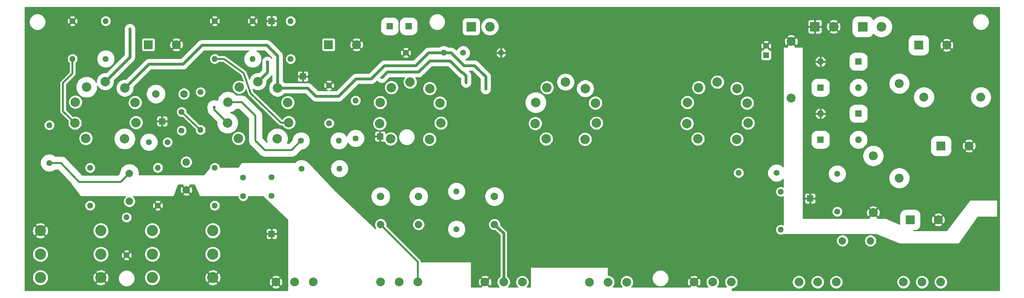
<source format=gbl>
G04 #@! TF.GenerationSoftware,KiCad,Pcbnew,(5.1.4)-1*
G04 #@! TF.CreationDate,2019-12-03T00:22:22+01:00*
G04 #@! TF.ProjectId,pp,70702e6b-6963-4616-945f-706362585858,rev?*
G04 #@! TF.SameCoordinates,Original*
G04 #@! TF.FileFunction,Copper,L2,Bot*
G04 #@! TF.FilePolarity,Positive*
%FSLAX46Y46*%
G04 Gerber Fmt 4.6, Leading zero omitted, Abs format (unit mm)*
G04 Created by KiCad (PCBNEW (5.1.4)-1) date 2019-12-03 00:22:22*
%MOMM*%
%LPD*%
G04 APERTURE LIST*
%ADD10C,2.540000*%
%ADD11C,2.340000*%
%ADD12O,1.600000X1.600000*%
%ADD13C,1.600000*%
%ADD14O,2.400000X2.400000*%
%ADD15C,2.400000*%
%ADD16R,2.400000X2.400000*%
%ADD17C,3.000000*%
%ADD18C,2.000000*%
%ADD19C,2.600000*%
%ADD20R,2.600000X2.600000*%
%ADD21R,1.700000X1.700000*%
%ADD22R,1.800000X1.800000*%
%ADD23O,1.800000X1.800000*%
%ADD24R,1.600000X1.600000*%
%ADD25C,0.800000*%
%ADD26C,0.500000*%
%ADD27C,0.750000*%
%ADD28C,0.254000*%
G04 APERTURE END LIST*
D10*
X239144000Y-80419000D03*
X239394000Y-85796000D03*
X236398000Y-76542000D03*
X231140000Y-74788000D03*
X226136000Y-76288000D03*
X223136000Y-80292000D03*
X223013000Y-85923000D03*
X236347000Y-90170000D03*
X225933000Y-90043000D03*
D11*
X291000000Y-128500000D03*
X286000000Y-128500000D03*
X281000000Y-128500000D03*
X263000000Y-128500000D03*
X258000000Y-128500000D03*
X253000000Y-128500000D03*
D10*
X143637000Y-90043000D03*
X154051000Y-90170000D03*
X140717000Y-85923000D03*
X140840000Y-80292000D03*
X143840000Y-76288000D03*
X148844000Y-74788000D03*
X154102000Y-76542000D03*
X157098000Y-85796000D03*
X156848000Y-80419000D03*
D12*
X116840000Y-58420000D03*
D13*
X116840000Y-68580000D03*
D14*
X301752000Y-78867000D03*
D15*
X286512000Y-78867000D03*
D14*
X279908000Y-75184000D03*
D15*
X279908000Y-100584000D03*
D14*
X272923000Y-94615000D03*
D15*
X272923000Y-109855000D03*
X134500000Y-64770000D03*
D16*
X127000000Y-64770000D03*
D17*
X49800000Y-127300000D03*
X49800000Y-121000000D03*
X49800000Y-114700000D03*
X66000000Y-127300000D03*
X66000000Y-121000000D03*
X66000000Y-114700000D03*
X79800000Y-127300000D03*
X79800000Y-121000000D03*
X79800000Y-114700000D03*
X96000000Y-127300000D03*
X96000000Y-121000000D03*
X96000000Y-114700000D03*
D13*
X87630000Y-87804000D03*
X87630000Y-82804000D03*
X111760000Y-105330000D03*
X111760000Y-100330000D03*
D18*
X151130000Y-105530000D03*
X151130000Y-113030000D03*
X171450000Y-113037000D03*
X171450000Y-105537000D03*
X80765000Y-77978000D03*
X88265000Y-77978000D03*
X88900000Y-103766000D03*
X88900000Y-96266000D03*
X73660000Y-106814000D03*
X73660000Y-99314000D03*
X140970000Y-105530000D03*
X140970000Y-113030000D03*
D10*
X61976000Y-89916000D03*
X72390000Y-90043000D03*
X59056000Y-85796000D03*
X59179000Y-80165000D03*
X62179000Y-76161000D03*
X67183000Y-74661000D03*
X72441000Y-76415000D03*
X75437000Y-85669000D03*
X75187000Y-80292000D03*
D19*
X262302000Y-59944000D03*
D20*
X257302000Y-59944000D03*
D15*
X290329000Y-111760000D03*
D16*
X282829000Y-111760000D03*
D15*
X292615000Y-64897000D03*
D16*
X285115000Y-64897000D03*
D15*
X86240000Y-64770000D03*
D16*
X78740000Y-64770000D03*
D15*
X298584000Y-91948000D03*
D16*
X291084000Y-91948000D03*
D21*
X143383000Y-59817000D03*
X111760000Y-115570000D03*
X140843000Y-89408000D03*
X148428000Y-59817000D03*
D10*
X116081000Y-80293000D03*
X116331000Y-85670000D03*
X113335000Y-76416000D03*
X108077000Y-74662000D03*
X103073000Y-76162000D03*
X100073000Y-80166000D03*
X99950000Y-85797000D03*
X113284000Y-90044000D03*
X102870000Y-89917000D03*
D13*
X78867000Y-90932000D03*
X83867000Y-90932000D03*
X104140000Y-105410000D03*
X104140000Y-100410000D03*
D22*
X258789999Y-90264000D03*
D23*
X268949999Y-90264000D03*
X258789999Y-83279000D03*
D22*
X268949999Y-83279000D03*
X258789999Y-76294000D03*
D23*
X268949999Y-76294000D03*
X258789999Y-69309000D03*
D22*
X268949999Y-69309000D03*
D12*
X72898000Y-111125000D03*
D13*
X72898000Y-121285000D03*
D12*
X63119000Y-107950000D03*
D13*
X63119000Y-97790000D03*
D12*
X81280000Y-97790000D03*
D13*
X81280000Y-107950000D03*
X52197000Y-96520000D03*
D12*
X52197000Y-86360000D03*
D13*
X96520000Y-97790000D03*
D12*
X96520000Y-107950000D03*
X58420000Y-68580000D03*
D13*
X58420000Y-58420000D03*
D12*
X67310000Y-58420000D03*
D13*
X67310000Y-68580000D03*
X92710000Y-77470000D03*
D12*
X92710000Y-87630000D03*
D13*
X96520000Y-58420000D03*
D12*
X96520000Y-68580000D03*
X127127000Y-85852000D03*
D13*
X127127000Y-75692000D03*
D12*
X134239000Y-79756000D03*
D13*
X134239000Y-89916000D03*
D12*
X263271000Y-99441000D03*
D13*
X263271000Y-109601000D03*
X106680000Y-58420000D03*
D12*
X106680000Y-68580000D03*
D13*
X161290000Y-114300000D03*
D12*
X161290000Y-104140000D03*
D13*
X248158000Y-104267000D03*
D12*
X248158000Y-114427000D03*
X236855000Y-99187000D03*
D13*
X247015000Y-99187000D03*
D12*
X157861000Y-66929000D03*
D13*
X147701000Y-66929000D03*
X163068000Y-66929000D03*
D12*
X173228000Y-66929000D03*
D10*
X185293000Y-90043000D03*
X195707000Y-90170000D03*
X182373000Y-85923000D03*
X182496000Y-80292000D03*
X185496000Y-76288000D03*
X190500000Y-74788000D03*
X195758000Y-76542000D03*
X198754000Y-85796000D03*
X198504000Y-80419000D03*
D19*
X275129000Y-59944000D03*
D20*
X270129000Y-59944000D03*
X165227000Y-59944000D03*
D19*
X170227000Y-59944000D03*
D21*
X256032000Y-106045000D03*
D18*
X264668000Y-117418959D03*
X272168000Y-117418959D03*
D21*
X111760000Y-58420000D03*
X82423000Y-85344000D03*
X120142000Y-73279000D03*
D13*
X119634000Y-90551000D03*
D12*
X129794000Y-90551000D03*
D13*
X119761000Y-98044000D03*
D12*
X129921000Y-98044000D03*
D11*
X206900000Y-128524000D03*
X201900000Y-128524000D03*
X196900000Y-128524000D03*
X122900000Y-128500000D03*
X117900000Y-128500000D03*
X112900000Y-128500000D03*
X224900000Y-128500000D03*
X229900000Y-128500000D03*
X234900000Y-128500000D03*
X178910000Y-128500000D03*
X173910000Y-128500000D03*
X168910000Y-128500000D03*
X140900000Y-128500000D03*
X145900000Y-128500000D03*
X150900000Y-128500000D03*
D24*
X244221000Y-67564000D03*
D13*
X244221000Y-65064000D03*
D15*
X250952000Y-63881000D03*
D14*
X250952000Y-79121000D03*
D25*
X73787000Y-60579000D03*
X110617000Y-69342000D03*
X141250564Y-73603666D03*
X96393000Y-81534000D03*
D26*
X202100000Y-127805000D02*
X202100000Y-128524000D01*
X71374000Y-101600000D02*
X73660000Y-99314000D01*
X55360370Y-96520000D02*
X52197000Y-96520000D01*
X60198000Y-101600000D02*
X71374000Y-101600000D01*
X55360370Y-96520000D02*
X60198000Y-101600000D01*
X92710000Y-87630000D02*
X87630000Y-82804000D01*
X99060000Y-68580000D02*
X96520000Y-68580000D01*
X104267000Y-72390000D02*
X99060000Y-68580000D01*
X106172000Y-77791733D02*
X104267000Y-72390000D01*
X116331000Y-85670000D02*
X114245000Y-85670000D01*
X114245000Y-85670000D02*
X106172000Y-77791733D01*
D27*
X173910000Y-115410000D02*
X171450000Y-113037000D01*
X173910000Y-128500000D02*
X173910000Y-115410000D01*
D26*
X150900000Y-123160000D02*
X150900000Y-128500000D01*
X140970000Y-113030000D02*
X150900000Y-123020000D01*
X150900000Y-123020000D02*
X150900000Y-123160000D01*
X59056000Y-85796000D02*
X55880000Y-82620000D01*
X55880000Y-82620000D02*
X55880000Y-75057000D01*
X58420000Y-72517000D02*
X58420000Y-68580000D01*
X55880000Y-75057000D02*
X58420000Y-72517000D01*
D27*
X73787000Y-68057000D02*
X67183000Y-74661000D01*
X73787000Y-60579000D02*
X73787000Y-68057000D01*
X110617000Y-72122000D02*
X108077000Y-74662000D01*
X110617000Y-69342000D02*
X110617000Y-72122000D01*
X163830000Y-73118949D02*
X163830000Y-74915000D01*
X142746220Y-72108010D02*
X151092877Y-72108010D01*
X141250564Y-73603666D02*
X142746220Y-72108010D01*
X151092877Y-72108010D02*
X154096885Y-69104001D01*
X162941000Y-72229949D02*
X163830000Y-73118949D01*
X154096885Y-69104001D02*
X159549113Y-69104001D01*
X159549113Y-69104001D02*
X162675061Y-72229949D01*
X162675061Y-72229949D02*
X162941000Y-72229949D01*
X121412000Y-76416000D02*
X113335000Y-76416000D01*
X123609000Y-78613000D02*
X121412000Y-76416000D01*
X129667000Y-78613000D02*
X123609000Y-78613000D01*
X141986000Y-70358000D02*
X138430000Y-73914000D01*
X138430000Y-73914000D02*
X134366000Y-73914000D01*
X134366000Y-73914000D02*
X129667000Y-78613000D01*
X159848998Y-66929000D02*
X157861000Y-66929000D01*
X163277998Y-70358000D02*
X159848998Y-66929000D01*
X166116000Y-70358000D02*
X163277998Y-70358000D01*
X169088000Y-76669000D02*
X169088000Y-73330000D01*
X169088000Y-73330000D02*
X166116000Y-70358000D01*
X157861000Y-66929000D02*
X153797000Y-66929000D01*
X150368000Y-70358000D02*
X149987000Y-70358000D01*
X153797000Y-66929000D02*
X150368000Y-70358000D01*
X149987000Y-70358000D02*
X141986000Y-70358000D01*
X78879000Y-69977000D02*
X72441000Y-76415000D01*
X88011000Y-69977000D02*
X78879000Y-69977000D01*
X93091000Y-64897000D02*
X88011000Y-69977000D01*
X110490000Y-64897000D02*
X93091000Y-64897000D01*
X113335000Y-76416000D02*
X113335000Y-67742000D01*
X113335000Y-67742000D02*
X110490000Y-64897000D01*
D26*
X103788000Y-80166000D02*
X100073000Y-80166000D01*
X107442000Y-83820000D02*
X103788000Y-80166000D01*
X107442000Y-90551000D02*
X107442000Y-83820000D01*
X109955001Y-93064001D02*
X107442000Y-90551000D01*
X119634000Y-90551000D02*
X117120999Y-93064001D01*
X117120999Y-93064001D02*
X109955001Y-93064001D01*
X96393000Y-81534000D02*
X96393000Y-82240000D01*
X96393000Y-82240000D02*
X99950000Y-85797000D01*
D28*
G36*
X306688001Y-130748000D02*
G01*
X235077000Y-130748000D01*
X235077000Y-130296998D01*
X235424166Y-130227942D01*
X235751199Y-130092481D01*
X236045521Y-129895821D01*
X236295821Y-129645521D01*
X236492481Y-129351199D01*
X236627942Y-129024166D01*
X236697000Y-128676989D01*
X236697000Y-128323011D01*
X251203000Y-128323011D01*
X251203000Y-128676989D01*
X251272058Y-129024166D01*
X251407519Y-129351199D01*
X251604179Y-129645521D01*
X251854479Y-129895821D01*
X252148801Y-130092481D01*
X252475834Y-130227942D01*
X252823011Y-130297000D01*
X253176989Y-130297000D01*
X253524166Y-130227942D01*
X253851199Y-130092481D01*
X254145521Y-129895821D01*
X254395821Y-129645521D01*
X254592481Y-129351199D01*
X254727942Y-129024166D01*
X254797000Y-128676989D01*
X254797000Y-128323011D01*
X256203000Y-128323011D01*
X256203000Y-128676989D01*
X256272058Y-129024166D01*
X256407519Y-129351199D01*
X256604179Y-129645521D01*
X256854479Y-129895821D01*
X257148801Y-130092481D01*
X257475834Y-130227942D01*
X257823011Y-130297000D01*
X258176989Y-130297000D01*
X258524166Y-130227942D01*
X258851199Y-130092481D01*
X259145521Y-129895821D01*
X259395821Y-129645521D01*
X259592481Y-129351199D01*
X259727942Y-129024166D01*
X259797000Y-128676989D01*
X259797000Y-128323011D01*
X261203000Y-128323011D01*
X261203000Y-128676989D01*
X261272058Y-129024166D01*
X261407519Y-129351199D01*
X261604179Y-129645521D01*
X261854479Y-129895821D01*
X262148801Y-130092481D01*
X262475834Y-130227942D01*
X262823011Y-130297000D01*
X263176989Y-130297000D01*
X263524166Y-130227942D01*
X263851199Y-130092481D01*
X264145521Y-129895821D01*
X264395821Y-129645521D01*
X264592481Y-129351199D01*
X264727942Y-129024166D01*
X264797000Y-128676989D01*
X264797000Y-128323011D01*
X279203000Y-128323011D01*
X279203000Y-128676989D01*
X279272058Y-129024166D01*
X279407519Y-129351199D01*
X279604179Y-129645521D01*
X279854479Y-129895821D01*
X280148801Y-130092481D01*
X280475834Y-130227942D01*
X280823011Y-130297000D01*
X281176989Y-130297000D01*
X281524166Y-130227942D01*
X281851199Y-130092481D01*
X282145521Y-129895821D01*
X282395821Y-129645521D01*
X282592481Y-129351199D01*
X282727942Y-129024166D01*
X282797000Y-128676989D01*
X282797000Y-128323011D01*
X284203000Y-128323011D01*
X284203000Y-128676989D01*
X284272058Y-129024166D01*
X284407519Y-129351199D01*
X284604179Y-129645521D01*
X284854479Y-129895821D01*
X285148801Y-130092481D01*
X285475834Y-130227942D01*
X285823011Y-130297000D01*
X286176989Y-130297000D01*
X286524166Y-130227942D01*
X286851199Y-130092481D01*
X287145521Y-129895821D01*
X287395821Y-129645521D01*
X287592481Y-129351199D01*
X287727942Y-129024166D01*
X287797000Y-128676989D01*
X287797000Y-128323011D01*
X289203000Y-128323011D01*
X289203000Y-128676989D01*
X289272058Y-129024166D01*
X289407519Y-129351199D01*
X289604179Y-129645521D01*
X289854479Y-129895821D01*
X290148801Y-130092481D01*
X290475834Y-130227942D01*
X290823011Y-130297000D01*
X291176989Y-130297000D01*
X291524166Y-130227942D01*
X291851199Y-130092481D01*
X292145521Y-129895821D01*
X292395821Y-129645521D01*
X292592481Y-129351199D01*
X292727942Y-129024166D01*
X292797000Y-128676989D01*
X292797000Y-128323011D01*
X292727942Y-127975834D01*
X292592481Y-127648801D01*
X292395821Y-127354479D01*
X292145521Y-127104179D01*
X291851199Y-126907519D01*
X291524166Y-126772058D01*
X291176989Y-126703000D01*
X290823011Y-126703000D01*
X290475834Y-126772058D01*
X290148801Y-126907519D01*
X289854479Y-127104179D01*
X289604179Y-127354479D01*
X289407519Y-127648801D01*
X289272058Y-127975834D01*
X289203000Y-128323011D01*
X287797000Y-128323011D01*
X287727942Y-127975834D01*
X287592481Y-127648801D01*
X287395821Y-127354479D01*
X287145521Y-127104179D01*
X286851199Y-126907519D01*
X286524166Y-126772058D01*
X286176989Y-126703000D01*
X285823011Y-126703000D01*
X285475834Y-126772058D01*
X285148801Y-126907519D01*
X284854479Y-127104179D01*
X284604179Y-127354479D01*
X284407519Y-127648801D01*
X284272058Y-127975834D01*
X284203000Y-128323011D01*
X282797000Y-128323011D01*
X282727942Y-127975834D01*
X282592481Y-127648801D01*
X282395821Y-127354479D01*
X282145521Y-127104179D01*
X281851199Y-126907519D01*
X281524166Y-126772058D01*
X281176989Y-126703000D01*
X280823011Y-126703000D01*
X280475834Y-126772058D01*
X280148801Y-126907519D01*
X279854479Y-127104179D01*
X279604179Y-127354479D01*
X279407519Y-127648801D01*
X279272058Y-127975834D01*
X279203000Y-128323011D01*
X264797000Y-128323011D01*
X264727942Y-127975834D01*
X264592481Y-127648801D01*
X264395821Y-127354479D01*
X264145521Y-127104179D01*
X263851199Y-126907519D01*
X263524166Y-126772058D01*
X263176989Y-126703000D01*
X262823011Y-126703000D01*
X262475834Y-126772058D01*
X262148801Y-126907519D01*
X261854479Y-127104179D01*
X261604179Y-127354479D01*
X261407519Y-127648801D01*
X261272058Y-127975834D01*
X261203000Y-128323011D01*
X259797000Y-128323011D01*
X259727942Y-127975834D01*
X259592481Y-127648801D01*
X259395821Y-127354479D01*
X259145521Y-127104179D01*
X258851199Y-126907519D01*
X258524166Y-126772058D01*
X258176989Y-126703000D01*
X257823011Y-126703000D01*
X257475834Y-126772058D01*
X257148801Y-126907519D01*
X256854479Y-127104179D01*
X256604179Y-127354479D01*
X256407519Y-127648801D01*
X256272058Y-127975834D01*
X256203000Y-128323011D01*
X254797000Y-128323011D01*
X254727942Y-127975834D01*
X254592481Y-127648801D01*
X254395821Y-127354479D01*
X254145521Y-127104179D01*
X253851199Y-126907519D01*
X253524166Y-126772058D01*
X253176989Y-126703000D01*
X252823011Y-126703000D01*
X252475834Y-126772058D01*
X252148801Y-126907519D01*
X251854479Y-127104179D01*
X251604179Y-127354479D01*
X251407519Y-127648801D01*
X251272058Y-127975834D01*
X251203000Y-128323011D01*
X236697000Y-128323011D01*
X236627942Y-127975834D01*
X236492481Y-127648801D01*
X236295821Y-127354479D01*
X236045521Y-127104179D01*
X235751199Y-126907519D01*
X235424166Y-126772058D01*
X235076989Y-126703000D01*
X234723011Y-126703000D01*
X234375834Y-126772058D01*
X234048801Y-126907519D01*
X233754479Y-127104179D01*
X233504179Y-127354479D01*
X233307519Y-127648801D01*
X233172058Y-127975834D01*
X233103000Y-128323011D01*
X233103000Y-128676989D01*
X233172058Y-129024166D01*
X233307519Y-129351199D01*
X233504179Y-129645521D01*
X233652658Y-129794000D01*
X231147342Y-129794000D01*
X231295821Y-129645521D01*
X231492481Y-129351199D01*
X231627942Y-129024166D01*
X231697000Y-128676989D01*
X231697000Y-128323011D01*
X231627942Y-127975834D01*
X231492481Y-127648801D01*
X231295821Y-127354479D01*
X231045521Y-127104179D01*
X230751199Y-126907519D01*
X230424166Y-126772058D01*
X230076989Y-126703000D01*
X229723011Y-126703000D01*
X229375834Y-126772058D01*
X229048801Y-126907519D01*
X228754479Y-127104179D01*
X228504179Y-127354479D01*
X228307519Y-127648801D01*
X228172058Y-127975834D01*
X228103000Y-128323011D01*
X228103000Y-128676989D01*
X228172058Y-129024166D01*
X228307519Y-129351199D01*
X228504179Y-129645521D01*
X228652658Y-129794000D01*
X225961566Y-129794000D01*
X225976997Y-129756602D01*
X224900000Y-128679605D01*
X223823003Y-129756602D01*
X223838434Y-129794000D01*
X208171342Y-129794000D01*
X208295821Y-129669521D01*
X208492481Y-129375199D01*
X208627942Y-129048166D01*
X208697000Y-128700989D01*
X208697000Y-128347011D01*
X208627942Y-127999834D01*
X208492481Y-127672801D01*
X208295821Y-127378479D01*
X208206002Y-127288660D01*
X213673000Y-127288660D01*
X213673000Y-127727340D01*
X213758582Y-128157592D01*
X213926458Y-128562880D01*
X214170176Y-128927630D01*
X214480370Y-129237824D01*
X214845120Y-129481542D01*
X215250408Y-129649418D01*
X215680660Y-129735000D01*
X216119340Y-129735000D01*
X216549592Y-129649418D01*
X216954880Y-129481542D01*
X217319630Y-129237824D01*
X217629824Y-128927630D01*
X217873542Y-128562880D01*
X217876446Y-128555869D01*
X223087127Y-128555869D01*
X223132861Y-128908470D01*
X223246505Y-129245373D01*
X223361611Y-129460725D01*
X223643398Y-129576997D01*
X224720395Y-128500000D01*
X225079605Y-128500000D01*
X226156602Y-129576997D01*
X226438389Y-129460725D01*
X226596257Y-129142140D01*
X226688938Y-128798878D01*
X226712873Y-128444131D01*
X226667139Y-128091530D01*
X226553495Y-127754627D01*
X226438389Y-127539275D01*
X226156602Y-127423003D01*
X225079605Y-128500000D01*
X224720395Y-128500000D01*
X223643398Y-127423003D01*
X223361611Y-127539275D01*
X223203743Y-127857860D01*
X223111062Y-128201122D01*
X223087127Y-128555869D01*
X217876446Y-128555869D01*
X218041418Y-128157592D01*
X218127000Y-127727340D01*
X218127000Y-127288660D01*
X218117997Y-127243398D01*
X223823003Y-127243398D01*
X224900000Y-128320395D01*
X225976997Y-127243398D01*
X225860725Y-126961611D01*
X225542140Y-126803743D01*
X225198878Y-126711062D01*
X224844131Y-126687127D01*
X224491530Y-126732861D01*
X224154627Y-126846505D01*
X223939275Y-126961611D01*
X223823003Y-127243398D01*
X218117997Y-127243398D01*
X218041418Y-126858408D01*
X217873542Y-126453120D01*
X217629824Y-126088370D01*
X217319630Y-125778176D01*
X216954880Y-125534458D01*
X216549592Y-125366582D01*
X216119340Y-125281000D01*
X215680660Y-125281000D01*
X215250408Y-125366582D01*
X214845120Y-125534458D01*
X214480370Y-125778176D01*
X214170176Y-126088370D01*
X213926458Y-126453120D01*
X213758582Y-126858408D01*
X213673000Y-127288660D01*
X208206002Y-127288660D01*
X208045521Y-127128179D01*
X207751199Y-126931519D01*
X207424166Y-126796058D01*
X207076989Y-126727000D01*
X206723011Y-126727000D01*
X206375834Y-126796058D01*
X206048801Y-126931519D01*
X205754479Y-127128179D01*
X205504179Y-127378479D01*
X205307519Y-127672801D01*
X205172058Y-127999834D01*
X205103000Y-128347011D01*
X205103000Y-128700989D01*
X205172058Y-129048166D01*
X205307519Y-129375199D01*
X205504179Y-129669521D01*
X205628658Y-129794000D01*
X203171342Y-129794000D01*
X203295821Y-129669521D01*
X203492481Y-129375199D01*
X203627942Y-129048166D01*
X203697000Y-128700989D01*
X203697000Y-128347011D01*
X203627942Y-127999834D01*
X203492481Y-127672801D01*
X203295821Y-127378479D01*
X203045521Y-127128179D01*
X202751199Y-126931519D01*
X202424166Y-126796058D01*
X202076989Y-126727000D01*
X201930000Y-126727000D01*
X201930000Y-124587000D01*
X201927560Y-124562224D01*
X201920333Y-124538399D01*
X201908597Y-124516443D01*
X201892803Y-124497197D01*
X201873557Y-124481403D01*
X201851601Y-124469667D01*
X201827776Y-124462440D01*
X201803000Y-124460000D01*
X181229000Y-124460000D01*
X181204224Y-124462440D01*
X181180399Y-124469667D01*
X181158443Y-124481403D01*
X181139197Y-124497197D01*
X181123403Y-124516443D01*
X181111667Y-124538399D01*
X181104440Y-124562224D01*
X181102000Y-124587000D01*
X181102000Y-129794000D01*
X180157342Y-129794000D01*
X180305821Y-129645521D01*
X180502481Y-129351199D01*
X180637942Y-129024166D01*
X180707000Y-128676989D01*
X180707000Y-128323011D01*
X180637942Y-127975834D01*
X180502481Y-127648801D01*
X180305821Y-127354479D01*
X180055521Y-127104179D01*
X179761199Y-126907519D01*
X179434166Y-126772058D01*
X179086989Y-126703000D01*
X178733011Y-126703000D01*
X178385834Y-126772058D01*
X178058801Y-126907519D01*
X177764479Y-127104179D01*
X177514179Y-127354479D01*
X177317519Y-127648801D01*
X177182058Y-127975834D01*
X177113000Y-128323011D01*
X177113000Y-128676989D01*
X177182058Y-129024166D01*
X177317519Y-129351199D01*
X177514179Y-129645521D01*
X177662658Y-129794000D01*
X175157342Y-129794000D01*
X175305821Y-129645521D01*
X175502481Y-129351199D01*
X175637942Y-129024166D01*
X175707000Y-128676989D01*
X175707000Y-128323011D01*
X175637942Y-127975834D01*
X175502481Y-127648801D01*
X175305821Y-127354479D01*
X175055521Y-127104179D01*
X174912000Y-127008281D01*
X174912000Y-117258714D01*
X263041000Y-117258714D01*
X263041000Y-117579204D01*
X263103525Y-117893537D01*
X263226172Y-118189632D01*
X263404227Y-118456111D01*
X263630848Y-118682732D01*
X263897327Y-118860787D01*
X264193422Y-118983434D01*
X264507755Y-119045959D01*
X264828245Y-119045959D01*
X265142578Y-118983434D01*
X265438673Y-118860787D01*
X265705152Y-118682732D01*
X265931773Y-118456111D01*
X266109828Y-118189632D01*
X266232475Y-117893537D01*
X266295000Y-117579204D01*
X266295000Y-117258714D01*
X270541000Y-117258714D01*
X270541000Y-117579204D01*
X270603525Y-117893537D01*
X270726172Y-118189632D01*
X270904227Y-118456111D01*
X271130848Y-118682732D01*
X271397327Y-118860787D01*
X271693422Y-118983434D01*
X272007755Y-119045959D01*
X272328245Y-119045959D01*
X272642578Y-118983434D01*
X272938673Y-118860787D01*
X273205152Y-118682732D01*
X273431773Y-118456111D01*
X273609828Y-118189632D01*
X273732475Y-117893537D01*
X273795000Y-117579204D01*
X273795000Y-117258714D01*
X273732475Y-116944381D01*
X273609828Y-116648286D01*
X273431773Y-116381807D01*
X273205152Y-116155186D01*
X272938673Y-115977131D01*
X272642578Y-115854484D01*
X272328245Y-115791959D01*
X272007755Y-115791959D01*
X271693422Y-115854484D01*
X271397327Y-115977131D01*
X271130848Y-116155186D01*
X270904227Y-116381807D01*
X270726172Y-116648286D01*
X270603525Y-116944381D01*
X270541000Y-117258714D01*
X266295000Y-117258714D01*
X266232475Y-116944381D01*
X266109828Y-116648286D01*
X265931773Y-116381807D01*
X265705152Y-116155186D01*
X265438673Y-115977131D01*
X265142578Y-115854484D01*
X264828245Y-115791959D01*
X264507755Y-115791959D01*
X264193422Y-115854484D01*
X263897327Y-115977131D01*
X263630848Y-116155186D01*
X263404227Y-116381807D01*
X263226172Y-116648286D01*
X263103525Y-116944381D01*
X263041000Y-117258714D01*
X174912000Y-117258714D01*
X174912000Y-115450187D01*
X174916685Y-115391878D01*
X174906290Y-115302800D01*
X174897502Y-115213574D01*
X174894862Y-115204870D01*
X174893807Y-115195832D01*
X174866235Y-115110500D01*
X174840206Y-115024696D01*
X174835917Y-115016671D01*
X174833120Y-115008016D01*
X174789446Y-114929730D01*
X174747164Y-114850625D01*
X174741391Y-114843591D01*
X174736960Y-114835648D01*
X174678847Y-114767381D01*
X174621949Y-114698051D01*
X174576728Y-114660939D01*
X173074162Y-113211513D01*
X173077000Y-113197245D01*
X173077000Y-112876755D01*
X173014475Y-112562422D01*
X172891828Y-112266327D01*
X172713773Y-111999848D01*
X172487152Y-111773227D01*
X172220673Y-111595172D01*
X171924578Y-111472525D01*
X171610245Y-111410000D01*
X171289755Y-111410000D01*
X170975422Y-111472525D01*
X170679327Y-111595172D01*
X170412848Y-111773227D01*
X170186227Y-111999848D01*
X170008172Y-112266327D01*
X169885525Y-112562422D01*
X169823000Y-112876755D01*
X169823000Y-113197245D01*
X169885525Y-113511578D01*
X170008172Y-113807673D01*
X170186227Y-114074152D01*
X170412848Y-114300773D01*
X170679327Y-114478828D01*
X170975422Y-114601475D01*
X171289755Y-114664000D01*
X171610245Y-114664000D01*
X171679183Y-114650287D01*
X172908001Y-115835648D01*
X172908000Y-127008281D01*
X172764479Y-127104179D01*
X172514179Y-127354479D01*
X172317519Y-127648801D01*
X172182058Y-127975834D01*
X172113000Y-128323011D01*
X172113000Y-128676989D01*
X172182058Y-129024166D01*
X172317519Y-129351199D01*
X172514179Y-129645521D01*
X172662658Y-129794000D01*
X169971566Y-129794000D01*
X169986997Y-129756602D01*
X168910000Y-128679605D01*
X167833003Y-129756602D01*
X167848434Y-129794000D01*
X165227000Y-129794000D01*
X165227000Y-128555869D01*
X167097127Y-128555869D01*
X167142861Y-128908470D01*
X167256505Y-129245373D01*
X167371611Y-129460725D01*
X167653398Y-129576997D01*
X168730395Y-128500000D01*
X169089605Y-128500000D01*
X170166602Y-129576997D01*
X170448389Y-129460725D01*
X170606257Y-129142140D01*
X170698938Y-128798878D01*
X170722873Y-128444131D01*
X170677139Y-128091530D01*
X170563495Y-127754627D01*
X170448389Y-127539275D01*
X170166602Y-127423003D01*
X169089605Y-128500000D01*
X168730395Y-128500000D01*
X167653398Y-127423003D01*
X167371611Y-127539275D01*
X167213743Y-127857860D01*
X167121062Y-128201122D01*
X167097127Y-128555869D01*
X165227000Y-128555869D01*
X165227000Y-127243398D01*
X167833003Y-127243398D01*
X168910000Y-128320395D01*
X169986997Y-127243398D01*
X169870725Y-126961611D01*
X169552140Y-126803743D01*
X169208878Y-126711062D01*
X168854131Y-126687127D01*
X168501530Y-126732861D01*
X168164627Y-126846505D01*
X167949275Y-126961611D01*
X167833003Y-127243398D01*
X165227000Y-127243398D01*
X165227000Y-123190000D01*
X165224560Y-123165224D01*
X165217333Y-123141399D01*
X165205597Y-123119443D01*
X165189803Y-123100197D01*
X165170557Y-123084403D01*
X165148601Y-123072667D01*
X165124776Y-123065440D01*
X165100000Y-123063000D01*
X151777142Y-123063000D01*
X151781239Y-123022654D01*
X151777000Y-122978246D01*
X151777000Y-122976921D01*
X151772894Y-122935233D01*
X151764823Y-122850681D01*
X151764441Y-122849408D01*
X151764310Y-122848078D01*
X151739601Y-122766622D01*
X151715174Y-122685216D01*
X151714549Y-122684037D01*
X151714162Y-122682763D01*
X151674113Y-122607837D01*
X151634198Y-122532616D01*
X151633354Y-122531582D01*
X151632727Y-122530408D01*
X151578757Y-122464646D01*
X151552367Y-122432291D01*
X151551436Y-122431354D01*
X151523133Y-122396867D01*
X151490694Y-122370245D01*
X142558453Y-113384033D01*
X142597000Y-113190245D01*
X142597000Y-112869755D01*
X149503000Y-112869755D01*
X149503000Y-113190245D01*
X149565525Y-113504578D01*
X149688172Y-113800673D01*
X149866227Y-114067152D01*
X150092848Y-114293773D01*
X150359327Y-114471828D01*
X150655422Y-114594475D01*
X150969755Y-114657000D01*
X151290245Y-114657000D01*
X151604578Y-114594475D01*
X151900673Y-114471828D01*
X152167152Y-114293773D01*
X152393773Y-114067152D01*
X152397909Y-114060961D01*
X158863000Y-114060961D01*
X158863000Y-114539039D01*
X158956268Y-115007930D01*
X159139221Y-115449615D01*
X159404826Y-115847122D01*
X159742878Y-116185174D01*
X160140385Y-116450779D01*
X160582070Y-116633732D01*
X161050961Y-116727000D01*
X161529039Y-116727000D01*
X161997930Y-116633732D01*
X162439615Y-116450779D01*
X162837122Y-116185174D01*
X163175174Y-115847122D01*
X163440779Y-115449615D01*
X163623732Y-115007930D01*
X163717000Y-114539039D01*
X163717000Y-114060961D01*
X163623732Y-113592070D01*
X163440779Y-113150385D01*
X163175174Y-112752878D01*
X162837122Y-112414826D01*
X162439615Y-112149221D01*
X161997930Y-111966268D01*
X161529039Y-111873000D01*
X161050961Y-111873000D01*
X160582070Y-111966268D01*
X160140385Y-112149221D01*
X159742878Y-112414826D01*
X159404826Y-112752878D01*
X159139221Y-113150385D01*
X158956268Y-113592070D01*
X158863000Y-114060961D01*
X152397909Y-114060961D01*
X152571828Y-113800673D01*
X152694475Y-113504578D01*
X152757000Y-113190245D01*
X152757000Y-112869755D01*
X152694475Y-112555422D01*
X152571828Y-112259327D01*
X152393773Y-111992848D01*
X152167152Y-111766227D01*
X151900673Y-111588172D01*
X151604578Y-111465525D01*
X151290245Y-111403000D01*
X150969755Y-111403000D01*
X150655422Y-111465525D01*
X150359327Y-111588172D01*
X150092848Y-111766227D01*
X149866227Y-111992848D01*
X149688172Y-112259327D01*
X149565525Y-112555422D01*
X149503000Y-112869755D01*
X142597000Y-112869755D01*
X142534475Y-112555422D01*
X142411828Y-112259327D01*
X142233773Y-111992848D01*
X142007152Y-111766227D01*
X141740673Y-111588172D01*
X141444578Y-111465525D01*
X141130245Y-111403000D01*
X140809755Y-111403000D01*
X140495422Y-111465525D01*
X140199327Y-111588172D01*
X139932848Y-111766227D01*
X139706227Y-111992848D01*
X139528172Y-112259327D01*
X139405525Y-112555422D01*
X139343000Y-112869755D01*
X139343000Y-113190245D01*
X139405525Y-113504578D01*
X139528172Y-113800673D01*
X139573000Y-113867763D01*
X139573000Y-114132638D01*
X130177808Y-105271263D01*
X138343000Y-105271263D01*
X138343000Y-105788737D01*
X138443954Y-106296268D01*
X138641983Y-106774351D01*
X138929476Y-107204615D01*
X139295385Y-107570524D01*
X139725649Y-107858017D01*
X140203732Y-108056046D01*
X140711263Y-108157000D01*
X141228737Y-108157000D01*
X141736268Y-108056046D01*
X142214351Y-107858017D01*
X142644615Y-107570524D01*
X143010524Y-107204615D01*
X143298017Y-106774351D01*
X143496046Y-106296268D01*
X143597000Y-105788737D01*
X143597000Y-105271263D01*
X148503000Y-105271263D01*
X148503000Y-105788737D01*
X148603954Y-106296268D01*
X148801983Y-106774351D01*
X149089476Y-107204615D01*
X149455385Y-107570524D01*
X149885649Y-107858017D01*
X150363732Y-108056046D01*
X150871263Y-108157000D01*
X151388737Y-108157000D01*
X151896268Y-108056046D01*
X152374351Y-107858017D01*
X152804615Y-107570524D01*
X153170524Y-107204615D01*
X153458017Y-106774351D01*
X153656046Y-106296268D01*
X153757000Y-105788737D01*
X153757000Y-105271263D01*
X153656046Y-104763732D01*
X153458017Y-104285649D01*
X153360698Y-104140000D01*
X158851257Y-104140000D01*
X158898117Y-104615775D01*
X159036895Y-105073267D01*
X159262259Y-105494893D01*
X159565548Y-105864452D01*
X159935107Y-106167741D01*
X160356733Y-106393105D01*
X160814225Y-106531883D01*
X161170772Y-106567000D01*
X161409228Y-106567000D01*
X161765775Y-106531883D01*
X162223267Y-106393105D01*
X162644893Y-106167741D01*
X163014452Y-105864452D01*
X163317741Y-105494893D01*
X163433532Y-105278263D01*
X168823000Y-105278263D01*
X168823000Y-105795737D01*
X168923954Y-106303268D01*
X169121983Y-106781351D01*
X169409476Y-107211615D01*
X169775385Y-107577524D01*
X170205649Y-107865017D01*
X170683732Y-108063046D01*
X171191263Y-108164000D01*
X171708737Y-108164000D01*
X172216268Y-108063046D01*
X172694351Y-107865017D01*
X173124615Y-107577524D01*
X173490524Y-107211615D01*
X173778017Y-106781351D01*
X173976046Y-106303268D01*
X174077000Y-105795737D01*
X174077000Y-105278263D01*
X173976046Y-104770732D01*
X173778017Y-104292649D01*
X173490524Y-103862385D01*
X173124615Y-103496476D01*
X172694351Y-103208983D01*
X172216268Y-103010954D01*
X171708737Y-102910000D01*
X171191263Y-102910000D01*
X170683732Y-103010954D01*
X170205649Y-103208983D01*
X169775385Y-103496476D01*
X169409476Y-103862385D01*
X169121983Y-104292649D01*
X168923954Y-104770732D01*
X168823000Y-105278263D01*
X163433532Y-105278263D01*
X163543105Y-105073267D01*
X163681883Y-104615775D01*
X163728743Y-104140000D01*
X163681883Y-103664225D01*
X163543105Y-103206733D01*
X163317741Y-102785107D01*
X163014452Y-102415548D01*
X162644893Y-102112259D01*
X162223267Y-101886895D01*
X161765775Y-101748117D01*
X161409228Y-101713000D01*
X161170772Y-101713000D01*
X160814225Y-101748117D01*
X160356733Y-101886895D01*
X159935107Y-102112259D01*
X159565548Y-102415548D01*
X159262259Y-102785107D01*
X159036895Y-103206733D01*
X158898117Y-103664225D01*
X158851257Y-104140000D01*
X153360698Y-104140000D01*
X153170524Y-103855385D01*
X152804615Y-103489476D01*
X152374351Y-103201983D01*
X151896268Y-103003954D01*
X151388737Y-102903000D01*
X150871263Y-102903000D01*
X150363732Y-103003954D01*
X149885649Y-103201983D01*
X149455385Y-103489476D01*
X149089476Y-103855385D01*
X148801983Y-104285649D01*
X148603954Y-104763732D01*
X148503000Y-105271263D01*
X143597000Y-105271263D01*
X143496046Y-104763732D01*
X143298017Y-104285649D01*
X143010524Y-103855385D01*
X142644615Y-103489476D01*
X142214351Y-103201983D01*
X141736268Y-103003954D01*
X141228737Y-102903000D01*
X140711263Y-102903000D01*
X140203732Y-103003954D01*
X139725649Y-103201983D01*
X139295385Y-103489476D01*
X138929476Y-103855385D01*
X138641983Y-104285649D01*
X138443954Y-104763732D01*
X138343000Y-105271263D01*
X130177808Y-105271263D01*
X128613929Y-103796241D01*
X123208806Y-98044000D01*
X127482257Y-98044000D01*
X127529117Y-98519775D01*
X127667895Y-98977267D01*
X127893259Y-99398893D01*
X128196548Y-99768452D01*
X128566107Y-100071741D01*
X128987733Y-100297105D01*
X129445225Y-100435883D01*
X129801772Y-100471000D01*
X130040228Y-100471000D01*
X130396775Y-100435883D01*
X130854267Y-100297105D01*
X131275893Y-100071741D01*
X131645452Y-99768452D01*
X131948741Y-99398893D01*
X132062000Y-99187000D01*
X235421096Y-99187000D01*
X235448648Y-99466741D01*
X235530245Y-99735731D01*
X235662752Y-99983634D01*
X235841077Y-100200923D01*
X236058366Y-100379248D01*
X236306269Y-100511755D01*
X236575259Y-100593352D01*
X236784902Y-100614000D01*
X236925098Y-100614000D01*
X237134741Y-100593352D01*
X237403731Y-100511755D01*
X237651634Y-100379248D01*
X237868923Y-100200923D01*
X238047248Y-99983634D01*
X238179755Y-99735731D01*
X238261352Y-99466741D01*
X238288904Y-99187000D01*
X238265361Y-98947961D01*
X244588000Y-98947961D01*
X244588000Y-99426039D01*
X244681268Y-99894930D01*
X244864221Y-100336615D01*
X245129826Y-100734122D01*
X245467878Y-101072174D01*
X245865385Y-101337779D01*
X246307070Y-101520732D01*
X246775961Y-101614000D01*
X247254039Y-101614000D01*
X247722930Y-101520732D01*
X248164615Y-101337779D01*
X248562122Y-101072174D01*
X248793000Y-100841296D01*
X248793000Y-102985452D01*
X248574241Y-102894838D01*
X248298547Y-102840000D01*
X248017453Y-102840000D01*
X247741759Y-102894838D01*
X247482062Y-103002409D01*
X247248340Y-103158576D01*
X247049576Y-103357340D01*
X246893409Y-103591062D01*
X246785838Y-103850759D01*
X246731000Y-104126453D01*
X246731000Y-104407547D01*
X246785838Y-104683241D01*
X246893409Y-104942938D01*
X247049576Y-105176660D01*
X247248340Y-105375424D01*
X247482062Y-105531591D01*
X247741759Y-105639162D01*
X248017453Y-105694000D01*
X248298547Y-105694000D01*
X248574241Y-105639162D01*
X248793000Y-105548548D01*
X248793000Y-113148357D01*
X248706731Y-113102245D01*
X248437741Y-113020648D01*
X248228098Y-113000000D01*
X248087902Y-113000000D01*
X247878259Y-113020648D01*
X247609269Y-113102245D01*
X247361366Y-113234752D01*
X247144077Y-113413077D01*
X246965752Y-113630366D01*
X246833245Y-113878269D01*
X246751648Y-114147259D01*
X246724096Y-114427000D01*
X246751648Y-114706741D01*
X246833245Y-114975731D01*
X246965752Y-115223634D01*
X247144077Y-115440923D01*
X247361366Y-115619248D01*
X247609269Y-115751755D01*
X247878259Y-115833352D01*
X248087902Y-115854000D01*
X248228098Y-115854000D01*
X248437741Y-115833352D01*
X248706731Y-115751755D01*
X248849352Y-115675522D01*
X248849443Y-115675597D01*
X248871399Y-115687333D01*
X248895224Y-115694560D01*
X248920000Y-115697000D01*
X273660540Y-115697000D01*
X279987833Y-118227917D01*
X280010224Y-118234560D01*
X280035000Y-118237000D01*
X295783000Y-118237000D01*
X295804924Y-118235093D01*
X295828907Y-118228413D01*
X295851126Y-118217181D01*
X295870727Y-118201831D01*
X295886957Y-118182952D01*
X300929029Y-110998000D01*
X306070000Y-110998000D01*
X306094776Y-110995560D01*
X306118601Y-110988333D01*
X306140557Y-110976597D01*
X306159803Y-110960803D01*
X306175597Y-110941557D01*
X306187333Y-110919601D01*
X306194560Y-110895776D01*
X306197000Y-110871000D01*
X306197000Y-106553000D01*
X306194560Y-106528224D01*
X306187333Y-106504399D01*
X306175597Y-106482443D01*
X306159803Y-106463197D01*
X306140557Y-106447403D01*
X306118601Y-106435667D01*
X306094776Y-106428440D01*
X306070000Y-106426000D01*
X298958000Y-106426000D01*
X298941574Y-106427067D01*
X298917321Y-106432691D01*
X298894632Y-106442939D01*
X298874377Y-106457416D01*
X298857337Y-106475567D01*
X292545465Y-114681000D01*
X283871334Y-114681000D01*
X283672577Y-114594872D01*
X284029000Y-114594872D01*
X284347948Y-114563458D01*
X284654638Y-114470425D01*
X284937286Y-114319346D01*
X285185029Y-114116029D01*
X285388346Y-113868286D01*
X285539425Y-113585638D01*
X285632458Y-113278948D01*
X285656191Y-113037980D01*
X289230626Y-113037980D01*
X289350514Y-113322836D01*
X289674210Y-113483699D01*
X290023069Y-113578322D01*
X290383684Y-113603067D01*
X290742198Y-113556985D01*
X291084833Y-113441846D01*
X291307486Y-113322836D01*
X291427374Y-113037980D01*
X290329000Y-111939605D01*
X289230626Y-113037980D01*
X285656191Y-113037980D01*
X285663872Y-112960000D01*
X285663872Y-111814684D01*
X288485933Y-111814684D01*
X288532015Y-112173198D01*
X288647154Y-112515833D01*
X288766164Y-112738486D01*
X289051020Y-112858374D01*
X290149395Y-111760000D01*
X290508605Y-111760000D01*
X291606980Y-112858374D01*
X291891836Y-112738486D01*
X292052699Y-112414790D01*
X292147322Y-112065931D01*
X292172067Y-111705316D01*
X292125985Y-111346802D01*
X292010846Y-111004167D01*
X291891836Y-110781514D01*
X291606980Y-110661626D01*
X290508605Y-111760000D01*
X290149395Y-111760000D01*
X289051020Y-110661626D01*
X288766164Y-110781514D01*
X288605301Y-111105210D01*
X288510678Y-111454069D01*
X288485933Y-111814684D01*
X285663872Y-111814684D01*
X285663872Y-110560000D01*
X285656192Y-110482020D01*
X289230626Y-110482020D01*
X290329000Y-111580395D01*
X291427374Y-110482020D01*
X291307486Y-110197164D01*
X290983790Y-110036301D01*
X290634931Y-109941678D01*
X290274316Y-109916933D01*
X289915802Y-109963015D01*
X289573167Y-110078154D01*
X289350514Y-110197164D01*
X289230626Y-110482020D01*
X285656192Y-110482020D01*
X285632458Y-110241052D01*
X285539425Y-109934362D01*
X285388346Y-109651714D01*
X285185029Y-109403971D01*
X284937286Y-109200654D01*
X284654638Y-109049575D01*
X284347948Y-108956542D01*
X284029000Y-108925128D01*
X281629000Y-108925128D01*
X281310052Y-108956542D01*
X281003362Y-109049575D01*
X280720714Y-109200654D01*
X280472971Y-109403971D01*
X280269654Y-109651714D01*
X280118575Y-109934362D01*
X280025542Y-110241052D01*
X279994128Y-110560000D01*
X279994128Y-112960000D01*
X279998334Y-113002700D01*
X276275496Y-111389470D01*
X276249776Y-111381440D01*
X276225000Y-111379000D01*
X273917831Y-111379000D01*
X274021374Y-111132980D01*
X272923000Y-110034605D01*
X271824626Y-111132980D01*
X271928169Y-111379000D01*
X254127000Y-111379000D01*
X254127000Y-109460453D01*
X261844000Y-109460453D01*
X261844000Y-109741547D01*
X261898838Y-110017241D01*
X262006409Y-110276938D01*
X262162576Y-110510660D01*
X262361340Y-110709424D01*
X262595062Y-110865591D01*
X262854759Y-110973162D01*
X263130453Y-111028000D01*
X263411547Y-111028000D01*
X263687241Y-110973162D01*
X263946938Y-110865591D01*
X264180660Y-110709424D01*
X264379424Y-110510660D01*
X264535591Y-110276938D01*
X264643162Y-110017241D01*
X264664556Y-109909684D01*
X271079933Y-109909684D01*
X271126015Y-110268198D01*
X271241154Y-110610833D01*
X271360164Y-110833486D01*
X271645020Y-110953374D01*
X272743395Y-109855000D01*
X273102605Y-109855000D01*
X274200980Y-110953374D01*
X274485836Y-110833486D01*
X274646699Y-110509790D01*
X274741322Y-110160931D01*
X274766067Y-109800316D01*
X274719985Y-109441802D01*
X274604846Y-109099167D01*
X274485836Y-108876514D01*
X274200980Y-108756626D01*
X273102605Y-109855000D01*
X272743395Y-109855000D01*
X271645020Y-108756626D01*
X271360164Y-108876514D01*
X271199301Y-109200210D01*
X271104678Y-109549069D01*
X271079933Y-109909684D01*
X264664556Y-109909684D01*
X264698000Y-109741547D01*
X264698000Y-109460453D01*
X264643162Y-109184759D01*
X264535591Y-108925062D01*
X264379424Y-108691340D01*
X264265104Y-108577020D01*
X271824626Y-108577020D01*
X272923000Y-109675395D01*
X274021374Y-108577020D01*
X273901486Y-108292164D01*
X273577790Y-108131301D01*
X273228931Y-108036678D01*
X272868316Y-108011933D01*
X272509802Y-108058015D01*
X272167167Y-108173154D01*
X271944514Y-108292164D01*
X271824626Y-108577020D01*
X264265104Y-108577020D01*
X264180660Y-108492576D01*
X263946938Y-108336409D01*
X263687241Y-108228838D01*
X263411547Y-108174000D01*
X263130453Y-108174000D01*
X262854759Y-108228838D01*
X262595062Y-108336409D01*
X262361340Y-108492576D01*
X262162576Y-108691340D01*
X262006409Y-108925062D01*
X261898838Y-109184759D01*
X261844000Y-109460453D01*
X254127000Y-109460453D01*
X254127000Y-106895000D01*
X254543928Y-106895000D01*
X254556188Y-107019482D01*
X254592498Y-107139180D01*
X254651463Y-107249494D01*
X254730815Y-107346185D01*
X254827506Y-107425537D01*
X254937820Y-107484502D01*
X255057518Y-107520812D01*
X255182000Y-107533072D01*
X255746250Y-107530000D01*
X255905000Y-107371250D01*
X255905000Y-106172000D01*
X256159000Y-106172000D01*
X256159000Y-107371250D01*
X256317750Y-107530000D01*
X256882000Y-107533072D01*
X257006482Y-107520812D01*
X257126180Y-107484502D01*
X257236494Y-107425537D01*
X257333185Y-107346185D01*
X257412537Y-107249494D01*
X257471502Y-107139180D01*
X257507812Y-107019482D01*
X257520072Y-106895000D01*
X257517000Y-106330750D01*
X257358250Y-106172000D01*
X256159000Y-106172000D01*
X255905000Y-106172000D01*
X254705750Y-106172000D01*
X254547000Y-106330750D01*
X254543928Y-106895000D01*
X254127000Y-106895000D01*
X254127000Y-105195000D01*
X254543928Y-105195000D01*
X254547000Y-105759250D01*
X254705750Y-105918000D01*
X255905000Y-105918000D01*
X255905000Y-104718750D01*
X256159000Y-104718750D01*
X256159000Y-105918000D01*
X257358250Y-105918000D01*
X257517000Y-105759250D01*
X257520072Y-105195000D01*
X257507812Y-105070518D01*
X257471502Y-104950820D01*
X257412537Y-104840506D01*
X257333185Y-104743815D01*
X257236494Y-104664463D01*
X257126180Y-104605498D01*
X257006482Y-104569188D01*
X256882000Y-104556928D01*
X256317750Y-104560000D01*
X256159000Y-104718750D01*
X255905000Y-104718750D01*
X255746250Y-104560000D01*
X255182000Y-104556928D01*
X255057518Y-104569188D01*
X254937820Y-104605498D01*
X254827506Y-104664463D01*
X254730815Y-104743815D01*
X254651463Y-104840506D01*
X254592498Y-104950820D01*
X254556188Y-105070518D01*
X254543928Y-105195000D01*
X254127000Y-105195000D01*
X254127000Y-99441000D01*
X260832257Y-99441000D01*
X260879117Y-99916775D01*
X261017895Y-100374267D01*
X261243259Y-100795893D01*
X261546548Y-101165452D01*
X261916107Y-101468741D01*
X262337733Y-101694105D01*
X262795225Y-101832883D01*
X263151772Y-101868000D01*
X263390228Y-101868000D01*
X263746775Y-101832883D01*
X264204267Y-101694105D01*
X264625893Y-101468741D01*
X264995452Y-101165452D01*
X265298741Y-100795893D01*
X265524105Y-100374267D01*
X265544945Y-100305565D01*
X277081000Y-100305565D01*
X277081000Y-100862435D01*
X277189640Y-101408606D01*
X277402745Y-101923087D01*
X277712125Y-102386108D01*
X278105892Y-102779875D01*
X278568913Y-103089255D01*
X279083394Y-103302360D01*
X279629565Y-103411000D01*
X280186435Y-103411000D01*
X280732606Y-103302360D01*
X281247087Y-103089255D01*
X281710108Y-102779875D01*
X282103875Y-102386108D01*
X282413255Y-101923087D01*
X282626360Y-101408606D01*
X282735000Y-100862435D01*
X282735000Y-100305565D01*
X282626360Y-99759394D01*
X282413255Y-99244913D01*
X282103875Y-98781892D01*
X281710108Y-98388125D01*
X281247087Y-98078745D01*
X280732606Y-97865640D01*
X280186435Y-97757000D01*
X279629565Y-97757000D01*
X279083394Y-97865640D01*
X278568913Y-98078745D01*
X278105892Y-98388125D01*
X277712125Y-98781892D01*
X277402745Y-99244913D01*
X277189640Y-99759394D01*
X277081000Y-100305565D01*
X265544945Y-100305565D01*
X265662883Y-99916775D01*
X265709743Y-99441000D01*
X265662883Y-98965225D01*
X265524105Y-98507733D01*
X265298741Y-98086107D01*
X264995452Y-97716548D01*
X264625893Y-97413259D01*
X264204267Y-97187895D01*
X263746775Y-97049117D01*
X263390228Y-97014000D01*
X263151772Y-97014000D01*
X262795225Y-97049117D01*
X262337733Y-97187895D01*
X261916107Y-97413259D01*
X261546548Y-97716548D01*
X261243259Y-98086107D01*
X261017895Y-98507733D01*
X260879117Y-98965225D01*
X260832257Y-99441000D01*
X254127000Y-99441000D01*
X254127000Y-94615000D01*
X270082322Y-94615000D01*
X270136905Y-95169189D01*
X270298556Y-95702080D01*
X270561063Y-96193196D01*
X270914337Y-96623663D01*
X271344804Y-96976937D01*
X271835920Y-97239444D01*
X272368811Y-97401095D01*
X272784125Y-97442000D01*
X273061875Y-97442000D01*
X273477189Y-97401095D01*
X274010080Y-97239444D01*
X274501196Y-96976937D01*
X274931663Y-96623663D01*
X275284937Y-96193196D01*
X275547444Y-95702080D01*
X275709095Y-95169189D01*
X275763678Y-94615000D01*
X275709095Y-94060811D01*
X275547444Y-93527920D01*
X275284937Y-93036804D01*
X274931663Y-92606337D01*
X274501196Y-92253063D01*
X274010080Y-91990556D01*
X273477189Y-91828905D01*
X273061875Y-91788000D01*
X272784125Y-91788000D01*
X272368811Y-91828905D01*
X271835920Y-91990556D01*
X271344804Y-92253063D01*
X270914337Y-92606337D01*
X270561063Y-93036804D01*
X270298556Y-93527920D01*
X270136905Y-94060811D01*
X270082322Y-94615000D01*
X254127000Y-94615000D01*
X254127000Y-89364000D01*
X256255127Y-89364000D01*
X256255127Y-91164000D01*
X256286541Y-91482948D01*
X256379574Y-91789638D01*
X256530653Y-92072286D01*
X256733970Y-92320029D01*
X256981713Y-92523346D01*
X257264361Y-92674425D01*
X257571051Y-92767458D01*
X257889999Y-92798872D01*
X259689999Y-92798872D01*
X260008947Y-92767458D01*
X260315637Y-92674425D01*
X260598285Y-92523346D01*
X260846028Y-92320029D01*
X261049345Y-92072286D01*
X261200424Y-91789638D01*
X261293457Y-91482948D01*
X261324871Y-91164000D01*
X261324871Y-90264000D01*
X266410772Y-90264000D01*
X266459563Y-90759379D01*
X266604059Y-91235720D01*
X266838709Y-91674719D01*
X267154494Y-92059505D01*
X267539280Y-92375290D01*
X267978279Y-92609940D01*
X268454620Y-92754436D01*
X268825857Y-92791000D01*
X269074141Y-92791000D01*
X269445378Y-92754436D01*
X269921719Y-92609940D01*
X270360718Y-92375290D01*
X270745504Y-92059505D01*
X271061289Y-91674719D01*
X271295939Y-91235720D01*
X271440435Y-90759379D01*
X271441555Y-90748000D01*
X288249128Y-90748000D01*
X288249128Y-93148000D01*
X288280542Y-93466948D01*
X288373575Y-93773638D01*
X288524654Y-94056286D01*
X288727971Y-94304029D01*
X288975714Y-94507346D01*
X289258362Y-94658425D01*
X289565052Y-94751458D01*
X289884000Y-94782872D01*
X292284000Y-94782872D01*
X292602948Y-94751458D01*
X292909638Y-94658425D01*
X293192286Y-94507346D01*
X293440029Y-94304029D01*
X293643346Y-94056286D01*
X293794425Y-93773638D01*
X293887458Y-93466948D01*
X293911191Y-93225980D01*
X297485626Y-93225980D01*
X297605514Y-93510836D01*
X297929210Y-93671699D01*
X298278069Y-93766322D01*
X298638684Y-93791067D01*
X298997198Y-93744985D01*
X299339833Y-93629846D01*
X299562486Y-93510836D01*
X299682374Y-93225980D01*
X298584000Y-92127605D01*
X297485626Y-93225980D01*
X293911191Y-93225980D01*
X293918872Y-93148000D01*
X293918872Y-92002684D01*
X296740933Y-92002684D01*
X296787015Y-92361198D01*
X296902154Y-92703833D01*
X297021164Y-92926486D01*
X297306020Y-93046374D01*
X298404395Y-91948000D01*
X298763605Y-91948000D01*
X299861980Y-93046374D01*
X300146836Y-92926486D01*
X300307699Y-92602790D01*
X300402322Y-92253931D01*
X300427067Y-91893316D01*
X300380985Y-91534802D01*
X300265846Y-91192167D01*
X300146836Y-90969514D01*
X299861980Y-90849626D01*
X298763605Y-91948000D01*
X298404395Y-91948000D01*
X297306020Y-90849626D01*
X297021164Y-90969514D01*
X296860301Y-91293210D01*
X296765678Y-91642069D01*
X296740933Y-92002684D01*
X293918872Y-92002684D01*
X293918872Y-90748000D01*
X293911192Y-90670020D01*
X297485626Y-90670020D01*
X298584000Y-91768395D01*
X299682374Y-90670020D01*
X299562486Y-90385164D01*
X299238790Y-90224301D01*
X298889931Y-90129678D01*
X298529316Y-90104933D01*
X298170802Y-90151015D01*
X297828167Y-90266154D01*
X297605514Y-90385164D01*
X297485626Y-90670020D01*
X293911192Y-90670020D01*
X293887458Y-90429052D01*
X293794425Y-90122362D01*
X293643346Y-89839714D01*
X293440029Y-89591971D01*
X293192286Y-89388654D01*
X292909638Y-89237575D01*
X292602948Y-89144542D01*
X292284000Y-89113128D01*
X289884000Y-89113128D01*
X289565052Y-89144542D01*
X289258362Y-89237575D01*
X288975714Y-89388654D01*
X288727971Y-89591971D01*
X288524654Y-89839714D01*
X288373575Y-90122362D01*
X288280542Y-90429052D01*
X288249128Y-90748000D01*
X271441555Y-90748000D01*
X271489226Y-90264000D01*
X271440435Y-89768621D01*
X271295939Y-89292280D01*
X271061289Y-88853281D01*
X270745504Y-88468495D01*
X270360718Y-88152710D01*
X269921719Y-87918060D01*
X269445378Y-87773564D01*
X269074141Y-87737000D01*
X268825857Y-87737000D01*
X268454620Y-87773564D01*
X267978279Y-87918060D01*
X267539280Y-88152710D01*
X267154494Y-88468495D01*
X266838709Y-88853281D01*
X266604059Y-89292280D01*
X266459563Y-89768621D01*
X266410772Y-90264000D01*
X261324871Y-90264000D01*
X261324871Y-89364000D01*
X261293457Y-89045052D01*
X261200424Y-88738362D01*
X261049345Y-88455714D01*
X260846028Y-88207971D01*
X260598285Y-88004654D01*
X260315637Y-87853575D01*
X260008947Y-87760542D01*
X259689999Y-87729128D01*
X257889999Y-87729128D01*
X257571051Y-87760542D01*
X257264361Y-87853575D01*
X256981713Y-88004654D01*
X256733970Y-88207971D01*
X256530653Y-88455714D01*
X256379574Y-88738362D01*
X256286541Y-89045052D01*
X256255127Y-89364000D01*
X254127000Y-89364000D01*
X254127000Y-83643740D01*
X257298963Y-83643740D01*
X257347605Y-83804107D01*
X257477763Y-84075414D01*
X257658350Y-84316116D01*
X257882426Y-84516962D01*
X258141379Y-84670234D01*
X258425258Y-84770041D01*
X258662999Y-84649992D01*
X258662999Y-83406000D01*
X258916999Y-83406000D01*
X258916999Y-84649992D01*
X259154740Y-84770041D01*
X259438619Y-84670234D01*
X259697572Y-84516962D01*
X259921648Y-84316116D01*
X260102235Y-84075414D01*
X260232393Y-83804107D01*
X260281035Y-83643740D01*
X260160377Y-83406000D01*
X258916999Y-83406000D01*
X258662999Y-83406000D01*
X257419621Y-83406000D01*
X257298963Y-83643740D01*
X254127000Y-83643740D01*
X254127000Y-82914260D01*
X257298963Y-82914260D01*
X257419621Y-83152000D01*
X258662999Y-83152000D01*
X258662999Y-81908008D01*
X258916999Y-81908008D01*
X258916999Y-83152000D01*
X260160377Y-83152000D01*
X260281035Y-82914260D01*
X260232393Y-82753893D01*
X260102235Y-82482586D01*
X260024520Y-82379000D01*
X266415127Y-82379000D01*
X266415127Y-84179000D01*
X266446541Y-84497948D01*
X266539574Y-84804638D01*
X266690653Y-85087286D01*
X266893970Y-85335029D01*
X267141713Y-85538346D01*
X267424361Y-85689425D01*
X267731051Y-85782458D01*
X268049999Y-85813872D01*
X269849999Y-85813872D01*
X270168947Y-85782458D01*
X270475637Y-85689425D01*
X270758285Y-85538346D01*
X271006028Y-85335029D01*
X271209345Y-85087286D01*
X271360424Y-84804638D01*
X271453457Y-84497948D01*
X271484871Y-84179000D01*
X271484871Y-82379000D01*
X271453457Y-82060052D01*
X271360424Y-81753362D01*
X271209345Y-81470714D01*
X271006028Y-81222971D01*
X270758285Y-81019654D01*
X270475637Y-80868575D01*
X270168947Y-80775542D01*
X269849999Y-80744128D01*
X268049999Y-80744128D01*
X267731051Y-80775542D01*
X267424361Y-80868575D01*
X267141713Y-81019654D01*
X266893970Y-81222971D01*
X266690653Y-81470714D01*
X266539574Y-81753362D01*
X266446541Y-82060052D01*
X266415127Y-82379000D01*
X260024520Y-82379000D01*
X259921648Y-82241884D01*
X259697572Y-82041038D01*
X259438619Y-81887766D01*
X259154740Y-81787959D01*
X258916999Y-81908008D01*
X258662999Y-81908008D01*
X258425258Y-81787959D01*
X258141379Y-81887766D01*
X257882426Y-82041038D01*
X257658350Y-82241884D01*
X257477763Y-82482586D01*
X257347605Y-82753893D01*
X257298963Y-82914260D01*
X254127000Y-82914260D01*
X254127000Y-75394000D01*
X256255127Y-75394000D01*
X256255127Y-77194000D01*
X256286541Y-77512948D01*
X256379574Y-77819638D01*
X256530653Y-78102286D01*
X256733970Y-78350029D01*
X256981713Y-78553346D01*
X257264361Y-78704425D01*
X257571051Y-78797458D01*
X257889999Y-78828872D01*
X259689999Y-78828872D01*
X260008947Y-78797458D01*
X260315637Y-78704425D01*
X260598285Y-78553346D01*
X260846028Y-78350029D01*
X261049345Y-78102286D01*
X261200424Y-77819638D01*
X261293457Y-77512948D01*
X261324871Y-77194000D01*
X261324871Y-76294000D01*
X266410772Y-76294000D01*
X266459563Y-76789379D01*
X266604059Y-77265720D01*
X266838709Y-77704719D01*
X267154494Y-78089505D01*
X267539280Y-78405290D01*
X267978279Y-78639940D01*
X268454620Y-78784436D01*
X268825857Y-78821000D01*
X269074141Y-78821000D01*
X269445378Y-78784436D01*
X269921719Y-78639940D01*
X270017834Y-78588565D01*
X283685000Y-78588565D01*
X283685000Y-79145435D01*
X283793640Y-79691606D01*
X284006745Y-80206087D01*
X284316125Y-80669108D01*
X284709892Y-81062875D01*
X285172913Y-81372255D01*
X285687394Y-81585360D01*
X286233565Y-81694000D01*
X286790435Y-81694000D01*
X287336606Y-81585360D01*
X287851087Y-81372255D01*
X288314108Y-81062875D01*
X288707875Y-80669108D01*
X289017255Y-80206087D01*
X289230360Y-79691606D01*
X289339000Y-79145435D01*
X289339000Y-78867000D01*
X298911322Y-78867000D01*
X298965905Y-79421189D01*
X299127556Y-79954080D01*
X299390063Y-80445196D01*
X299743337Y-80875663D01*
X300173804Y-81228937D01*
X300664920Y-81491444D01*
X301197811Y-81653095D01*
X301613125Y-81694000D01*
X301890875Y-81694000D01*
X302306189Y-81653095D01*
X302839080Y-81491444D01*
X303330196Y-81228937D01*
X303760663Y-80875663D01*
X304113937Y-80445196D01*
X304376444Y-79954080D01*
X304538095Y-79421189D01*
X304592678Y-78867000D01*
X304538095Y-78312811D01*
X304376444Y-77779920D01*
X304113937Y-77288804D01*
X303760663Y-76858337D01*
X303330196Y-76505063D01*
X302839080Y-76242556D01*
X302306189Y-76080905D01*
X301890875Y-76040000D01*
X301613125Y-76040000D01*
X301197811Y-76080905D01*
X300664920Y-76242556D01*
X300173804Y-76505063D01*
X299743337Y-76858337D01*
X299390063Y-77288804D01*
X299127556Y-77779920D01*
X298965905Y-78312811D01*
X298911322Y-78867000D01*
X289339000Y-78867000D01*
X289339000Y-78588565D01*
X289230360Y-78042394D01*
X289017255Y-77527913D01*
X288707875Y-77064892D01*
X288314108Y-76671125D01*
X287851087Y-76361745D01*
X287336606Y-76148640D01*
X286790435Y-76040000D01*
X286233565Y-76040000D01*
X285687394Y-76148640D01*
X285172913Y-76361745D01*
X284709892Y-76671125D01*
X284316125Y-77064892D01*
X284006745Y-77527913D01*
X283793640Y-78042394D01*
X283685000Y-78588565D01*
X270017834Y-78588565D01*
X270360718Y-78405290D01*
X270745504Y-78089505D01*
X271061289Y-77704719D01*
X271295939Y-77265720D01*
X271440435Y-76789379D01*
X271489226Y-76294000D01*
X271440435Y-75798621D01*
X271295939Y-75322280D01*
X271222027Y-75184000D01*
X277067322Y-75184000D01*
X277121905Y-75738189D01*
X277283556Y-76271080D01*
X277546063Y-76762196D01*
X277899337Y-77192663D01*
X278329804Y-77545937D01*
X278820920Y-77808444D01*
X279353811Y-77970095D01*
X279769125Y-78011000D01*
X280046875Y-78011000D01*
X280462189Y-77970095D01*
X280995080Y-77808444D01*
X281486196Y-77545937D01*
X281916663Y-77192663D01*
X282269937Y-76762196D01*
X282532444Y-76271080D01*
X282694095Y-75738189D01*
X282748678Y-75184000D01*
X282694095Y-74629811D01*
X282532444Y-74096920D01*
X282269937Y-73605804D01*
X281916663Y-73175337D01*
X281486196Y-72822063D01*
X280995080Y-72559556D01*
X280462189Y-72397905D01*
X280046875Y-72357000D01*
X279769125Y-72357000D01*
X279353811Y-72397905D01*
X278820920Y-72559556D01*
X278329804Y-72822063D01*
X277899337Y-73175337D01*
X277546063Y-73605804D01*
X277283556Y-74096920D01*
X277121905Y-74629811D01*
X277067322Y-75184000D01*
X271222027Y-75184000D01*
X271061289Y-74883281D01*
X270745504Y-74498495D01*
X270360718Y-74182710D01*
X269921719Y-73948060D01*
X269445378Y-73803564D01*
X269074141Y-73767000D01*
X268825857Y-73767000D01*
X268454620Y-73803564D01*
X267978279Y-73948060D01*
X267539280Y-74182710D01*
X267154494Y-74498495D01*
X266838709Y-74883281D01*
X266604059Y-75322280D01*
X266459563Y-75798621D01*
X266410772Y-76294000D01*
X261324871Y-76294000D01*
X261324871Y-75394000D01*
X261293457Y-75075052D01*
X261200424Y-74768362D01*
X261049345Y-74485714D01*
X260846028Y-74237971D01*
X260598285Y-74034654D01*
X260315637Y-73883575D01*
X260008947Y-73790542D01*
X259689999Y-73759128D01*
X257889999Y-73759128D01*
X257571051Y-73790542D01*
X257264361Y-73883575D01*
X256981713Y-74034654D01*
X256733970Y-74237971D01*
X256530653Y-74485714D01*
X256379574Y-74768362D01*
X256286541Y-75075052D01*
X256255127Y-75394000D01*
X254127000Y-75394000D01*
X254127000Y-69673740D01*
X257298963Y-69673740D01*
X257347605Y-69834107D01*
X257477763Y-70105414D01*
X257658350Y-70346116D01*
X257882426Y-70546962D01*
X258141379Y-70700234D01*
X258425258Y-70800041D01*
X258662999Y-70679992D01*
X258662999Y-69436000D01*
X258916999Y-69436000D01*
X258916999Y-70679992D01*
X259154740Y-70800041D01*
X259438619Y-70700234D01*
X259697572Y-70546962D01*
X259921648Y-70346116D01*
X260102235Y-70105414D01*
X260232393Y-69834107D01*
X260281035Y-69673740D01*
X260160377Y-69436000D01*
X258916999Y-69436000D01*
X258662999Y-69436000D01*
X257419621Y-69436000D01*
X257298963Y-69673740D01*
X254127000Y-69673740D01*
X254127000Y-68944260D01*
X257298963Y-68944260D01*
X257419621Y-69182000D01*
X258662999Y-69182000D01*
X258662999Y-67938008D01*
X258916999Y-67938008D01*
X258916999Y-69182000D01*
X260160377Y-69182000D01*
X260281035Y-68944260D01*
X260232393Y-68783893D01*
X260102235Y-68512586D01*
X260024520Y-68409000D01*
X266415127Y-68409000D01*
X266415127Y-70209000D01*
X266446541Y-70527948D01*
X266539574Y-70834638D01*
X266690653Y-71117286D01*
X266893970Y-71365029D01*
X267141713Y-71568346D01*
X267424361Y-71719425D01*
X267731051Y-71812458D01*
X268049999Y-71843872D01*
X269849999Y-71843872D01*
X270168947Y-71812458D01*
X270475637Y-71719425D01*
X270758285Y-71568346D01*
X271006028Y-71365029D01*
X271209345Y-71117286D01*
X271360424Y-70834638D01*
X271453457Y-70527948D01*
X271484871Y-70209000D01*
X271484871Y-68409000D01*
X271453457Y-68090052D01*
X271360424Y-67783362D01*
X271209345Y-67500714D01*
X271006028Y-67252971D01*
X270758285Y-67049654D01*
X270475637Y-66898575D01*
X270168947Y-66805542D01*
X269849999Y-66774128D01*
X268049999Y-66774128D01*
X267731051Y-66805542D01*
X267424361Y-66898575D01*
X267141713Y-67049654D01*
X266893970Y-67252971D01*
X266690653Y-67500714D01*
X266539574Y-67783362D01*
X266446541Y-68090052D01*
X266415127Y-68409000D01*
X260024520Y-68409000D01*
X259921648Y-68271884D01*
X259697572Y-68071038D01*
X259438619Y-67917766D01*
X259154740Y-67817959D01*
X258916999Y-67938008D01*
X258662999Y-67938008D01*
X258425258Y-67817959D01*
X258141379Y-67917766D01*
X257882426Y-68071038D01*
X257658350Y-68271884D01*
X257477763Y-68512586D01*
X257347605Y-68783893D01*
X257298963Y-68944260D01*
X254127000Y-68944260D01*
X254127000Y-65532000D01*
X254124560Y-65507224D01*
X254117333Y-65483399D01*
X254105597Y-65461443D01*
X254089803Y-65442197D01*
X254070557Y-65426403D01*
X254048601Y-65414667D01*
X254024776Y-65407440D01*
X254000000Y-65405000D01*
X251946831Y-65405000D01*
X252050374Y-65158980D01*
X250952000Y-64060605D01*
X249853626Y-65158980D01*
X249957169Y-65405000D01*
X248920000Y-65405000D01*
X248895224Y-65407440D01*
X248871399Y-65414667D01*
X248849443Y-65426403D01*
X248830197Y-65442197D01*
X248814403Y-65461443D01*
X248802667Y-65483399D01*
X248795440Y-65507224D01*
X248793000Y-65532000D01*
X248793000Y-97532704D01*
X248562122Y-97301826D01*
X248164615Y-97036221D01*
X247722930Y-96853268D01*
X247254039Y-96760000D01*
X246775961Y-96760000D01*
X246307070Y-96853268D01*
X245865385Y-97036221D01*
X245467878Y-97301826D01*
X245129826Y-97639878D01*
X244864221Y-98037385D01*
X244681268Y-98479070D01*
X244588000Y-98947961D01*
X238265361Y-98947961D01*
X238261352Y-98907259D01*
X238179755Y-98638269D01*
X238047248Y-98390366D01*
X237868923Y-98173077D01*
X237651634Y-97994752D01*
X237403731Y-97862245D01*
X237134741Y-97780648D01*
X236925098Y-97760000D01*
X236784902Y-97760000D01*
X236575259Y-97780648D01*
X236306269Y-97862245D01*
X236058366Y-97994752D01*
X235841077Y-98173077D01*
X235662752Y-98390366D01*
X235530245Y-98638269D01*
X235448648Y-98907259D01*
X235421096Y-99187000D01*
X132062000Y-99187000D01*
X132174105Y-98977267D01*
X132312883Y-98519775D01*
X132359743Y-98044000D01*
X132312883Y-97568225D01*
X132174105Y-97110733D01*
X131948741Y-96689107D01*
X131645452Y-96319548D01*
X131275893Y-96016259D01*
X130854267Y-95790895D01*
X130396775Y-95652117D01*
X130040228Y-95617000D01*
X129801772Y-95617000D01*
X129445225Y-95652117D01*
X128987733Y-95790895D01*
X128566107Y-96016259D01*
X128196548Y-96319548D01*
X127893259Y-96689107D01*
X127667895Y-97110733D01*
X127529117Y-97568225D01*
X127482257Y-98044000D01*
X123208806Y-98044000D01*
X121695052Y-96433033D01*
X121673057Y-96414403D01*
X121651101Y-96402667D01*
X121627276Y-96395440D01*
X121602500Y-96393000D01*
X121542296Y-96393000D01*
X121308122Y-96158826D01*
X120910615Y-95893221D01*
X120468930Y-95710268D01*
X120000039Y-95617000D01*
X119521961Y-95617000D01*
X119053070Y-95710268D01*
X118611385Y-95893221D01*
X118213878Y-96158826D01*
X117979704Y-96393000D01*
X103695500Y-96393000D01*
X103669147Y-96395764D01*
X103645416Y-96403293D01*
X103623610Y-96415306D01*
X103604567Y-96431343D01*
X103589018Y-96450786D01*
X102801079Y-97663000D01*
X97947000Y-97663000D01*
X97947000Y-97649453D01*
X97892162Y-97373759D01*
X97784591Y-97114062D01*
X97628424Y-96880340D01*
X97429660Y-96681576D01*
X97195938Y-96525409D01*
X96936241Y-96417838D01*
X96660547Y-96363000D01*
X96379453Y-96363000D01*
X96103759Y-96417838D01*
X95844062Y-96525409D01*
X95610340Y-96681576D01*
X95411576Y-96880340D01*
X95255409Y-97114062D01*
X95147838Y-97373759D01*
X95093000Y-97649453D01*
X95093000Y-97784672D01*
X93600554Y-99695003D01*
X76262495Y-99695931D01*
X76287000Y-99572737D01*
X76287000Y-99055263D01*
X76186046Y-98547732D01*
X75988017Y-98069649D01*
X75801162Y-97790000D01*
X79846096Y-97790000D01*
X79873648Y-98069741D01*
X79955245Y-98338731D01*
X80087752Y-98586634D01*
X80266077Y-98803923D01*
X80483366Y-98982248D01*
X80731269Y-99114755D01*
X81000259Y-99196352D01*
X81209902Y-99217000D01*
X81350098Y-99217000D01*
X81559741Y-99196352D01*
X81828731Y-99114755D01*
X82076634Y-98982248D01*
X82293923Y-98803923D01*
X82472248Y-98586634D01*
X82604755Y-98338731D01*
X82686352Y-98069741D01*
X82713904Y-97790000D01*
X82686352Y-97510259D01*
X82604755Y-97241269D01*
X82472248Y-96993366D01*
X82293923Y-96776077D01*
X82076634Y-96597752D01*
X81828731Y-96465245D01*
X81559741Y-96383648D01*
X81350098Y-96363000D01*
X81209902Y-96363000D01*
X81000259Y-96383648D01*
X80731269Y-96465245D01*
X80483366Y-96597752D01*
X80266077Y-96776077D01*
X80087752Y-96993366D01*
X79955245Y-97241269D01*
X79873648Y-97510259D01*
X79846096Y-97790000D01*
X75801162Y-97790000D01*
X75700524Y-97639385D01*
X75334615Y-97273476D01*
X74904351Y-96985983D01*
X74426268Y-96787954D01*
X73918737Y-96687000D01*
X73401263Y-96687000D01*
X72893732Y-96787954D01*
X72415649Y-96985983D01*
X71985385Y-97273476D01*
X71619476Y-97639385D01*
X71331983Y-98069649D01*
X71133954Y-98547732D01*
X71033000Y-99055263D01*
X71033000Y-99286522D01*
X70596522Y-99723000D01*
X61002481Y-99723000D01*
X59027865Y-97649453D01*
X61692000Y-97649453D01*
X61692000Y-97930547D01*
X61746838Y-98206241D01*
X61854409Y-98465938D01*
X62010576Y-98699660D01*
X62209340Y-98898424D01*
X62443062Y-99054591D01*
X62702759Y-99162162D01*
X62978453Y-99217000D01*
X63259547Y-99217000D01*
X63535241Y-99162162D01*
X63794938Y-99054591D01*
X64028660Y-98898424D01*
X64227424Y-98699660D01*
X64383591Y-98465938D01*
X64491162Y-98206241D01*
X64546000Y-97930547D01*
X64546000Y-97649453D01*
X64491162Y-97373759D01*
X64383591Y-97114062D01*
X64227424Y-96880340D01*
X64028660Y-96681576D01*
X63794938Y-96525409D01*
X63535241Y-96417838D01*
X63259547Y-96363000D01*
X62978453Y-96363000D01*
X62702759Y-96417838D01*
X62443062Y-96525409D01*
X62209340Y-96681576D01*
X62010576Y-96880340D01*
X61854409Y-97114062D01*
X61746838Y-97373759D01*
X61692000Y-97649453D01*
X59027865Y-97649453D01*
X57557818Y-96105755D01*
X87273000Y-96105755D01*
X87273000Y-96426245D01*
X87335525Y-96740578D01*
X87458172Y-97036673D01*
X87636227Y-97303152D01*
X87862848Y-97529773D01*
X88129327Y-97707828D01*
X88425422Y-97830475D01*
X88739755Y-97893000D01*
X89060245Y-97893000D01*
X89374578Y-97830475D01*
X89670673Y-97707828D01*
X89937152Y-97529773D01*
X90163773Y-97303152D01*
X90341828Y-97036673D01*
X90464475Y-96740578D01*
X90527000Y-96426245D01*
X90527000Y-96105755D01*
X90464475Y-95791422D01*
X90341828Y-95495327D01*
X90163773Y-95228848D01*
X89937152Y-95002227D01*
X89670673Y-94824172D01*
X89374578Y-94701525D01*
X89060245Y-94639000D01*
X88739755Y-94639000D01*
X88425422Y-94701525D01*
X88129327Y-94824172D01*
X87862848Y-95002227D01*
X87636227Y-95228848D01*
X87458172Y-95495327D01*
X87335525Y-95791422D01*
X87273000Y-96105755D01*
X57557818Y-96105755D01*
X56767386Y-95275723D01*
X56694031Y-95186339D01*
X56568842Y-95083598D01*
X56446221Y-94977849D01*
X56426102Y-94966455D01*
X56408221Y-94951780D01*
X56265370Y-94875424D01*
X56124498Y-94795642D01*
X56102544Y-94788392D01*
X56082142Y-94777487D01*
X55927150Y-94730471D01*
X55773410Y-94679701D01*
X55750459Y-94676873D01*
X55728326Y-94670159D01*
X55567141Y-94654283D01*
X55406448Y-94634482D01*
X55291145Y-94643000D01*
X53752296Y-94643000D01*
X53744122Y-94634826D01*
X53346615Y-94369221D01*
X52904930Y-94186268D01*
X52436039Y-94093000D01*
X51957961Y-94093000D01*
X51489070Y-94186268D01*
X51047385Y-94369221D01*
X50649878Y-94634826D01*
X50311826Y-94972878D01*
X50046221Y-95370385D01*
X49863268Y-95812070D01*
X49770000Y-96280961D01*
X49770000Y-96759039D01*
X49863268Y-97227930D01*
X50046221Y-97669615D01*
X50311826Y-98067122D01*
X50649878Y-98405174D01*
X51047385Y-98670779D01*
X51489070Y-98853732D01*
X51957961Y-98947000D01*
X52436039Y-98947000D01*
X52904930Y-98853732D01*
X53346615Y-98670779D01*
X53744122Y-98405174D01*
X53752296Y-98397000D01*
X54555889Y-98397000D01*
X58052923Y-102069240D01*
X58050646Y-102074284D01*
X58045025Y-102098537D01*
X58044244Y-102123421D01*
X58048333Y-102147980D01*
X58057134Y-102171269D01*
X58070309Y-102192393D01*
X60600388Y-105480503D01*
X60611155Y-105492775D01*
X60630385Y-105508587D01*
X60652331Y-105520343D01*
X60676149Y-105527592D01*
X60700923Y-105530055D01*
X72636581Y-105541051D01*
X72622848Y-105550227D01*
X72396227Y-105776848D01*
X72218172Y-106043327D01*
X72095525Y-106339422D01*
X72033000Y-106653755D01*
X72033000Y-106974245D01*
X72095525Y-107288578D01*
X72218172Y-107584673D01*
X72396227Y-107851152D01*
X72622848Y-108077773D01*
X72889327Y-108255828D01*
X73185422Y-108378475D01*
X73499755Y-108441000D01*
X73820245Y-108441000D01*
X74134578Y-108378475D01*
X74430673Y-108255828D01*
X74697152Y-108077773D01*
X74754413Y-108020512D01*
X79839783Y-108020512D01*
X79881213Y-108300130D01*
X79976397Y-108566292D01*
X80043329Y-108691514D01*
X80287298Y-108763097D01*
X81100395Y-107950000D01*
X81459605Y-107950000D01*
X82272702Y-108763097D01*
X82516671Y-108691514D01*
X82637571Y-108436004D01*
X82706300Y-108161816D01*
X82716741Y-107950000D01*
X95086096Y-107950000D01*
X95113648Y-108229741D01*
X95195245Y-108498731D01*
X95327752Y-108746634D01*
X95506077Y-108963923D01*
X95723366Y-109142248D01*
X95971269Y-109274755D01*
X96240259Y-109356352D01*
X96449902Y-109377000D01*
X96590098Y-109377000D01*
X96799741Y-109356352D01*
X97068731Y-109274755D01*
X97316634Y-109142248D01*
X97533923Y-108963923D01*
X97712248Y-108746634D01*
X97844755Y-108498731D01*
X97926352Y-108229741D01*
X97953904Y-107950000D01*
X97926352Y-107670259D01*
X97844755Y-107401269D01*
X97712248Y-107153366D01*
X97533923Y-106936077D01*
X97316634Y-106757752D01*
X97068731Y-106625245D01*
X96799741Y-106543648D01*
X96590098Y-106523000D01*
X96449902Y-106523000D01*
X96240259Y-106543648D01*
X95971269Y-106625245D01*
X95723366Y-106757752D01*
X95506077Y-106936077D01*
X95327752Y-107153366D01*
X95195245Y-107401269D01*
X95113648Y-107670259D01*
X95086096Y-107950000D01*
X82716741Y-107950000D01*
X82720217Y-107879488D01*
X82678787Y-107599870D01*
X82583603Y-107333708D01*
X82516671Y-107208486D01*
X82272702Y-107136903D01*
X81459605Y-107950000D01*
X81100395Y-107950000D01*
X80287298Y-107136903D01*
X80043329Y-107208486D01*
X79922429Y-107463996D01*
X79853700Y-107738184D01*
X79839783Y-108020512D01*
X74754413Y-108020512D01*
X74923773Y-107851152D01*
X75101828Y-107584673D01*
X75224475Y-107288578D01*
X75287000Y-106974245D01*
X75287000Y-106957298D01*
X80466903Y-106957298D01*
X81280000Y-107770395D01*
X82093097Y-106957298D01*
X82021514Y-106713329D01*
X81766004Y-106592429D01*
X81491816Y-106523700D01*
X81209488Y-106509783D01*
X80929870Y-106551213D01*
X80663708Y-106646397D01*
X80538486Y-106713329D01*
X80466903Y-106957298D01*
X75287000Y-106957298D01*
X75287000Y-106653755D01*
X75224475Y-106339422D01*
X75101828Y-106043327D01*
X74923773Y-105776848D01*
X74697152Y-105550227D01*
X74686245Y-105542939D01*
X85470883Y-105552875D01*
X85501814Y-105549080D01*
X85525258Y-105540701D01*
X85546617Y-105527909D01*
X85565070Y-105511197D01*
X85579908Y-105491205D01*
X85590561Y-105468703D01*
X85793769Y-104901413D01*
X87944192Y-104901413D01*
X88039956Y-105165814D01*
X88329571Y-105306704D01*
X88641108Y-105388384D01*
X88962595Y-105407718D01*
X89281675Y-105363961D01*
X89586088Y-105258795D01*
X89760044Y-105165814D01*
X89855808Y-104901413D01*
X88900000Y-103945605D01*
X87944192Y-104901413D01*
X85793769Y-104901413D01*
X86178062Y-103828595D01*
X87258282Y-103828595D01*
X87302039Y-104147675D01*
X87407205Y-104452088D01*
X87500186Y-104626044D01*
X87764587Y-104721808D01*
X88720395Y-103766000D01*
X89079605Y-103766000D01*
X90035413Y-104721808D01*
X90299814Y-104626044D01*
X90440704Y-104336429D01*
X90522384Y-104024892D01*
X90541718Y-103703405D01*
X90497961Y-103384325D01*
X90392795Y-103079912D01*
X90299814Y-102905956D01*
X90035413Y-102810192D01*
X89079605Y-103766000D01*
X88720395Y-103766000D01*
X87764587Y-102810192D01*
X87500186Y-102905956D01*
X87359296Y-103195571D01*
X87277616Y-103507108D01*
X87258282Y-103828595D01*
X86178062Y-103828595D01*
X86703410Y-102362000D01*
X88047787Y-102362000D01*
X88039956Y-102366186D01*
X87944192Y-102630587D01*
X88900000Y-103586395D01*
X89855808Y-102630587D01*
X89760044Y-102366186D01*
X89751439Y-102362000D01*
X91102890Y-102362000D01*
X92454410Y-105455845D01*
X92465152Y-105475500D01*
X92480934Y-105494754D01*
X92500170Y-105510560D01*
X92522120Y-105522309D01*
X92545940Y-105529550D01*
X92570715Y-105532005D01*
X102713000Y-105537999D01*
X102713000Y-105550547D01*
X102767838Y-105826241D01*
X102875409Y-106085938D01*
X103031576Y-106319660D01*
X103230340Y-106518424D01*
X103464062Y-106674591D01*
X103723759Y-106782162D01*
X103999453Y-106837000D01*
X104280547Y-106837000D01*
X104556241Y-106782162D01*
X104815938Y-106674591D01*
X105049660Y-106518424D01*
X105248424Y-106319660D01*
X105404591Y-106085938D01*
X105512162Y-105826241D01*
X105567000Y-105550547D01*
X105567000Y-105539686D01*
X109423545Y-105541965D01*
X116077820Y-111814644D01*
X116015539Y-130748000D01*
X45652000Y-130748000D01*
X45652000Y-129756602D01*
X111823003Y-129756602D01*
X111939275Y-130038389D01*
X112257860Y-130196257D01*
X112601122Y-130288938D01*
X112955869Y-130312873D01*
X113308470Y-130267139D01*
X113645373Y-130153495D01*
X113860725Y-130038389D01*
X113976997Y-129756602D01*
X112900000Y-128679605D01*
X111823003Y-129756602D01*
X45652000Y-129756602D01*
X45652000Y-127090509D01*
X47673000Y-127090509D01*
X47673000Y-127509491D01*
X47754739Y-127920423D01*
X47915077Y-128307512D01*
X48147851Y-128655884D01*
X48444116Y-128952149D01*
X48792488Y-129184923D01*
X49179577Y-129345261D01*
X49590509Y-129427000D01*
X50009491Y-129427000D01*
X50420423Y-129345261D01*
X50807512Y-129184923D01*
X51155884Y-128952149D01*
X51316380Y-128791653D01*
X64687952Y-128791653D01*
X64843962Y-129107214D01*
X65218745Y-129298020D01*
X65623551Y-129412044D01*
X66042824Y-129444902D01*
X66460451Y-129395334D01*
X66860383Y-129265243D01*
X67156038Y-129107214D01*
X67312048Y-128791653D01*
X66000000Y-127479605D01*
X64687952Y-128791653D01*
X51316380Y-128791653D01*
X51452149Y-128655884D01*
X51684923Y-128307512D01*
X51845261Y-127920423D01*
X51927000Y-127509491D01*
X51927000Y-127342824D01*
X63855098Y-127342824D01*
X63904666Y-127760451D01*
X64034757Y-128160383D01*
X64192786Y-128456038D01*
X64508347Y-128612048D01*
X65820395Y-127300000D01*
X66179605Y-127300000D01*
X67491653Y-128612048D01*
X67807214Y-128456038D01*
X67998020Y-128081255D01*
X68112044Y-127676449D01*
X68142434Y-127288660D01*
X70671000Y-127288660D01*
X70671000Y-127727340D01*
X70756582Y-128157592D01*
X70924458Y-128562880D01*
X71168176Y-128927630D01*
X71478370Y-129237824D01*
X71843120Y-129481542D01*
X72248408Y-129649418D01*
X72678660Y-129735000D01*
X73117340Y-129735000D01*
X73547592Y-129649418D01*
X73952880Y-129481542D01*
X74317630Y-129237824D01*
X74627824Y-128927630D01*
X74871542Y-128562880D01*
X75039418Y-128157592D01*
X75125000Y-127727340D01*
X75125000Y-127288660D01*
X75085586Y-127090509D01*
X77673000Y-127090509D01*
X77673000Y-127509491D01*
X77754739Y-127920423D01*
X77915077Y-128307512D01*
X78147851Y-128655884D01*
X78444116Y-128952149D01*
X78792488Y-129184923D01*
X79179577Y-129345261D01*
X79590509Y-129427000D01*
X80009491Y-129427000D01*
X80420423Y-129345261D01*
X80807512Y-129184923D01*
X81155884Y-128952149D01*
X81316380Y-128791653D01*
X94687952Y-128791653D01*
X94843962Y-129107214D01*
X95218745Y-129298020D01*
X95623551Y-129412044D01*
X96042824Y-129444902D01*
X96460451Y-129395334D01*
X96860383Y-129265243D01*
X97156038Y-129107214D01*
X97312048Y-128791653D01*
X96000000Y-127479605D01*
X94687952Y-128791653D01*
X81316380Y-128791653D01*
X81452149Y-128655884D01*
X81684923Y-128307512D01*
X81845261Y-127920423D01*
X81927000Y-127509491D01*
X81927000Y-127342824D01*
X93855098Y-127342824D01*
X93904666Y-127760451D01*
X94034757Y-128160383D01*
X94192786Y-128456038D01*
X94508347Y-128612048D01*
X95820395Y-127300000D01*
X96179605Y-127300000D01*
X97491653Y-128612048D01*
X97605286Y-128555869D01*
X111087127Y-128555869D01*
X111132861Y-128908470D01*
X111246505Y-129245373D01*
X111361611Y-129460725D01*
X111643398Y-129576997D01*
X112720395Y-128500000D01*
X113079605Y-128500000D01*
X114156602Y-129576997D01*
X114438389Y-129460725D01*
X114596257Y-129142140D01*
X114688938Y-128798878D01*
X114712873Y-128444131D01*
X114667139Y-128091530D01*
X114553495Y-127754627D01*
X114438389Y-127539275D01*
X114156602Y-127423003D01*
X113079605Y-128500000D01*
X112720395Y-128500000D01*
X111643398Y-127423003D01*
X111361611Y-127539275D01*
X111203743Y-127857860D01*
X111111062Y-128201122D01*
X111087127Y-128555869D01*
X97605286Y-128555869D01*
X97807214Y-128456038D01*
X97998020Y-128081255D01*
X98112044Y-127676449D01*
X98144902Y-127257176D01*
X98143267Y-127243398D01*
X111823003Y-127243398D01*
X112900000Y-128320395D01*
X113976997Y-127243398D01*
X113860725Y-126961611D01*
X113542140Y-126803743D01*
X113198878Y-126711062D01*
X112844131Y-126687127D01*
X112491530Y-126732861D01*
X112154627Y-126846505D01*
X111939275Y-126961611D01*
X111823003Y-127243398D01*
X98143267Y-127243398D01*
X98095334Y-126839549D01*
X97965243Y-126439617D01*
X97807214Y-126143962D01*
X97491653Y-125987952D01*
X96179605Y-127300000D01*
X95820395Y-127300000D01*
X94508347Y-125987952D01*
X94192786Y-126143962D01*
X94001980Y-126518745D01*
X93887956Y-126923551D01*
X93855098Y-127342824D01*
X81927000Y-127342824D01*
X81927000Y-127090509D01*
X81845261Y-126679577D01*
X81684923Y-126292488D01*
X81452149Y-125944116D01*
X81316380Y-125808347D01*
X94687952Y-125808347D01*
X96000000Y-127120395D01*
X97312048Y-125808347D01*
X97156038Y-125492786D01*
X96781255Y-125301980D01*
X96376449Y-125187956D01*
X95957176Y-125155098D01*
X95539549Y-125204666D01*
X95139617Y-125334757D01*
X94843962Y-125492786D01*
X94687952Y-125808347D01*
X81316380Y-125808347D01*
X81155884Y-125647851D01*
X80807512Y-125415077D01*
X80420423Y-125254739D01*
X80009491Y-125173000D01*
X79590509Y-125173000D01*
X79179577Y-125254739D01*
X78792488Y-125415077D01*
X78444116Y-125647851D01*
X78147851Y-125944116D01*
X77915077Y-126292488D01*
X77754739Y-126679577D01*
X77673000Y-127090509D01*
X75085586Y-127090509D01*
X75039418Y-126858408D01*
X74871542Y-126453120D01*
X74627824Y-126088370D01*
X74317630Y-125778176D01*
X73952880Y-125534458D01*
X73547592Y-125366582D01*
X73117340Y-125281000D01*
X72678660Y-125281000D01*
X72248408Y-125366582D01*
X71843120Y-125534458D01*
X71478370Y-125778176D01*
X71168176Y-126088370D01*
X70924458Y-126453120D01*
X70756582Y-126858408D01*
X70671000Y-127288660D01*
X68142434Y-127288660D01*
X68144902Y-127257176D01*
X68095334Y-126839549D01*
X67965243Y-126439617D01*
X67807214Y-126143962D01*
X67491653Y-125987952D01*
X66179605Y-127300000D01*
X65820395Y-127300000D01*
X64508347Y-125987952D01*
X64192786Y-126143962D01*
X64001980Y-126518745D01*
X63887956Y-126923551D01*
X63855098Y-127342824D01*
X51927000Y-127342824D01*
X51927000Y-127090509D01*
X51845261Y-126679577D01*
X51684923Y-126292488D01*
X51452149Y-125944116D01*
X51316380Y-125808347D01*
X64687952Y-125808347D01*
X66000000Y-127120395D01*
X67312048Y-125808347D01*
X67156038Y-125492786D01*
X66781255Y-125301980D01*
X66376449Y-125187956D01*
X65957176Y-125155098D01*
X65539549Y-125204666D01*
X65139617Y-125334757D01*
X64843962Y-125492786D01*
X64687952Y-125808347D01*
X51316380Y-125808347D01*
X51155884Y-125647851D01*
X50807512Y-125415077D01*
X50420423Y-125254739D01*
X50009491Y-125173000D01*
X49590509Y-125173000D01*
X49179577Y-125254739D01*
X48792488Y-125415077D01*
X48444116Y-125647851D01*
X48147851Y-125944116D01*
X47915077Y-126292488D01*
X47754739Y-126679577D01*
X47673000Y-127090509D01*
X45652000Y-127090509D01*
X45652000Y-120790509D01*
X47673000Y-120790509D01*
X47673000Y-121209491D01*
X47754739Y-121620423D01*
X47915077Y-122007512D01*
X48147851Y-122355884D01*
X48444116Y-122652149D01*
X48792488Y-122884923D01*
X49179577Y-123045261D01*
X49590509Y-123127000D01*
X50009491Y-123127000D01*
X50420423Y-123045261D01*
X50807512Y-122884923D01*
X51155884Y-122652149D01*
X51452149Y-122355884D01*
X51684923Y-122007512D01*
X51845261Y-121620423D01*
X51927000Y-121209491D01*
X51927000Y-120790509D01*
X63873000Y-120790509D01*
X63873000Y-121209491D01*
X63954739Y-121620423D01*
X64115077Y-122007512D01*
X64347851Y-122355884D01*
X64644116Y-122652149D01*
X64992488Y-122884923D01*
X65379577Y-123045261D01*
X65790509Y-123127000D01*
X66209491Y-123127000D01*
X66620423Y-123045261D01*
X67007512Y-122884923D01*
X67355884Y-122652149D01*
X67652149Y-122355884D01*
X67704388Y-122277702D01*
X72084903Y-122277702D01*
X72156486Y-122521671D01*
X72411996Y-122642571D01*
X72686184Y-122711300D01*
X72968512Y-122725217D01*
X73248130Y-122683787D01*
X73514292Y-122588603D01*
X73639514Y-122521671D01*
X73711097Y-122277702D01*
X72898000Y-121464605D01*
X72084903Y-122277702D01*
X67704388Y-122277702D01*
X67884923Y-122007512D01*
X68045261Y-121620423D01*
X68097954Y-121355512D01*
X71457783Y-121355512D01*
X71499213Y-121635130D01*
X71594397Y-121901292D01*
X71661329Y-122026514D01*
X71905298Y-122098097D01*
X72718395Y-121285000D01*
X73077605Y-121285000D01*
X73890702Y-122098097D01*
X74134671Y-122026514D01*
X74255571Y-121771004D01*
X74324300Y-121496816D01*
X74338217Y-121214488D01*
X74296787Y-120934870D01*
X74245162Y-120790509D01*
X77673000Y-120790509D01*
X77673000Y-121209491D01*
X77754739Y-121620423D01*
X77915077Y-122007512D01*
X78147851Y-122355884D01*
X78444116Y-122652149D01*
X78792488Y-122884923D01*
X79179577Y-123045261D01*
X79590509Y-123127000D01*
X80009491Y-123127000D01*
X80420423Y-123045261D01*
X80807512Y-122884923D01*
X81155884Y-122652149D01*
X81452149Y-122355884D01*
X81684923Y-122007512D01*
X81845261Y-121620423D01*
X81927000Y-121209491D01*
X81927000Y-120790509D01*
X93873000Y-120790509D01*
X93873000Y-121209491D01*
X93954739Y-121620423D01*
X94115077Y-122007512D01*
X94347851Y-122355884D01*
X94644116Y-122652149D01*
X94992488Y-122884923D01*
X95379577Y-123045261D01*
X95790509Y-123127000D01*
X96209491Y-123127000D01*
X96620423Y-123045261D01*
X97007512Y-122884923D01*
X97355884Y-122652149D01*
X97652149Y-122355884D01*
X97884923Y-122007512D01*
X98045261Y-121620423D01*
X98127000Y-121209491D01*
X98127000Y-120790509D01*
X98045261Y-120379577D01*
X97884923Y-119992488D01*
X97652149Y-119644116D01*
X97355884Y-119347851D01*
X97007512Y-119115077D01*
X96620423Y-118954739D01*
X96209491Y-118873000D01*
X95790509Y-118873000D01*
X95379577Y-118954739D01*
X94992488Y-119115077D01*
X94644116Y-119347851D01*
X94347851Y-119644116D01*
X94115077Y-119992488D01*
X93954739Y-120379577D01*
X93873000Y-120790509D01*
X81927000Y-120790509D01*
X81845261Y-120379577D01*
X81684923Y-119992488D01*
X81452149Y-119644116D01*
X81155884Y-119347851D01*
X80807512Y-119115077D01*
X80420423Y-118954739D01*
X80009491Y-118873000D01*
X79590509Y-118873000D01*
X79179577Y-118954739D01*
X78792488Y-119115077D01*
X78444116Y-119347851D01*
X78147851Y-119644116D01*
X77915077Y-119992488D01*
X77754739Y-120379577D01*
X77673000Y-120790509D01*
X74245162Y-120790509D01*
X74201603Y-120668708D01*
X74134671Y-120543486D01*
X73890702Y-120471903D01*
X73077605Y-121285000D01*
X72718395Y-121285000D01*
X71905298Y-120471903D01*
X71661329Y-120543486D01*
X71540429Y-120798996D01*
X71471700Y-121073184D01*
X71457783Y-121355512D01*
X68097954Y-121355512D01*
X68127000Y-121209491D01*
X68127000Y-120790509D01*
X68045261Y-120379577D01*
X68009109Y-120292298D01*
X72084903Y-120292298D01*
X72898000Y-121105395D01*
X73711097Y-120292298D01*
X73639514Y-120048329D01*
X73384004Y-119927429D01*
X73109816Y-119858700D01*
X72827488Y-119844783D01*
X72547870Y-119886213D01*
X72281708Y-119981397D01*
X72156486Y-120048329D01*
X72084903Y-120292298D01*
X68009109Y-120292298D01*
X67884923Y-119992488D01*
X67652149Y-119644116D01*
X67355884Y-119347851D01*
X67007512Y-119115077D01*
X66620423Y-118954739D01*
X66209491Y-118873000D01*
X65790509Y-118873000D01*
X65379577Y-118954739D01*
X64992488Y-119115077D01*
X64644116Y-119347851D01*
X64347851Y-119644116D01*
X64115077Y-119992488D01*
X63954739Y-120379577D01*
X63873000Y-120790509D01*
X51927000Y-120790509D01*
X51845261Y-120379577D01*
X51684923Y-119992488D01*
X51452149Y-119644116D01*
X51155884Y-119347851D01*
X50807512Y-119115077D01*
X50420423Y-118954739D01*
X50009491Y-118873000D01*
X49590509Y-118873000D01*
X49179577Y-118954739D01*
X48792488Y-119115077D01*
X48444116Y-119347851D01*
X48147851Y-119644116D01*
X47915077Y-119992488D01*
X47754739Y-120379577D01*
X47673000Y-120790509D01*
X45652000Y-120790509D01*
X45652000Y-116191653D01*
X48487952Y-116191653D01*
X48643962Y-116507214D01*
X49018745Y-116698020D01*
X49423551Y-116812044D01*
X49842824Y-116844902D01*
X50260451Y-116795334D01*
X50660383Y-116665243D01*
X50956038Y-116507214D01*
X51112048Y-116191653D01*
X49800000Y-114879605D01*
X48487952Y-116191653D01*
X45652000Y-116191653D01*
X45652000Y-114742824D01*
X47655098Y-114742824D01*
X47704666Y-115160451D01*
X47834757Y-115560383D01*
X47992786Y-115856038D01*
X48308347Y-116012048D01*
X49620395Y-114700000D01*
X49979605Y-114700000D01*
X51291653Y-116012048D01*
X51607214Y-115856038D01*
X51798020Y-115481255D01*
X51912044Y-115076449D01*
X51944902Y-114657176D01*
X51925121Y-114490509D01*
X63873000Y-114490509D01*
X63873000Y-114909491D01*
X63954739Y-115320423D01*
X64115077Y-115707512D01*
X64347851Y-116055884D01*
X64644116Y-116352149D01*
X64992488Y-116584923D01*
X65379577Y-116745261D01*
X65790509Y-116827000D01*
X66209491Y-116827000D01*
X66620423Y-116745261D01*
X67007512Y-116584923D01*
X67355884Y-116352149D01*
X67652149Y-116055884D01*
X67884923Y-115707512D01*
X68045261Y-115320423D01*
X68127000Y-114909491D01*
X68127000Y-114490509D01*
X77673000Y-114490509D01*
X77673000Y-114909491D01*
X77754739Y-115320423D01*
X77915077Y-115707512D01*
X78147851Y-116055884D01*
X78444116Y-116352149D01*
X78792488Y-116584923D01*
X79179577Y-116745261D01*
X79590509Y-116827000D01*
X80009491Y-116827000D01*
X80420423Y-116745261D01*
X80807512Y-116584923D01*
X81155884Y-116352149D01*
X81452149Y-116055884D01*
X81684923Y-115707512D01*
X81845261Y-115320423D01*
X81927000Y-114909491D01*
X81927000Y-114490509D01*
X93873000Y-114490509D01*
X93873000Y-114909491D01*
X93954739Y-115320423D01*
X94115077Y-115707512D01*
X94347851Y-116055884D01*
X94644116Y-116352149D01*
X94992488Y-116584923D01*
X95379577Y-116745261D01*
X95790509Y-116827000D01*
X96209491Y-116827000D01*
X96620423Y-116745261D01*
X97007512Y-116584923D01*
X97254337Y-116420000D01*
X110271928Y-116420000D01*
X110284188Y-116544482D01*
X110320498Y-116664180D01*
X110379463Y-116774494D01*
X110458815Y-116871185D01*
X110555506Y-116950537D01*
X110665820Y-117009502D01*
X110785518Y-117045812D01*
X110910000Y-117058072D01*
X111474250Y-117055000D01*
X111633000Y-116896250D01*
X111633000Y-115697000D01*
X111887000Y-115697000D01*
X111887000Y-116896250D01*
X112045750Y-117055000D01*
X112610000Y-117058072D01*
X112734482Y-117045812D01*
X112854180Y-117009502D01*
X112964494Y-116950537D01*
X113061185Y-116871185D01*
X113140537Y-116774494D01*
X113199502Y-116664180D01*
X113235812Y-116544482D01*
X113248072Y-116420000D01*
X113245000Y-115855750D01*
X113086250Y-115697000D01*
X111887000Y-115697000D01*
X111633000Y-115697000D01*
X110433750Y-115697000D01*
X110275000Y-115855750D01*
X110271928Y-116420000D01*
X97254337Y-116420000D01*
X97355884Y-116352149D01*
X97652149Y-116055884D01*
X97884923Y-115707512D01*
X98045261Y-115320423D01*
X98127000Y-114909491D01*
X98127000Y-114720000D01*
X110271928Y-114720000D01*
X110275000Y-115284250D01*
X110433750Y-115443000D01*
X111633000Y-115443000D01*
X111633000Y-114243750D01*
X111887000Y-114243750D01*
X111887000Y-115443000D01*
X113086250Y-115443000D01*
X113245000Y-115284250D01*
X113248072Y-114720000D01*
X113235812Y-114595518D01*
X113199502Y-114475820D01*
X113140537Y-114365506D01*
X113061185Y-114268815D01*
X112964494Y-114189463D01*
X112854180Y-114130498D01*
X112734482Y-114094188D01*
X112610000Y-114081928D01*
X112045750Y-114085000D01*
X111887000Y-114243750D01*
X111633000Y-114243750D01*
X111474250Y-114085000D01*
X110910000Y-114081928D01*
X110785518Y-114094188D01*
X110665820Y-114130498D01*
X110555506Y-114189463D01*
X110458815Y-114268815D01*
X110379463Y-114365506D01*
X110320498Y-114475820D01*
X110284188Y-114595518D01*
X110271928Y-114720000D01*
X98127000Y-114720000D01*
X98127000Y-114490509D01*
X98045261Y-114079577D01*
X97884923Y-113692488D01*
X97652149Y-113344116D01*
X97355884Y-113047851D01*
X97007512Y-112815077D01*
X96620423Y-112654739D01*
X96209491Y-112573000D01*
X95790509Y-112573000D01*
X95379577Y-112654739D01*
X94992488Y-112815077D01*
X94644116Y-113047851D01*
X94347851Y-113344116D01*
X94115077Y-113692488D01*
X93954739Y-114079577D01*
X93873000Y-114490509D01*
X81927000Y-114490509D01*
X81845261Y-114079577D01*
X81684923Y-113692488D01*
X81452149Y-113344116D01*
X81155884Y-113047851D01*
X80807512Y-112815077D01*
X80420423Y-112654739D01*
X80009491Y-112573000D01*
X79590509Y-112573000D01*
X79179577Y-112654739D01*
X78792488Y-112815077D01*
X78444116Y-113047851D01*
X78147851Y-113344116D01*
X77915077Y-113692488D01*
X77754739Y-114079577D01*
X77673000Y-114490509D01*
X68127000Y-114490509D01*
X68045261Y-114079577D01*
X67884923Y-113692488D01*
X67652149Y-113344116D01*
X67355884Y-113047851D01*
X67007512Y-112815077D01*
X66620423Y-112654739D01*
X66209491Y-112573000D01*
X65790509Y-112573000D01*
X65379577Y-112654739D01*
X64992488Y-112815077D01*
X64644116Y-113047851D01*
X64347851Y-113344116D01*
X64115077Y-113692488D01*
X63954739Y-114079577D01*
X63873000Y-114490509D01*
X51925121Y-114490509D01*
X51895334Y-114239549D01*
X51765243Y-113839617D01*
X51607214Y-113543962D01*
X51291653Y-113387952D01*
X49979605Y-114700000D01*
X49620395Y-114700000D01*
X48308347Y-113387952D01*
X47992786Y-113543962D01*
X47801980Y-113918745D01*
X47687956Y-114323551D01*
X47655098Y-114742824D01*
X45652000Y-114742824D01*
X45652000Y-113208347D01*
X48487952Y-113208347D01*
X49800000Y-114520395D01*
X51112048Y-113208347D01*
X50956038Y-112892786D01*
X50581255Y-112701980D01*
X50176449Y-112587956D01*
X49757176Y-112555098D01*
X49339549Y-112604666D01*
X48939617Y-112734757D01*
X48643962Y-112892786D01*
X48487952Y-113208347D01*
X45652000Y-113208347D01*
X45652000Y-111125000D01*
X71464096Y-111125000D01*
X71491648Y-111404741D01*
X71573245Y-111673731D01*
X71705752Y-111921634D01*
X71884077Y-112138923D01*
X72101366Y-112317248D01*
X72349269Y-112449755D01*
X72618259Y-112531352D01*
X72827902Y-112552000D01*
X72968098Y-112552000D01*
X73177741Y-112531352D01*
X73446731Y-112449755D01*
X73694634Y-112317248D01*
X73911923Y-112138923D01*
X74090248Y-111921634D01*
X74222755Y-111673731D01*
X74304352Y-111404741D01*
X74331904Y-111125000D01*
X74304352Y-110845259D01*
X74222755Y-110576269D01*
X74090248Y-110328366D01*
X73911923Y-110111077D01*
X73694634Y-109932752D01*
X73446731Y-109800245D01*
X73177741Y-109718648D01*
X72968098Y-109698000D01*
X72827902Y-109698000D01*
X72618259Y-109718648D01*
X72349269Y-109800245D01*
X72101366Y-109932752D01*
X71884077Y-110111077D01*
X71705752Y-110328366D01*
X71573245Y-110576269D01*
X71491648Y-110845259D01*
X71464096Y-111125000D01*
X45652000Y-111125000D01*
X45652000Y-107950000D01*
X61685096Y-107950000D01*
X61712648Y-108229741D01*
X61794245Y-108498731D01*
X61926752Y-108746634D01*
X62105077Y-108963923D01*
X62322366Y-109142248D01*
X62570269Y-109274755D01*
X62839259Y-109356352D01*
X63048902Y-109377000D01*
X63189098Y-109377000D01*
X63398741Y-109356352D01*
X63667731Y-109274755D01*
X63915634Y-109142248D01*
X64132923Y-108963923D01*
X64150338Y-108942702D01*
X80466903Y-108942702D01*
X80538486Y-109186671D01*
X80793996Y-109307571D01*
X81068184Y-109376300D01*
X81350512Y-109390217D01*
X81630130Y-109348787D01*
X81896292Y-109253603D01*
X82021514Y-109186671D01*
X82093097Y-108942702D01*
X81280000Y-108129605D01*
X80466903Y-108942702D01*
X64150338Y-108942702D01*
X64311248Y-108746634D01*
X64443755Y-108498731D01*
X64525352Y-108229741D01*
X64552904Y-107950000D01*
X64525352Y-107670259D01*
X64443755Y-107401269D01*
X64311248Y-107153366D01*
X64132923Y-106936077D01*
X63915634Y-106757752D01*
X63667731Y-106625245D01*
X63398741Y-106543648D01*
X63189098Y-106523000D01*
X63048902Y-106523000D01*
X62839259Y-106543648D01*
X62570269Y-106625245D01*
X62322366Y-106757752D01*
X62105077Y-106936077D01*
X61926752Y-107153366D01*
X61794245Y-107401269D01*
X61712648Y-107670259D01*
X61685096Y-107950000D01*
X45652000Y-107950000D01*
X45652000Y-89729162D01*
X60079000Y-89729162D01*
X60079000Y-90102838D01*
X60151900Y-90469335D01*
X60294900Y-90814567D01*
X60502504Y-91125267D01*
X60766733Y-91389496D01*
X61077433Y-91597100D01*
X61422665Y-91740100D01*
X61789162Y-91813000D01*
X62162838Y-91813000D01*
X62529335Y-91740100D01*
X62874567Y-91597100D01*
X63185267Y-91389496D01*
X63449496Y-91125267D01*
X63657100Y-90814567D01*
X63800100Y-90469335D01*
X63873000Y-90102838D01*
X63873000Y-89757670D01*
X69493000Y-89757670D01*
X69493000Y-90328330D01*
X69604330Y-90888024D01*
X69822712Y-91415244D01*
X70139753Y-91889730D01*
X70543270Y-92293247D01*
X71017756Y-92610288D01*
X71544976Y-92828670D01*
X72104670Y-92940000D01*
X72675330Y-92940000D01*
X73235024Y-92828670D01*
X73762244Y-92610288D01*
X74236730Y-92293247D01*
X74640247Y-91889730D01*
X74957288Y-91415244D01*
X75175670Y-90888024D01*
X75214470Y-90692961D01*
X76440000Y-90692961D01*
X76440000Y-91171039D01*
X76533268Y-91639930D01*
X76716221Y-92081615D01*
X76981826Y-92479122D01*
X77319878Y-92817174D01*
X77717385Y-93082779D01*
X78159070Y-93265732D01*
X78627961Y-93359000D01*
X79106039Y-93359000D01*
X79574930Y-93265732D01*
X80016615Y-93082779D01*
X80414122Y-92817174D01*
X80752174Y-92479122D01*
X81017779Y-92081615D01*
X81200732Y-91639930D01*
X81294000Y-91171039D01*
X81294000Y-90791453D01*
X82440000Y-90791453D01*
X82440000Y-91072547D01*
X82494838Y-91348241D01*
X82602409Y-91607938D01*
X82758576Y-91841660D01*
X82957340Y-92040424D01*
X83191062Y-92196591D01*
X83450759Y-92304162D01*
X83726453Y-92359000D01*
X84007547Y-92359000D01*
X84283241Y-92304162D01*
X84542938Y-92196591D01*
X84776660Y-92040424D01*
X84975424Y-91841660D01*
X85131591Y-91607938D01*
X85239162Y-91348241D01*
X85294000Y-91072547D01*
X85294000Y-90791453D01*
X85239162Y-90515759D01*
X85131591Y-90256062D01*
X84975424Y-90022340D01*
X84776660Y-89823576D01*
X84636856Y-89730162D01*
X100973000Y-89730162D01*
X100973000Y-90103838D01*
X101045900Y-90470335D01*
X101188900Y-90815567D01*
X101396504Y-91126267D01*
X101660733Y-91390496D01*
X101971433Y-91598100D01*
X102316665Y-91741100D01*
X102683162Y-91814000D01*
X103056838Y-91814000D01*
X103423335Y-91741100D01*
X103768567Y-91598100D01*
X104079267Y-91390496D01*
X104343496Y-91126267D01*
X104551100Y-90815567D01*
X104694100Y-90470335D01*
X104767000Y-90103838D01*
X104767000Y-89730162D01*
X104694100Y-89363665D01*
X104551100Y-89018433D01*
X104343496Y-88707733D01*
X104079267Y-88443504D01*
X103768567Y-88235900D01*
X103423335Y-88092900D01*
X103056838Y-88020000D01*
X102683162Y-88020000D01*
X102316665Y-88092900D01*
X101971433Y-88235900D01*
X101660733Y-88443504D01*
X101396504Y-88707733D01*
X101188900Y-89018433D01*
X101045900Y-89363665D01*
X100973000Y-89730162D01*
X84636856Y-89730162D01*
X84542938Y-89667409D01*
X84283241Y-89559838D01*
X84007547Y-89505000D01*
X83726453Y-89505000D01*
X83450759Y-89559838D01*
X83191062Y-89667409D01*
X82957340Y-89823576D01*
X82758576Y-90022340D01*
X82602409Y-90256062D01*
X82494838Y-90515759D01*
X82440000Y-90791453D01*
X81294000Y-90791453D01*
X81294000Y-90692961D01*
X81200732Y-90224070D01*
X81017779Y-89782385D01*
X80752174Y-89384878D01*
X80414122Y-89046826D01*
X80016615Y-88781221D01*
X79574930Y-88598268D01*
X79106039Y-88505000D01*
X78627961Y-88505000D01*
X78159070Y-88598268D01*
X77717385Y-88781221D01*
X77319878Y-89046826D01*
X76981826Y-89384878D01*
X76716221Y-89782385D01*
X76533268Y-90224070D01*
X76440000Y-90692961D01*
X75214470Y-90692961D01*
X75287000Y-90328330D01*
X75287000Y-89757670D01*
X75175670Y-89197976D01*
X74957288Y-88670756D01*
X74640247Y-88196270D01*
X74236730Y-87792753D01*
X74043219Y-87663453D01*
X86203000Y-87663453D01*
X86203000Y-87944547D01*
X86257838Y-88220241D01*
X86365409Y-88479938D01*
X86521576Y-88713660D01*
X86720340Y-88912424D01*
X86954062Y-89068591D01*
X87213759Y-89176162D01*
X87489453Y-89231000D01*
X87770547Y-89231000D01*
X88046241Y-89176162D01*
X88305938Y-89068591D01*
X88539660Y-88912424D01*
X88738424Y-88713660D01*
X88894591Y-88479938D01*
X89002162Y-88220241D01*
X89057000Y-87944547D01*
X89057000Y-87663453D01*
X89002162Y-87387759D01*
X88894591Y-87128062D01*
X88738424Y-86894340D01*
X88539660Y-86695576D01*
X88305938Y-86539409D01*
X88046241Y-86431838D01*
X87770547Y-86377000D01*
X87489453Y-86377000D01*
X87213759Y-86431838D01*
X86954062Y-86539409D01*
X86720340Y-86695576D01*
X86521576Y-86894340D01*
X86365409Y-87128062D01*
X86257838Y-87387759D01*
X86203000Y-87663453D01*
X74043219Y-87663453D01*
X73762244Y-87475712D01*
X73235024Y-87257330D01*
X72675330Y-87146000D01*
X72104670Y-87146000D01*
X71544976Y-87257330D01*
X71017756Y-87475712D01*
X70543270Y-87792753D01*
X70139753Y-88196270D01*
X69822712Y-88670756D01*
X69604330Y-89197976D01*
X69493000Y-89757670D01*
X63873000Y-89757670D01*
X63873000Y-89729162D01*
X63800100Y-89362665D01*
X63657100Y-89017433D01*
X63449496Y-88706733D01*
X63185267Y-88442504D01*
X62874567Y-88234900D01*
X62529335Y-88091900D01*
X62162838Y-88019000D01*
X61789162Y-88019000D01*
X61422665Y-88091900D01*
X61077433Y-88234900D01*
X60766733Y-88442504D01*
X60502504Y-88706733D01*
X60294900Y-89017433D01*
X60151900Y-89362665D01*
X60079000Y-89729162D01*
X45652000Y-89729162D01*
X45652000Y-86360000D01*
X50763096Y-86360000D01*
X50790648Y-86639741D01*
X50872245Y-86908731D01*
X51004752Y-87156634D01*
X51183077Y-87373923D01*
X51400366Y-87552248D01*
X51648269Y-87684755D01*
X51917259Y-87766352D01*
X52126902Y-87787000D01*
X52267098Y-87787000D01*
X52476741Y-87766352D01*
X52745731Y-87684755D01*
X52993634Y-87552248D01*
X53210923Y-87373923D01*
X53389248Y-87156634D01*
X53521755Y-86908731D01*
X53603352Y-86639741D01*
X53630904Y-86360000D01*
X53603352Y-86080259D01*
X53521755Y-85811269D01*
X53389248Y-85563366D01*
X53210923Y-85346077D01*
X52993634Y-85167752D01*
X52745731Y-85035245D01*
X52476741Y-84953648D01*
X52267098Y-84933000D01*
X52126902Y-84933000D01*
X51917259Y-84953648D01*
X51648269Y-85035245D01*
X51400366Y-85167752D01*
X51183077Y-85346077D01*
X51004752Y-85563366D01*
X50872245Y-85811269D01*
X50790648Y-86080259D01*
X50763096Y-86360000D01*
X45652000Y-86360000D01*
X45652000Y-75057000D01*
X54998757Y-75057000D01*
X55003001Y-75100090D01*
X55003000Y-82576920D01*
X54998757Y-82620000D01*
X55015690Y-82791922D01*
X55052801Y-82914260D01*
X55065838Y-82957236D01*
X55147273Y-83109591D01*
X55256867Y-83243133D01*
X55290332Y-83270597D01*
X57240833Y-85221098D01*
X57231900Y-85242665D01*
X57159000Y-85609162D01*
X57159000Y-85982838D01*
X57231900Y-86349335D01*
X57374900Y-86694567D01*
X57582504Y-87005267D01*
X57846733Y-87269496D01*
X58157433Y-87477100D01*
X58502665Y-87620100D01*
X58869162Y-87693000D01*
X59242838Y-87693000D01*
X59609335Y-87620100D01*
X59954567Y-87477100D01*
X60265267Y-87269496D01*
X60529496Y-87005267D01*
X60737100Y-86694567D01*
X60880100Y-86349335D01*
X60953000Y-85982838D01*
X60953000Y-85609162D01*
X60927739Y-85482162D01*
X73540000Y-85482162D01*
X73540000Y-85855838D01*
X73612900Y-86222335D01*
X73755900Y-86567567D01*
X73963504Y-86878267D01*
X74227733Y-87142496D01*
X74538433Y-87350100D01*
X74883665Y-87493100D01*
X75250162Y-87566000D01*
X75623838Y-87566000D01*
X75990335Y-87493100D01*
X76335567Y-87350100D01*
X76646267Y-87142496D01*
X76910496Y-86878267D01*
X77118100Y-86567567D01*
X77261100Y-86222335D01*
X77266736Y-86194000D01*
X80934928Y-86194000D01*
X80947188Y-86318482D01*
X80983498Y-86438180D01*
X81042463Y-86548494D01*
X81121815Y-86645185D01*
X81218506Y-86724537D01*
X81328820Y-86783502D01*
X81448518Y-86819812D01*
X81573000Y-86832072D01*
X82137250Y-86829000D01*
X82296000Y-86670250D01*
X82296000Y-85471000D01*
X82550000Y-85471000D01*
X82550000Y-86670250D01*
X82708750Y-86829000D01*
X83273000Y-86832072D01*
X83397482Y-86819812D01*
X83517180Y-86783502D01*
X83627494Y-86724537D01*
X83724185Y-86645185D01*
X83803537Y-86548494D01*
X83862502Y-86438180D01*
X83898812Y-86318482D01*
X83911072Y-86194000D01*
X83908000Y-85629750D01*
X83749250Y-85471000D01*
X82550000Y-85471000D01*
X82296000Y-85471000D01*
X81096750Y-85471000D01*
X80938000Y-85629750D01*
X80934928Y-86194000D01*
X77266736Y-86194000D01*
X77334000Y-85855838D01*
X77334000Y-85482162D01*
X77261100Y-85115665D01*
X77118100Y-84770433D01*
X76933393Y-84494000D01*
X80934928Y-84494000D01*
X80938000Y-85058250D01*
X81096750Y-85217000D01*
X82296000Y-85217000D01*
X82296000Y-84017750D01*
X82550000Y-84017750D01*
X82550000Y-85217000D01*
X83749250Y-85217000D01*
X83908000Y-85058250D01*
X83911072Y-84494000D01*
X83898812Y-84369518D01*
X83862502Y-84249820D01*
X83803537Y-84139506D01*
X83724185Y-84042815D01*
X83627494Y-83963463D01*
X83517180Y-83904498D01*
X83397482Y-83868188D01*
X83273000Y-83855928D01*
X82708750Y-83859000D01*
X82550000Y-84017750D01*
X82296000Y-84017750D01*
X82137250Y-83859000D01*
X81573000Y-83855928D01*
X81448518Y-83868188D01*
X81328820Y-83904498D01*
X81218506Y-83963463D01*
X81121815Y-84042815D01*
X81042463Y-84139506D01*
X80983498Y-84249820D01*
X80947188Y-84369518D01*
X80934928Y-84494000D01*
X76933393Y-84494000D01*
X76910496Y-84459733D01*
X76646267Y-84195504D01*
X76335567Y-83987900D01*
X75990335Y-83844900D01*
X75623838Y-83772000D01*
X75250162Y-83772000D01*
X74883665Y-83844900D01*
X74538433Y-83987900D01*
X74227733Y-84195504D01*
X73963504Y-84459733D01*
X73755900Y-84770433D01*
X73612900Y-85115665D01*
X73540000Y-85482162D01*
X60927739Y-85482162D01*
X60880100Y-85242665D01*
X60737100Y-84897433D01*
X60529496Y-84586733D01*
X60265267Y-84322504D01*
X59954567Y-84114900D01*
X59609335Y-83971900D01*
X59242838Y-83899000D01*
X58869162Y-83899000D01*
X58502665Y-83971900D01*
X58481098Y-83980833D01*
X57163718Y-82663453D01*
X86203000Y-82663453D01*
X86203000Y-82944547D01*
X86257838Y-83220241D01*
X86365409Y-83479938D01*
X86521576Y-83713660D01*
X86720340Y-83912424D01*
X86954062Y-84068591D01*
X87213759Y-84176162D01*
X87489453Y-84231000D01*
X87770547Y-84231000D01*
X87843508Y-84216487D01*
X91289835Y-87490500D01*
X91276096Y-87630000D01*
X91303648Y-87909741D01*
X91385245Y-88178731D01*
X91517752Y-88426634D01*
X91696077Y-88643923D01*
X91913366Y-88822248D01*
X92161269Y-88954755D01*
X92430259Y-89036352D01*
X92639902Y-89057000D01*
X92780098Y-89057000D01*
X92989741Y-89036352D01*
X93258731Y-88954755D01*
X93506634Y-88822248D01*
X93723923Y-88643923D01*
X93902248Y-88426634D01*
X94034755Y-88178731D01*
X94116352Y-87909741D01*
X94143904Y-87630000D01*
X94116352Y-87350259D01*
X94034755Y-87081269D01*
X93902248Y-86833366D01*
X93723923Y-86616077D01*
X93506634Y-86437752D01*
X93258731Y-86305245D01*
X92989741Y-86223648D01*
X92780098Y-86203000D01*
X92639902Y-86203000D01*
X92496123Y-86217161D01*
X89056089Y-82949128D01*
X89057000Y-82944547D01*
X89057000Y-82663453D01*
X89002162Y-82387759D01*
X88894591Y-82128062D01*
X88738424Y-81894340D01*
X88539660Y-81695576D01*
X88305938Y-81539409D01*
X88046241Y-81431838D01*
X87770547Y-81377000D01*
X87489453Y-81377000D01*
X87213759Y-81431838D01*
X86954062Y-81539409D01*
X86720340Y-81695576D01*
X86521576Y-81894340D01*
X86365409Y-82128062D01*
X86257838Y-82387759D01*
X86203000Y-82663453D01*
X57163718Y-82663453D01*
X56757000Y-82256735D01*
X56757000Y-79978162D01*
X57282000Y-79978162D01*
X57282000Y-80351838D01*
X57354900Y-80718335D01*
X57497900Y-81063567D01*
X57705504Y-81374267D01*
X57969733Y-81638496D01*
X58280433Y-81846100D01*
X58625665Y-81989100D01*
X58992162Y-82062000D01*
X59365838Y-82062000D01*
X59732335Y-81989100D01*
X60077567Y-81846100D01*
X60388267Y-81638496D01*
X60652496Y-81374267D01*
X60860100Y-81063567D01*
X61003100Y-80718335D01*
X61076000Y-80351838D01*
X61076000Y-80105162D01*
X73290000Y-80105162D01*
X73290000Y-80478838D01*
X73362900Y-80845335D01*
X73505900Y-81190567D01*
X73713504Y-81501267D01*
X73977733Y-81765496D01*
X74288433Y-81973100D01*
X74633665Y-82116100D01*
X75000162Y-82189000D01*
X75373838Y-82189000D01*
X75740335Y-82116100D01*
X76085567Y-81973100D01*
X76396267Y-81765496D01*
X76660496Y-81501267D01*
X76772021Y-81334358D01*
X94366000Y-81334358D01*
X94366000Y-81733642D01*
X94443896Y-82125254D01*
X94511752Y-82289073D01*
X94516000Y-82332202D01*
X94516000Y-82332210D01*
X94543159Y-82607956D01*
X94650487Y-82961772D01*
X94824780Y-83287851D01*
X94959530Y-83452043D01*
X94999908Y-83501243D01*
X95059340Y-83573661D01*
X95130961Y-83632439D01*
X97053000Y-85554478D01*
X97053000Y-86082330D01*
X97164330Y-86642024D01*
X97382712Y-87169244D01*
X97699753Y-87643730D01*
X98103270Y-88047247D01*
X98577756Y-88364288D01*
X99104976Y-88582670D01*
X99664670Y-88694000D01*
X100235330Y-88694000D01*
X100795024Y-88582670D01*
X101322244Y-88364288D01*
X101796730Y-88047247D01*
X102200247Y-87643730D01*
X102517288Y-87169244D01*
X102735670Y-86642024D01*
X102847000Y-86082330D01*
X102847000Y-85511670D01*
X102735670Y-84951976D01*
X102517288Y-84424756D01*
X102200247Y-83950270D01*
X101796730Y-83546753D01*
X101322244Y-83229712D01*
X100795024Y-83011330D01*
X100706558Y-82993733D01*
X100918024Y-82951670D01*
X101445244Y-82733288D01*
X101919730Y-82416247D01*
X102292977Y-82043000D01*
X103010522Y-82043000D01*
X105565001Y-84597480D01*
X105565000Y-90458798D01*
X105555919Y-90551000D01*
X105565000Y-90643202D01*
X105565000Y-90643209D01*
X105576442Y-90759379D01*
X105592159Y-90918956D01*
X105599018Y-90941567D01*
X105699487Y-91272771D01*
X105873780Y-91598850D01*
X106108339Y-91884661D01*
X106179965Y-91943444D01*
X108562562Y-94326041D01*
X108621340Y-94397662D01*
X108907150Y-94632221D01*
X109233229Y-94806514D01*
X109479716Y-94881284D01*
X109587044Y-94913842D01*
X109622486Y-94917333D01*
X109862791Y-94941001D01*
X109862798Y-94941001D01*
X109955000Y-94950082D01*
X110047202Y-94941001D01*
X117028797Y-94941001D01*
X117120999Y-94950082D01*
X117213201Y-94941001D01*
X117213209Y-94941001D01*
X117488955Y-94913842D01*
X117842771Y-94806514D01*
X118168850Y-94632221D01*
X118454660Y-94397662D01*
X118513443Y-94326036D01*
X119861479Y-92978000D01*
X119873039Y-92978000D01*
X120341930Y-92884732D01*
X120783615Y-92701779D01*
X121181122Y-92436174D01*
X121519174Y-92098122D01*
X121784779Y-91700615D01*
X121967732Y-91258930D01*
X122061000Y-90790039D01*
X122061000Y-90551000D01*
X127355257Y-90551000D01*
X127402117Y-91026775D01*
X127540895Y-91484267D01*
X127766259Y-91905893D01*
X128069548Y-92275452D01*
X128439107Y-92578741D01*
X128860733Y-92804105D01*
X129318225Y-92942883D01*
X129674772Y-92978000D01*
X129913228Y-92978000D01*
X130269775Y-92942883D01*
X130727267Y-92804105D01*
X131148893Y-92578741D01*
X131518452Y-92275452D01*
X131821741Y-91905893D01*
X132047105Y-91484267D01*
X132147286Y-91154012D01*
X132353826Y-91463122D01*
X132691878Y-91801174D01*
X133089385Y-92066779D01*
X133531070Y-92249732D01*
X133999961Y-92343000D01*
X134478039Y-92343000D01*
X134946930Y-92249732D01*
X135388615Y-92066779D01*
X135786122Y-91801174D01*
X136124174Y-91463122D01*
X136389779Y-91065615D01*
X136572732Y-90623930D01*
X136645519Y-90258000D01*
X139354928Y-90258000D01*
X139367188Y-90382482D01*
X139403498Y-90502180D01*
X139462463Y-90612494D01*
X139541815Y-90709185D01*
X139638506Y-90788537D01*
X139748820Y-90847502D01*
X139868518Y-90883812D01*
X139993000Y-90896072D01*
X140557250Y-90893000D01*
X140716000Y-90734250D01*
X140716000Y-89535000D01*
X139516750Y-89535000D01*
X139358000Y-89693750D01*
X139354928Y-90258000D01*
X136645519Y-90258000D01*
X136666000Y-90155039D01*
X136666000Y-89676961D01*
X136572732Y-89208070D01*
X136389779Y-88766385D01*
X136250541Y-88558000D01*
X139354928Y-88558000D01*
X139358000Y-89122250D01*
X139516750Y-89281000D01*
X140716000Y-89281000D01*
X140716000Y-88081750D01*
X140970000Y-88081750D01*
X140970000Y-89281000D01*
X140990000Y-89281000D01*
X140990000Y-89535000D01*
X140970000Y-89535000D01*
X140970000Y-90734250D01*
X141128750Y-90893000D01*
X141693000Y-90896072D01*
X141817482Y-90883812D01*
X141919197Y-90852957D01*
X141955900Y-90941567D01*
X142163504Y-91252267D01*
X142427733Y-91516496D01*
X142738433Y-91724100D01*
X143083665Y-91867100D01*
X143450162Y-91940000D01*
X143823838Y-91940000D01*
X144190335Y-91867100D01*
X144535567Y-91724100D01*
X144846267Y-91516496D01*
X145110496Y-91252267D01*
X145318100Y-90941567D01*
X145461100Y-90596335D01*
X145534000Y-90229838D01*
X145534000Y-89856162D01*
X145461100Y-89489665D01*
X145389025Y-89315660D01*
X145728000Y-89315660D01*
X145728000Y-89754340D01*
X145813582Y-90184592D01*
X145981458Y-90589880D01*
X146225176Y-90954630D01*
X146535370Y-91264824D01*
X146900120Y-91508542D01*
X147305408Y-91676418D01*
X147735660Y-91762000D01*
X148174340Y-91762000D01*
X148604592Y-91676418D01*
X149009880Y-91508542D01*
X149374630Y-91264824D01*
X149684824Y-90954630D01*
X149928542Y-90589880D01*
X150096418Y-90184592D01*
X150136484Y-89983162D01*
X152154000Y-89983162D01*
X152154000Y-90356838D01*
X152226900Y-90723335D01*
X152369900Y-91068567D01*
X152577504Y-91379267D01*
X152841733Y-91643496D01*
X153152433Y-91851100D01*
X153497665Y-91994100D01*
X153864162Y-92067000D01*
X154237838Y-92067000D01*
X154604335Y-91994100D01*
X154949567Y-91851100D01*
X155260267Y-91643496D01*
X155524496Y-91379267D01*
X155732100Y-91068567D01*
X155875100Y-90723335D01*
X155948000Y-90356838D01*
X155948000Y-89983162D01*
X155922739Y-89856162D01*
X183396000Y-89856162D01*
X183396000Y-90229838D01*
X183468900Y-90596335D01*
X183611900Y-90941567D01*
X183819504Y-91252267D01*
X184083733Y-91516496D01*
X184394433Y-91724100D01*
X184739665Y-91867100D01*
X185106162Y-91940000D01*
X185479838Y-91940000D01*
X185846335Y-91867100D01*
X186191567Y-91724100D01*
X186502267Y-91516496D01*
X186766496Y-91252267D01*
X186974100Y-90941567D01*
X187117100Y-90596335D01*
X187190000Y-90229838D01*
X187190000Y-89983162D01*
X193810000Y-89983162D01*
X193810000Y-90356838D01*
X193882900Y-90723335D01*
X194025900Y-91068567D01*
X194233504Y-91379267D01*
X194497733Y-91643496D01*
X194808433Y-91851100D01*
X195153665Y-91994100D01*
X195520162Y-92067000D01*
X195893838Y-92067000D01*
X196260335Y-91994100D01*
X196605567Y-91851100D01*
X196916267Y-91643496D01*
X197180496Y-91379267D01*
X197388100Y-91068567D01*
X197531100Y-90723335D01*
X197604000Y-90356838D01*
X197604000Y-89983162D01*
X197578739Y-89856162D01*
X224036000Y-89856162D01*
X224036000Y-90229838D01*
X224108900Y-90596335D01*
X224251900Y-90941567D01*
X224459504Y-91252267D01*
X224723733Y-91516496D01*
X225034433Y-91724100D01*
X225379665Y-91867100D01*
X225746162Y-91940000D01*
X226119838Y-91940000D01*
X226486335Y-91867100D01*
X226831567Y-91724100D01*
X227142267Y-91516496D01*
X227406496Y-91252267D01*
X227614100Y-90941567D01*
X227757100Y-90596335D01*
X227830000Y-90229838D01*
X227830000Y-89983162D01*
X234450000Y-89983162D01*
X234450000Y-90356838D01*
X234522900Y-90723335D01*
X234665900Y-91068567D01*
X234873504Y-91379267D01*
X235137733Y-91643496D01*
X235448433Y-91851100D01*
X235793665Y-91994100D01*
X236160162Y-92067000D01*
X236533838Y-92067000D01*
X236900335Y-91994100D01*
X237245567Y-91851100D01*
X237556267Y-91643496D01*
X237820496Y-91379267D01*
X238028100Y-91068567D01*
X238171100Y-90723335D01*
X238244000Y-90356838D01*
X238244000Y-89983162D01*
X238171100Y-89616665D01*
X238028100Y-89271433D01*
X237820496Y-88960733D01*
X237556267Y-88696504D01*
X237245567Y-88488900D01*
X236900335Y-88345900D01*
X236533838Y-88273000D01*
X236160162Y-88273000D01*
X235793665Y-88345900D01*
X235448433Y-88488900D01*
X235137733Y-88696504D01*
X234873504Y-88960733D01*
X234665900Y-89271433D01*
X234522900Y-89616665D01*
X234450000Y-89983162D01*
X227830000Y-89983162D01*
X227830000Y-89856162D01*
X227757100Y-89489665D01*
X227614100Y-89144433D01*
X227406496Y-88833733D01*
X227142267Y-88569504D01*
X226831567Y-88361900D01*
X226486335Y-88218900D01*
X226119838Y-88146000D01*
X225746162Y-88146000D01*
X225379665Y-88218900D01*
X225034433Y-88361900D01*
X224723733Y-88569504D01*
X224459504Y-88833733D01*
X224251900Y-89144433D01*
X224108900Y-89489665D01*
X224036000Y-89856162D01*
X197578739Y-89856162D01*
X197531100Y-89616665D01*
X197388100Y-89271433D01*
X197180496Y-88960733D01*
X196916267Y-88696504D01*
X196605567Y-88488900D01*
X196260335Y-88345900D01*
X195893838Y-88273000D01*
X195520162Y-88273000D01*
X195153665Y-88345900D01*
X194808433Y-88488900D01*
X194497733Y-88696504D01*
X194233504Y-88960733D01*
X194025900Y-89271433D01*
X193882900Y-89616665D01*
X193810000Y-89983162D01*
X187190000Y-89983162D01*
X187190000Y-89856162D01*
X187117100Y-89489665D01*
X186974100Y-89144433D01*
X186766496Y-88833733D01*
X186502267Y-88569504D01*
X186191567Y-88361900D01*
X185846335Y-88218900D01*
X185479838Y-88146000D01*
X185106162Y-88146000D01*
X184739665Y-88218900D01*
X184394433Y-88361900D01*
X184083733Y-88569504D01*
X183819504Y-88833733D01*
X183611900Y-89144433D01*
X183468900Y-89489665D01*
X183396000Y-89856162D01*
X155922739Y-89856162D01*
X155875100Y-89616665D01*
X155732100Y-89271433D01*
X155524496Y-88960733D01*
X155260267Y-88696504D01*
X154949567Y-88488900D01*
X154604335Y-88345900D01*
X154237838Y-88273000D01*
X153864162Y-88273000D01*
X153497665Y-88345900D01*
X153152433Y-88488900D01*
X152841733Y-88696504D01*
X152577504Y-88960733D01*
X152369900Y-89271433D01*
X152226900Y-89616665D01*
X152154000Y-89983162D01*
X150136484Y-89983162D01*
X150182000Y-89754340D01*
X150182000Y-89315660D01*
X150096418Y-88885408D01*
X149928542Y-88480120D01*
X149684824Y-88115370D01*
X149374630Y-87805176D01*
X149009880Y-87561458D01*
X148604592Y-87393582D01*
X148174340Y-87308000D01*
X147735660Y-87308000D01*
X147305408Y-87393582D01*
X146900120Y-87561458D01*
X146535370Y-87805176D01*
X146225176Y-88115370D01*
X145981458Y-88480120D01*
X145813582Y-88885408D01*
X145728000Y-89315660D01*
X145389025Y-89315660D01*
X145318100Y-89144433D01*
X145110496Y-88833733D01*
X144846267Y-88569504D01*
X144535567Y-88361900D01*
X144190335Y-88218900D01*
X143823838Y-88146000D01*
X143450162Y-88146000D01*
X143083665Y-88218900D01*
X142738433Y-88361900D01*
X142427733Y-88569504D01*
X142330480Y-88666757D01*
X142331072Y-88558000D01*
X142318812Y-88433518D01*
X142282502Y-88313820D01*
X142223537Y-88203506D01*
X142144185Y-88106815D01*
X142047494Y-88027463D01*
X141937180Y-87968498D01*
X141817482Y-87932188D01*
X141693000Y-87919928D01*
X141128750Y-87923000D01*
X140970000Y-88081750D01*
X140716000Y-88081750D01*
X140557250Y-87923000D01*
X139993000Y-87919928D01*
X139868518Y-87932188D01*
X139748820Y-87968498D01*
X139638506Y-88027463D01*
X139541815Y-88106815D01*
X139462463Y-88203506D01*
X139403498Y-88313820D01*
X139367188Y-88433518D01*
X139354928Y-88558000D01*
X136250541Y-88558000D01*
X136124174Y-88368878D01*
X135786122Y-88030826D01*
X135388615Y-87765221D01*
X134946930Y-87582268D01*
X134478039Y-87489000D01*
X133999961Y-87489000D01*
X133531070Y-87582268D01*
X133089385Y-87765221D01*
X132691878Y-88030826D01*
X132353826Y-88368878D01*
X132088221Y-88766385D01*
X131905268Y-89208070D01*
X131884349Y-89313238D01*
X131821741Y-89196107D01*
X131518452Y-88826548D01*
X131148893Y-88523259D01*
X130727267Y-88297895D01*
X130269775Y-88159117D01*
X129913228Y-88124000D01*
X129674772Y-88124000D01*
X129318225Y-88159117D01*
X128860733Y-88297895D01*
X128439107Y-88523259D01*
X128069548Y-88826548D01*
X127766259Y-89196107D01*
X127540895Y-89617733D01*
X127402117Y-90075225D01*
X127355257Y-90551000D01*
X122061000Y-90551000D01*
X122061000Y-90311961D01*
X121967732Y-89843070D01*
X121784779Y-89401385D01*
X121519174Y-89003878D01*
X121181122Y-88665826D01*
X120783615Y-88400221D01*
X120341930Y-88217268D01*
X119873039Y-88124000D01*
X119394961Y-88124000D01*
X118926070Y-88217268D01*
X118484385Y-88400221D01*
X118086878Y-88665826D01*
X117748826Y-89003878D01*
X117483221Y-89401385D01*
X117300268Y-89843070D01*
X117207000Y-90311961D01*
X117207000Y-90323521D01*
X116343521Y-91187001D01*
X115946244Y-91187001D01*
X116069670Y-90889024D01*
X116181000Y-90329330D01*
X116181000Y-89758670D01*
X116069670Y-89198976D01*
X115851288Y-88671756D01*
X115534247Y-88197270D01*
X115130730Y-87793753D01*
X114656244Y-87476712D01*
X114129024Y-87258330D01*
X113569330Y-87147000D01*
X112998670Y-87147000D01*
X112438976Y-87258330D01*
X111911756Y-87476712D01*
X111437270Y-87793753D01*
X111033753Y-88197270D01*
X110716712Y-88671756D01*
X110498330Y-89198976D01*
X110387000Y-89758670D01*
X110387000Y-90329330D01*
X110498330Y-90889024D01*
X110543463Y-90997984D01*
X109319000Y-89773522D01*
X109319000Y-83912201D01*
X109328081Y-83819999D01*
X109319000Y-83727797D01*
X109319000Y-83727790D01*
X109291841Y-83452044D01*
X109184513Y-83098228D01*
X109010220Y-82772149D01*
X108920708Y-82663079D01*
X108834441Y-82557962D01*
X108834439Y-82557960D01*
X108775661Y-82486339D01*
X108704040Y-82427561D01*
X105180444Y-78903966D01*
X105121661Y-78832339D01*
X104835851Y-78597780D01*
X104509772Y-78423487D01*
X104155956Y-78316159D01*
X103880210Y-78289000D01*
X103880202Y-78289000D01*
X103788000Y-78279919D01*
X103695798Y-78289000D01*
X102292977Y-78289000D01*
X101919730Y-77915753D01*
X101445244Y-77598712D01*
X100918024Y-77380330D01*
X100358330Y-77269000D01*
X99787670Y-77269000D01*
X99227976Y-77380330D01*
X98700756Y-77598712D01*
X98226270Y-77915753D01*
X97822753Y-78319270D01*
X97505712Y-78793756D01*
X97287330Y-79320976D01*
X97215759Y-79680789D01*
X96984254Y-79584896D01*
X96592642Y-79507000D01*
X96193358Y-79507000D01*
X95801746Y-79584896D01*
X95432855Y-79737696D01*
X95100863Y-79959526D01*
X94818526Y-80241863D01*
X94596696Y-80573855D01*
X94443896Y-80942746D01*
X94366000Y-81334358D01*
X76772021Y-81334358D01*
X76868100Y-81190567D01*
X77011100Y-80845335D01*
X77084000Y-80478838D01*
X77084000Y-80105162D01*
X77011100Y-79738665D01*
X76868100Y-79393433D01*
X76660496Y-79082733D01*
X76396267Y-78818504D01*
X76085567Y-78610900D01*
X75740335Y-78467900D01*
X75373838Y-78395000D01*
X75000162Y-78395000D01*
X74633665Y-78467900D01*
X74288433Y-78610900D01*
X73977733Y-78818504D01*
X73713504Y-79082733D01*
X73505900Y-79393433D01*
X73362900Y-79738665D01*
X73290000Y-80105162D01*
X61076000Y-80105162D01*
X61076000Y-79978162D01*
X61003100Y-79611665D01*
X60860100Y-79266433D01*
X60652496Y-78955733D01*
X60388267Y-78691504D01*
X60077567Y-78483900D01*
X59732335Y-78340900D01*
X59365838Y-78268000D01*
X58992162Y-78268000D01*
X58625665Y-78340900D01*
X58280433Y-78483900D01*
X57969733Y-78691504D01*
X57705504Y-78955733D01*
X57497900Y-79266433D01*
X57354900Y-79611665D01*
X57282000Y-79978162D01*
X56757000Y-79978162D01*
X56757000Y-75875670D01*
X59282000Y-75875670D01*
X59282000Y-76446330D01*
X59393330Y-77006024D01*
X59611712Y-77533244D01*
X59928753Y-78007730D01*
X60332270Y-78411247D01*
X60806756Y-78728288D01*
X61333976Y-78946670D01*
X61893670Y-79058000D01*
X62464330Y-79058000D01*
X63024024Y-78946670D01*
X63551244Y-78728288D01*
X64025730Y-78411247D01*
X64429247Y-78007730D01*
X64746288Y-77533244D01*
X64964670Y-77006024D01*
X65076000Y-76446330D01*
X65076000Y-75875670D01*
X65060838Y-75799446D01*
X65321129Y-76188998D01*
X65655002Y-76522871D01*
X66047595Y-76785194D01*
X66483821Y-76965885D01*
X66946916Y-77058000D01*
X67419084Y-77058000D01*
X67882179Y-76965885D01*
X68318405Y-76785194D01*
X68710998Y-76522871D01*
X69044871Y-76188998D01*
X69051607Y-76178916D01*
X70044000Y-76178916D01*
X70044000Y-76651084D01*
X70136115Y-77114179D01*
X70316806Y-77550405D01*
X70579129Y-77942998D01*
X70913002Y-78276871D01*
X71305595Y-78539194D01*
X71741821Y-78719885D01*
X72204916Y-78812000D01*
X72677084Y-78812000D01*
X73140179Y-78719885D01*
X73576405Y-78539194D01*
X73968998Y-78276871D01*
X74302871Y-77942998D01*
X74452366Y-77719263D01*
X78138000Y-77719263D01*
X78138000Y-78236737D01*
X78238954Y-78744268D01*
X78436983Y-79222351D01*
X78724476Y-79652615D01*
X79090385Y-80018524D01*
X79520649Y-80306017D01*
X79998732Y-80504046D01*
X80506263Y-80605000D01*
X81023737Y-80605000D01*
X81531268Y-80504046D01*
X82009351Y-80306017D01*
X82439615Y-80018524D01*
X82805524Y-79652615D01*
X83093017Y-79222351D01*
X83291046Y-78744268D01*
X83392000Y-78236737D01*
X83392000Y-77817755D01*
X86638000Y-77817755D01*
X86638000Y-78138245D01*
X86700525Y-78452578D01*
X86823172Y-78748673D01*
X87001227Y-79015152D01*
X87227848Y-79241773D01*
X87494327Y-79419828D01*
X87790422Y-79542475D01*
X88104755Y-79605000D01*
X88425245Y-79605000D01*
X88739578Y-79542475D01*
X89035673Y-79419828D01*
X89302152Y-79241773D01*
X89528773Y-79015152D01*
X89706828Y-78748673D01*
X89829475Y-78452578D01*
X89892000Y-78138245D01*
X89892000Y-77817755D01*
X89829475Y-77503422D01*
X89757415Y-77329453D01*
X91283000Y-77329453D01*
X91283000Y-77610547D01*
X91337838Y-77886241D01*
X91445409Y-78145938D01*
X91601576Y-78379660D01*
X91800340Y-78578424D01*
X92034062Y-78734591D01*
X92293759Y-78842162D01*
X92569453Y-78897000D01*
X92850547Y-78897000D01*
X93126241Y-78842162D01*
X93385938Y-78734591D01*
X93619660Y-78578424D01*
X93818424Y-78379660D01*
X93974591Y-78145938D01*
X94082162Y-77886241D01*
X94137000Y-77610547D01*
X94137000Y-77329453D01*
X94082162Y-77053759D01*
X93974591Y-76794062D01*
X93818424Y-76560340D01*
X93619660Y-76361576D01*
X93385938Y-76205409D01*
X93126241Y-76097838D01*
X92850547Y-76043000D01*
X92569453Y-76043000D01*
X92293759Y-76097838D01*
X92034062Y-76205409D01*
X91800340Y-76361576D01*
X91601576Y-76560340D01*
X91445409Y-76794062D01*
X91337838Y-77053759D01*
X91283000Y-77329453D01*
X89757415Y-77329453D01*
X89706828Y-77207327D01*
X89528773Y-76940848D01*
X89302152Y-76714227D01*
X89035673Y-76536172D01*
X88739578Y-76413525D01*
X88425245Y-76351000D01*
X88104755Y-76351000D01*
X87790422Y-76413525D01*
X87494327Y-76536172D01*
X87227848Y-76714227D01*
X87001227Y-76940848D01*
X86823172Y-77207327D01*
X86700525Y-77503422D01*
X86638000Y-77817755D01*
X83392000Y-77817755D01*
X83392000Y-77719263D01*
X83291046Y-77211732D01*
X83093017Y-76733649D01*
X82805524Y-76303385D01*
X82439615Y-75937476D01*
X82009351Y-75649983D01*
X81531268Y-75451954D01*
X81023737Y-75351000D01*
X80506263Y-75351000D01*
X79998732Y-75451954D01*
X79520649Y-75649983D01*
X79090385Y-75937476D01*
X78724476Y-76303385D01*
X78436983Y-76733649D01*
X78238954Y-77211732D01*
X78138000Y-77719263D01*
X74452366Y-77719263D01*
X74565194Y-77550405D01*
X74745885Y-77114179D01*
X74838000Y-76651084D01*
X74838000Y-76178916D01*
X74831900Y-76148248D01*
X79501148Y-71479000D01*
X87937217Y-71479000D01*
X88011000Y-71486267D01*
X88084783Y-71479000D01*
X88305443Y-71457267D01*
X88588571Y-71371381D01*
X88849504Y-71231910D01*
X89078213Y-71044213D01*
X89125256Y-70986891D01*
X93713148Y-66399000D01*
X105611834Y-66399000D01*
X105325107Y-66552259D01*
X104955548Y-66855548D01*
X104652259Y-67225107D01*
X104426895Y-67646733D01*
X104288117Y-68104225D01*
X104241257Y-68580000D01*
X104288117Y-69055775D01*
X104426895Y-69513267D01*
X104652259Y-69934893D01*
X104955548Y-70304452D01*
X105325107Y-70607741D01*
X105746733Y-70833105D01*
X106204225Y-70971883D01*
X106560772Y-71007000D01*
X106799228Y-71007000D01*
X107155775Y-70971883D01*
X107613267Y-70833105D01*
X108034893Y-70607741D01*
X108404452Y-70304452D01*
X108707741Y-69934893D01*
X108933105Y-69513267D01*
X109071883Y-69055775D01*
X109118743Y-68580000D01*
X109071883Y-68104225D01*
X108933105Y-67646733D01*
X108707741Y-67225107D01*
X108404452Y-66855548D01*
X108034893Y-66552259D01*
X107748166Y-66399000D01*
X109867853Y-66399000D01*
X111833001Y-68364150D01*
X111833001Y-68413346D01*
X111803099Y-68368594D01*
X111590406Y-68155901D01*
X111340306Y-67988790D01*
X111062410Y-67873681D01*
X110767396Y-67815000D01*
X110466604Y-67815000D01*
X110171590Y-67873681D01*
X109893694Y-67988790D01*
X109643594Y-68155901D01*
X109430901Y-68368594D01*
X109263790Y-68618694D01*
X109148681Y-68896590D01*
X109090000Y-69191604D01*
X109090000Y-69492396D01*
X109115000Y-69618082D01*
X109115001Y-71499851D01*
X108343752Y-72271100D01*
X108313084Y-72265000D01*
X107840916Y-72265000D01*
X107377821Y-72357115D01*
X106941595Y-72537806D01*
X106549002Y-72800129D01*
X106215129Y-73134002D01*
X105952806Y-73526595D01*
X105772115Y-73962821D01*
X105764723Y-73999983D01*
X105106794Y-72134390D01*
X105094798Y-72087776D01*
X105059436Y-72014240D01*
X105024927Y-71940406D01*
X105022043Y-71936480D01*
X105019931Y-71932088D01*
X104970915Y-71866881D01*
X104922652Y-71801181D01*
X104919058Y-71797894D01*
X104916129Y-71793997D01*
X104855272Y-71739549D01*
X104795181Y-71684584D01*
X104754031Y-71659663D01*
X99597532Y-67886616D01*
X99549592Y-67847273D01*
X99489903Y-67815369D01*
X99431637Y-67780954D01*
X99413855Y-67774721D01*
X99397237Y-67765838D01*
X99332469Y-67746191D01*
X99268610Y-67723805D01*
X99249957Y-67721161D01*
X99231922Y-67715690D01*
X99164557Y-67709055D01*
X99097567Y-67699559D01*
X99035664Y-67703000D01*
X97646293Y-67703000D01*
X97533923Y-67566077D01*
X97316634Y-67387752D01*
X97068731Y-67255245D01*
X96799741Y-67173648D01*
X96590098Y-67153000D01*
X96449902Y-67153000D01*
X96240259Y-67173648D01*
X95971269Y-67255245D01*
X95723366Y-67387752D01*
X95506077Y-67566077D01*
X95327752Y-67783366D01*
X95195245Y-68031269D01*
X95113648Y-68300259D01*
X95086096Y-68580000D01*
X95113648Y-68859741D01*
X95195245Y-69128731D01*
X95327752Y-69376634D01*
X95506077Y-69593923D01*
X95723366Y-69772248D01*
X95971269Y-69904755D01*
X96240259Y-69986352D01*
X96449902Y-70007000D01*
X96590098Y-70007000D01*
X96799741Y-69986352D01*
X97068731Y-69904755D01*
X97316634Y-69772248D01*
X97533923Y-69593923D01*
X97646293Y-69457000D01*
X98773410Y-69457000D01*
X103530164Y-72937552D01*
X104106165Y-74570836D01*
X103971567Y-74480900D01*
X103626335Y-74337900D01*
X103259838Y-74265000D01*
X102886162Y-74265000D01*
X102519665Y-74337900D01*
X102174433Y-74480900D01*
X101863733Y-74688504D01*
X101599504Y-74952733D01*
X101391900Y-75263433D01*
X101248900Y-75608665D01*
X101176000Y-75975162D01*
X101176000Y-76348838D01*
X101248900Y-76715335D01*
X101391900Y-77060567D01*
X101599504Y-77371267D01*
X101863733Y-77635496D01*
X102174433Y-77843100D01*
X102519665Y-77986100D01*
X102886162Y-78059000D01*
X103259838Y-78059000D01*
X103626335Y-77986100D01*
X103971567Y-77843100D01*
X104282267Y-77635496D01*
X104546496Y-77371267D01*
X104754100Y-77060567D01*
X104878386Y-76760514D01*
X105340229Y-78070095D01*
X105362016Y-78138883D01*
X105389723Y-78189232D01*
X105414072Y-78241327D01*
X105431290Y-78264766D01*
X105445305Y-78290233D01*
X105482309Y-78334216D01*
X105516347Y-78380552D01*
X105569622Y-78429283D01*
X113597813Y-86263823D01*
X113621867Y-86293133D01*
X113659471Y-86323994D01*
X113663314Y-86327744D01*
X113692779Y-86351329D01*
X113755408Y-86402727D01*
X113760175Y-86405275D01*
X113764389Y-86408648D01*
X113836271Y-86445949D01*
X113907763Y-86484162D01*
X113912933Y-86485730D01*
X113917727Y-86488218D01*
X113995533Y-86510787D01*
X114073078Y-86534310D01*
X114078454Y-86534840D01*
X114083641Y-86536344D01*
X114164347Y-86543299D01*
X114201921Y-86547000D01*
X114207289Y-86547000D01*
X114255757Y-86551177D01*
X114293445Y-86547000D01*
X114640967Y-86547000D01*
X114649900Y-86568567D01*
X114857504Y-86879267D01*
X115121733Y-87143496D01*
X115432433Y-87351100D01*
X115777665Y-87494100D01*
X116144162Y-87567000D01*
X116517838Y-87567000D01*
X116884335Y-87494100D01*
X117229567Y-87351100D01*
X117540267Y-87143496D01*
X117804496Y-86879267D01*
X118012100Y-86568567D01*
X118155100Y-86223335D01*
X118228000Y-85856838D01*
X118228000Y-85852000D01*
X125693096Y-85852000D01*
X125720648Y-86131741D01*
X125802245Y-86400731D01*
X125934752Y-86648634D01*
X126113077Y-86865923D01*
X126330366Y-87044248D01*
X126578269Y-87176755D01*
X126847259Y-87258352D01*
X127056902Y-87279000D01*
X127197098Y-87279000D01*
X127406741Y-87258352D01*
X127675731Y-87176755D01*
X127923634Y-87044248D01*
X128140923Y-86865923D01*
X128319248Y-86648634D01*
X128451755Y-86400731D01*
X128533352Y-86131741D01*
X128560904Y-85852000D01*
X128549495Y-85736162D01*
X138820000Y-85736162D01*
X138820000Y-86109838D01*
X138892900Y-86476335D01*
X139035900Y-86821567D01*
X139243504Y-87132267D01*
X139507733Y-87396496D01*
X139818433Y-87604100D01*
X140163665Y-87747100D01*
X140530162Y-87820000D01*
X140903838Y-87820000D01*
X141270335Y-87747100D01*
X141615567Y-87604100D01*
X141926267Y-87396496D01*
X142190496Y-87132267D01*
X142398100Y-86821567D01*
X142541100Y-86476335D01*
X142614000Y-86109838D01*
X142614000Y-85736162D01*
X142588739Y-85609162D01*
X155201000Y-85609162D01*
X155201000Y-85982838D01*
X155273900Y-86349335D01*
X155416900Y-86694567D01*
X155624504Y-87005267D01*
X155888733Y-87269496D01*
X156199433Y-87477100D01*
X156544665Y-87620100D01*
X156911162Y-87693000D01*
X157284838Y-87693000D01*
X157651335Y-87620100D01*
X157996567Y-87477100D01*
X158307267Y-87269496D01*
X158571496Y-87005267D01*
X158779100Y-86694567D01*
X158922100Y-86349335D01*
X158995000Y-85982838D01*
X158995000Y-85736162D01*
X180476000Y-85736162D01*
X180476000Y-86109838D01*
X180548900Y-86476335D01*
X180691900Y-86821567D01*
X180899504Y-87132267D01*
X181163733Y-87396496D01*
X181474433Y-87604100D01*
X181819665Y-87747100D01*
X182186162Y-87820000D01*
X182559838Y-87820000D01*
X182926335Y-87747100D01*
X183271567Y-87604100D01*
X183582267Y-87396496D01*
X183846496Y-87132267D01*
X184054100Y-86821567D01*
X184197100Y-86476335D01*
X184270000Y-86109838D01*
X184270000Y-85736162D01*
X184244739Y-85609162D01*
X196857000Y-85609162D01*
X196857000Y-85982838D01*
X196929900Y-86349335D01*
X197072900Y-86694567D01*
X197280504Y-87005267D01*
X197544733Y-87269496D01*
X197855433Y-87477100D01*
X198200665Y-87620100D01*
X198567162Y-87693000D01*
X198940838Y-87693000D01*
X199307335Y-87620100D01*
X199652567Y-87477100D01*
X199963267Y-87269496D01*
X200227496Y-87005267D01*
X200435100Y-86694567D01*
X200578100Y-86349335D01*
X200651000Y-85982838D01*
X200651000Y-85736162D01*
X221116000Y-85736162D01*
X221116000Y-86109838D01*
X221188900Y-86476335D01*
X221331900Y-86821567D01*
X221539504Y-87132267D01*
X221803733Y-87396496D01*
X222114433Y-87604100D01*
X222459665Y-87747100D01*
X222826162Y-87820000D01*
X223199838Y-87820000D01*
X223566335Y-87747100D01*
X223911567Y-87604100D01*
X224222267Y-87396496D01*
X224486496Y-87132267D01*
X224694100Y-86821567D01*
X224837100Y-86476335D01*
X224910000Y-86109838D01*
X224910000Y-85736162D01*
X224884739Y-85609162D01*
X237497000Y-85609162D01*
X237497000Y-85982838D01*
X237569900Y-86349335D01*
X237712900Y-86694567D01*
X237920504Y-87005267D01*
X238184733Y-87269496D01*
X238495433Y-87477100D01*
X238840665Y-87620100D01*
X239207162Y-87693000D01*
X239580838Y-87693000D01*
X239947335Y-87620100D01*
X240292567Y-87477100D01*
X240603267Y-87269496D01*
X240867496Y-87005267D01*
X241075100Y-86694567D01*
X241218100Y-86349335D01*
X241291000Y-85982838D01*
X241291000Y-85609162D01*
X241218100Y-85242665D01*
X241075100Y-84897433D01*
X240867496Y-84586733D01*
X240603267Y-84322504D01*
X240292567Y-84114900D01*
X239947335Y-83971900D01*
X239580838Y-83899000D01*
X239207162Y-83899000D01*
X238840665Y-83971900D01*
X238495433Y-84114900D01*
X238184733Y-84322504D01*
X237920504Y-84586733D01*
X237712900Y-84897433D01*
X237569900Y-85242665D01*
X237497000Y-85609162D01*
X224884739Y-85609162D01*
X224837100Y-85369665D01*
X224694100Y-85024433D01*
X224486496Y-84713733D01*
X224222267Y-84449504D01*
X223911567Y-84241900D01*
X223566335Y-84098900D01*
X223199838Y-84026000D01*
X222826162Y-84026000D01*
X222459665Y-84098900D01*
X222114433Y-84241900D01*
X221803733Y-84449504D01*
X221539504Y-84713733D01*
X221331900Y-85024433D01*
X221188900Y-85369665D01*
X221116000Y-85736162D01*
X200651000Y-85736162D01*
X200651000Y-85609162D01*
X200578100Y-85242665D01*
X200435100Y-84897433D01*
X200227496Y-84586733D01*
X199963267Y-84322504D01*
X199652567Y-84114900D01*
X199307335Y-83971900D01*
X198940838Y-83899000D01*
X198567162Y-83899000D01*
X198200665Y-83971900D01*
X197855433Y-84114900D01*
X197544733Y-84322504D01*
X197280504Y-84586733D01*
X197072900Y-84897433D01*
X196929900Y-85242665D01*
X196857000Y-85609162D01*
X184244739Y-85609162D01*
X184197100Y-85369665D01*
X184054100Y-85024433D01*
X183846496Y-84713733D01*
X183582267Y-84449504D01*
X183271567Y-84241900D01*
X182926335Y-84098900D01*
X182559838Y-84026000D01*
X182186162Y-84026000D01*
X181819665Y-84098900D01*
X181474433Y-84241900D01*
X181163733Y-84449504D01*
X180899504Y-84713733D01*
X180691900Y-85024433D01*
X180548900Y-85369665D01*
X180476000Y-85736162D01*
X158995000Y-85736162D01*
X158995000Y-85609162D01*
X158922100Y-85242665D01*
X158779100Y-84897433D01*
X158571496Y-84586733D01*
X158307267Y-84322504D01*
X157996567Y-84114900D01*
X157651335Y-83971900D01*
X157284838Y-83899000D01*
X156911162Y-83899000D01*
X156544665Y-83971900D01*
X156199433Y-84114900D01*
X155888733Y-84322504D01*
X155624504Y-84586733D01*
X155416900Y-84897433D01*
X155273900Y-85242665D01*
X155201000Y-85609162D01*
X142588739Y-85609162D01*
X142541100Y-85369665D01*
X142398100Y-85024433D01*
X142190496Y-84713733D01*
X141926267Y-84449504D01*
X141615567Y-84241900D01*
X141270335Y-84098900D01*
X140903838Y-84026000D01*
X140530162Y-84026000D01*
X140163665Y-84098900D01*
X139818433Y-84241900D01*
X139507733Y-84449504D01*
X139243504Y-84713733D01*
X139035900Y-85024433D01*
X138892900Y-85369665D01*
X138820000Y-85736162D01*
X128549495Y-85736162D01*
X128533352Y-85572259D01*
X128451755Y-85303269D01*
X128319248Y-85055366D01*
X128140923Y-84838077D01*
X127923634Y-84659752D01*
X127675731Y-84527245D01*
X127406741Y-84445648D01*
X127197098Y-84425000D01*
X127056902Y-84425000D01*
X126847259Y-84445648D01*
X126578269Y-84527245D01*
X126330366Y-84659752D01*
X126113077Y-84838077D01*
X125934752Y-85055366D01*
X125802245Y-85303269D01*
X125720648Y-85572259D01*
X125693096Y-85852000D01*
X118228000Y-85852000D01*
X118228000Y-85483162D01*
X118155100Y-85116665D01*
X118012100Y-84771433D01*
X117804496Y-84460733D01*
X117540267Y-84196504D01*
X117229567Y-83988900D01*
X116884335Y-83845900D01*
X116517838Y-83773000D01*
X116144162Y-83773000D01*
X115777665Y-83845900D01*
X115432433Y-83988900D01*
X115121733Y-84196504D01*
X114857504Y-84460733D01*
X114649900Y-84771433D01*
X114640967Y-84793000D01*
X114602009Y-84793000D01*
X109799323Y-80106162D01*
X114184000Y-80106162D01*
X114184000Y-80479838D01*
X114256900Y-80846335D01*
X114399900Y-81191567D01*
X114607504Y-81502267D01*
X114871733Y-81766496D01*
X115182433Y-81974100D01*
X115527665Y-82117100D01*
X115894162Y-82190000D01*
X116267838Y-82190000D01*
X116634335Y-82117100D01*
X116979567Y-81974100D01*
X117290267Y-81766496D01*
X117554496Y-81502267D01*
X117762100Y-81191567D01*
X117905100Y-80846335D01*
X117978000Y-80479838D01*
X117978000Y-80106162D01*
X117905100Y-79739665D01*
X117762100Y-79394433D01*
X117554496Y-79083733D01*
X117290267Y-78819504D01*
X116979567Y-78611900D01*
X116634335Y-78468900D01*
X116267838Y-78396000D01*
X115894162Y-78396000D01*
X115527665Y-78468900D01*
X115182433Y-78611900D01*
X114871733Y-78819504D01*
X114607504Y-79083733D01*
X114399900Y-79394433D01*
X114256900Y-79739665D01*
X114184000Y-80106162D01*
X109799323Y-80106162D01*
X106931002Y-77307030D01*
X106687429Y-76616365D01*
X106941595Y-76786194D01*
X107377821Y-76966885D01*
X107840916Y-77059000D01*
X108313084Y-77059000D01*
X108776179Y-76966885D01*
X109212405Y-76786194D01*
X109604998Y-76523871D01*
X109938871Y-76189998D01*
X110201194Y-75797405D01*
X110381885Y-75361179D01*
X110474000Y-74898084D01*
X110474000Y-74425916D01*
X110467900Y-74395248D01*
X111626901Y-73236247D01*
X111684213Y-73189213D01*
X111833000Y-73007915D01*
X111833000Y-74536757D01*
X111807002Y-74554129D01*
X111473129Y-74888002D01*
X111210806Y-75280595D01*
X111030115Y-75716821D01*
X110938000Y-76179916D01*
X110938000Y-76652084D01*
X111030115Y-77115179D01*
X111210806Y-77551405D01*
X111473129Y-77943998D01*
X111807002Y-78277871D01*
X112199595Y-78540194D01*
X112635821Y-78720885D01*
X113098916Y-78813000D01*
X113571084Y-78813000D01*
X114034179Y-78720885D01*
X114470405Y-78540194D01*
X114862998Y-78277871D01*
X115196871Y-77943998D01*
X115214242Y-77918000D01*
X120789853Y-77918000D01*
X122494752Y-79622901D01*
X122541787Y-79680213D01*
X122770496Y-79867910D01*
X123031429Y-80007381D01*
X123191272Y-80055869D01*
X123314556Y-80093267D01*
X123344973Y-80096263D01*
X123535217Y-80115000D01*
X123535223Y-80115000D01*
X123608999Y-80122266D01*
X123682775Y-80115000D01*
X129593217Y-80115000D01*
X129667000Y-80122267D01*
X129740783Y-80115000D01*
X129840671Y-80105162D01*
X129961443Y-80093267D01*
X130244571Y-80007381D01*
X130505504Y-79867910D01*
X130641866Y-79756000D01*
X132805096Y-79756000D01*
X132832648Y-80035741D01*
X132914245Y-80304731D01*
X133046752Y-80552634D01*
X133225077Y-80769923D01*
X133442366Y-80948248D01*
X133690269Y-81080755D01*
X133959259Y-81162352D01*
X134168902Y-81183000D01*
X134309098Y-81183000D01*
X134518741Y-81162352D01*
X134787731Y-81080755D01*
X135035634Y-80948248D01*
X135252923Y-80769923D01*
X135431248Y-80552634D01*
X135563755Y-80304731D01*
X135624293Y-80105162D01*
X138943000Y-80105162D01*
X138943000Y-80478838D01*
X139015900Y-80845335D01*
X139158900Y-81190567D01*
X139366504Y-81501267D01*
X139630733Y-81765496D01*
X139941433Y-81973100D01*
X140286665Y-82116100D01*
X140653162Y-82189000D01*
X141026838Y-82189000D01*
X141393335Y-82116100D01*
X141738567Y-81973100D01*
X142049267Y-81765496D01*
X142313496Y-81501267D01*
X142521100Y-81190567D01*
X142664100Y-80845335D01*
X142737000Y-80478838D01*
X142737000Y-80232162D01*
X154951000Y-80232162D01*
X154951000Y-80605838D01*
X155023900Y-80972335D01*
X155166900Y-81317567D01*
X155374504Y-81628267D01*
X155638733Y-81892496D01*
X155949433Y-82100100D01*
X156294665Y-82243100D01*
X156661162Y-82316000D01*
X157034838Y-82316000D01*
X157401335Y-82243100D01*
X157746567Y-82100100D01*
X158057267Y-81892496D01*
X158321496Y-81628267D01*
X158529100Y-81317567D01*
X158672100Y-80972335D01*
X158745000Y-80605838D01*
X158745000Y-80232162D01*
X158700148Y-80006670D01*
X179599000Y-80006670D01*
X179599000Y-80577330D01*
X179710330Y-81137024D01*
X179928712Y-81664244D01*
X180245753Y-82138730D01*
X180649270Y-82542247D01*
X181123756Y-82859288D01*
X181650976Y-83077670D01*
X182210670Y-83189000D01*
X182781330Y-83189000D01*
X183341024Y-83077670D01*
X183868244Y-82859288D01*
X184342730Y-82542247D01*
X184746247Y-82138730D01*
X185063288Y-81664244D01*
X185281670Y-81137024D01*
X185393000Y-80577330D01*
X185393000Y-80232162D01*
X196607000Y-80232162D01*
X196607000Y-80605838D01*
X196679900Y-80972335D01*
X196822900Y-81317567D01*
X197030504Y-81628267D01*
X197294733Y-81892496D01*
X197605433Y-82100100D01*
X197950665Y-82243100D01*
X198317162Y-82316000D01*
X198690838Y-82316000D01*
X199057335Y-82243100D01*
X199402567Y-82100100D01*
X199713267Y-81892496D01*
X199977496Y-81628267D01*
X200185100Y-81317567D01*
X200328100Y-80972335D01*
X200401000Y-80605838D01*
X200401000Y-80232162D01*
X200375739Y-80105162D01*
X221239000Y-80105162D01*
X221239000Y-80478838D01*
X221311900Y-80845335D01*
X221454900Y-81190567D01*
X221662504Y-81501267D01*
X221926733Y-81765496D01*
X222237433Y-81973100D01*
X222582665Y-82116100D01*
X222949162Y-82189000D01*
X223322838Y-82189000D01*
X223689335Y-82116100D01*
X224034567Y-81973100D01*
X224345267Y-81765496D01*
X224609496Y-81501267D01*
X224817100Y-81190567D01*
X224960100Y-80845335D01*
X225033000Y-80478838D01*
X225033000Y-80232162D01*
X237247000Y-80232162D01*
X237247000Y-80605838D01*
X237319900Y-80972335D01*
X237462900Y-81317567D01*
X237670504Y-81628267D01*
X237934733Y-81892496D01*
X238245433Y-82100100D01*
X238590665Y-82243100D01*
X238957162Y-82316000D01*
X239330838Y-82316000D01*
X239697335Y-82243100D01*
X240042567Y-82100100D01*
X240353267Y-81892496D01*
X240617496Y-81628267D01*
X240825100Y-81317567D01*
X240968100Y-80972335D01*
X241041000Y-80605838D01*
X241041000Y-80232162D01*
X240968100Y-79865665D01*
X240825100Y-79520433D01*
X240617496Y-79209733D01*
X240353267Y-78945504D01*
X240042567Y-78737900D01*
X239697335Y-78594900D01*
X239330838Y-78522000D01*
X238957162Y-78522000D01*
X238590665Y-78594900D01*
X238245433Y-78737900D01*
X237934733Y-78945504D01*
X237670504Y-79209733D01*
X237462900Y-79520433D01*
X237319900Y-79865665D01*
X237247000Y-80232162D01*
X225033000Y-80232162D01*
X225033000Y-80105162D01*
X224960100Y-79738665D01*
X224817100Y-79393433D01*
X224609496Y-79082733D01*
X224345267Y-78818504D01*
X224034567Y-78610900D01*
X223689335Y-78467900D01*
X223322838Y-78395000D01*
X222949162Y-78395000D01*
X222582665Y-78467900D01*
X222237433Y-78610900D01*
X221926733Y-78818504D01*
X221662504Y-79082733D01*
X221454900Y-79393433D01*
X221311900Y-79738665D01*
X221239000Y-80105162D01*
X200375739Y-80105162D01*
X200328100Y-79865665D01*
X200185100Y-79520433D01*
X199977496Y-79209733D01*
X199713267Y-78945504D01*
X199402567Y-78737900D01*
X199057335Y-78594900D01*
X198690838Y-78522000D01*
X198317162Y-78522000D01*
X197950665Y-78594900D01*
X197605433Y-78737900D01*
X197294733Y-78945504D01*
X197030504Y-79209733D01*
X196822900Y-79520433D01*
X196679900Y-79865665D01*
X196607000Y-80232162D01*
X185393000Y-80232162D01*
X185393000Y-80006670D01*
X185281670Y-79446976D01*
X185063288Y-78919756D01*
X184746247Y-78445270D01*
X184342730Y-78041753D01*
X183868244Y-77724712D01*
X183341024Y-77506330D01*
X182781330Y-77395000D01*
X182210670Y-77395000D01*
X181650976Y-77506330D01*
X181123756Y-77724712D01*
X180649270Y-78041753D01*
X180245753Y-78445270D01*
X179928712Y-78919756D01*
X179710330Y-79446976D01*
X179599000Y-80006670D01*
X158700148Y-80006670D01*
X158672100Y-79865665D01*
X158529100Y-79520433D01*
X158321496Y-79209733D01*
X158057267Y-78945504D01*
X157746567Y-78737900D01*
X157401335Y-78594900D01*
X157034838Y-78522000D01*
X156661162Y-78522000D01*
X156294665Y-78594900D01*
X155949433Y-78737900D01*
X155638733Y-78945504D01*
X155374504Y-79209733D01*
X155166900Y-79520433D01*
X155023900Y-79865665D01*
X154951000Y-80232162D01*
X142737000Y-80232162D01*
X142737000Y-80105162D01*
X142664100Y-79738665D01*
X142521100Y-79393433D01*
X142313496Y-79082733D01*
X142049267Y-78818504D01*
X141738567Y-78610900D01*
X141393335Y-78467900D01*
X141026838Y-78395000D01*
X140653162Y-78395000D01*
X140286665Y-78467900D01*
X139941433Y-78610900D01*
X139630733Y-78818504D01*
X139366504Y-79082733D01*
X139158900Y-79393433D01*
X139015900Y-79738665D01*
X138943000Y-80105162D01*
X135624293Y-80105162D01*
X135645352Y-80035741D01*
X135672904Y-79756000D01*
X135645352Y-79476259D01*
X135563755Y-79207269D01*
X135431248Y-78959366D01*
X135252923Y-78742077D01*
X135035634Y-78563752D01*
X134787731Y-78431245D01*
X134518741Y-78349648D01*
X134309098Y-78329000D01*
X134168902Y-78329000D01*
X133959259Y-78349648D01*
X133690269Y-78431245D01*
X133442366Y-78563752D01*
X133225077Y-78742077D01*
X133046752Y-78959366D01*
X132914245Y-79207269D01*
X132832648Y-79476259D01*
X132805096Y-79756000D01*
X130641866Y-79756000D01*
X130734213Y-79680213D01*
X130781256Y-79622891D01*
X134302986Y-76101162D01*
X141943000Y-76101162D01*
X141943000Y-76474838D01*
X142015900Y-76841335D01*
X142158900Y-77186567D01*
X142366504Y-77497267D01*
X142630733Y-77761496D01*
X142941433Y-77969100D01*
X143286665Y-78112100D01*
X143653162Y-78185000D01*
X144026838Y-78185000D01*
X144393335Y-78112100D01*
X144738567Y-77969100D01*
X145049267Y-77761496D01*
X145313496Y-77497267D01*
X145521100Y-77186567D01*
X145664100Y-76841335D01*
X145737000Y-76474838D01*
X145737000Y-76101162D01*
X145664100Y-75734665D01*
X145521100Y-75389433D01*
X145313496Y-75078733D01*
X145049267Y-74814504D01*
X144738567Y-74606900D01*
X144393335Y-74463900D01*
X144026838Y-74391000D01*
X143653162Y-74391000D01*
X143286665Y-74463900D01*
X142941433Y-74606900D01*
X142630733Y-74814504D01*
X142366504Y-75078733D01*
X142158900Y-75389433D01*
X142015900Y-75734665D01*
X141943000Y-76101162D01*
X134302986Y-76101162D01*
X134988149Y-75416000D01*
X138356217Y-75416000D01*
X138430000Y-75423267D01*
X138503783Y-75416000D01*
X138724443Y-75394267D01*
X139007571Y-75308381D01*
X139268504Y-75168910D01*
X139497213Y-74981213D01*
X139544256Y-74923891D01*
X139995015Y-74473132D01*
X140064465Y-74577072D01*
X140277158Y-74789765D01*
X140527258Y-74956876D01*
X140805154Y-75071985D01*
X141100168Y-75130666D01*
X141400960Y-75130666D01*
X141695974Y-75071985D01*
X141973870Y-74956876D01*
X142223970Y-74789765D01*
X142436663Y-74577072D01*
X142507861Y-74470516D01*
X143368368Y-73610010D01*
X147349605Y-73610010D01*
X147162900Y-73889433D01*
X147019900Y-74234665D01*
X146947000Y-74601162D01*
X146947000Y-74974838D01*
X147019900Y-75341335D01*
X147162900Y-75686567D01*
X147370504Y-75997267D01*
X147634733Y-76261496D01*
X147945433Y-76469100D01*
X148290665Y-76612100D01*
X148657162Y-76685000D01*
X149030838Y-76685000D01*
X149397335Y-76612100D01*
X149742567Y-76469100D01*
X149913086Y-76355162D01*
X152205000Y-76355162D01*
X152205000Y-76728838D01*
X152277900Y-77095335D01*
X152420900Y-77440567D01*
X152628504Y-77751267D01*
X152892733Y-78015496D01*
X153203433Y-78223100D01*
X153548665Y-78366100D01*
X153915162Y-78439000D01*
X154288838Y-78439000D01*
X154655335Y-78366100D01*
X155000567Y-78223100D01*
X155311267Y-78015496D01*
X155575496Y-77751267D01*
X155783100Y-77440567D01*
X155926100Y-77095335D01*
X155999000Y-76728838D01*
X155999000Y-76355162D01*
X155926100Y-75988665D01*
X155783100Y-75643433D01*
X155575496Y-75332733D01*
X155311267Y-75068504D01*
X155000567Y-74860900D01*
X154655335Y-74717900D01*
X154288838Y-74645000D01*
X153915162Y-74645000D01*
X153548665Y-74717900D01*
X153203433Y-74860900D01*
X152892733Y-75068504D01*
X152628504Y-75332733D01*
X152420900Y-75643433D01*
X152277900Y-75988665D01*
X152205000Y-76355162D01*
X149913086Y-76355162D01*
X150053267Y-76261496D01*
X150317496Y-75997267D01*
X150525100Y-75686567D01*
X150668100Y-75341335D01*
X150741000Y-74974838D01*
X150741000Y-74601162D01*
X150668100Y-74234665D01*
X150525100Y-73889433D01*
X150338395Y-73610010D01*
X151019094Y-73610010D01*
X151092877Y-73617277D01*
X151166660Y-73610010D01*
X151209365Y-73605804D01*
X151387320Y-73588277D01*
X151418782Y-73578733D01*
X151670448Y-73502391D01*
X151931381Y-73362920D01*
X152160090Y-73175223D01*
X152207129Y-73117906D01*
X154719034Y-70606001D01*
X158926966Y-70606001D01*
X161560809Y-73239845D01*
X161607848Y-73297162D01*
X161836557Y-73484859D01*
X162097490Y-73624330D01*
X162260762Y-73673858D01*
X162328000Y-73741096D01*
X162328000Y-74988783D01*
X162349734Y-75209443D01*
X162435620Y-75492571D01*
X162575091Y-75753504D01*
X162762788Y-75982213D01*
X162991497Y-76169910D01*
X163252430Y-76309381D01*
X163535558Y-76395267D01*
X163830000Y-76424267D01*
X164124443Y-76395267D01*
X164407571Y-76309381D01*
X164668504Y-76169910D01*
X164897213Y-75982213D01*
X165084910Y-75753504D01*
X165224381Y-75492571D01*
X165310267Y-75209443D01*
X165332000Y-74988783D01*
X165332000Y-73192732D01*
X165339267Y-73118949D01*
X165310267Y-72824505D01*
X165268125Y-72685582D01*
X165224381Y-72541378D01*
X165084910Y-72280445D01*
X164897213Y-72051736D01*
X164839892Y-72004694D01*
X164695198Y-71860000D01*
X165493853Y-71860000D01*
X167586001Y-73952149D01*
X167586000Y-76742782D01*
X167607733Y-76963442D01*
X167693619Y-77246570D01*
X167833090Y-77507503D01*
X168020787Y-77736213D01*
X168249496Y-77923910D01*
X168510429Y-78063381D01*
X168793557Y-78149267D01*
X169088000Y-78178267D01*
X169382442Y-78149267D01*
X169665570Y-78063381D01*
X169926503Y-77923910D01*
X170155213Y-77736213D01*
X170342910Y-77507504D01*
X170482381Y-77246571D01*
X170568267Y-76963443D01*
X170590000Y-76742783D01*
X170590000Y-76101162D01*
X183599000Y-76101162D01*
X183599000Y-76474838D01*
X183671900Y-76841335D01*
X183814900Y-77186567D01*
X184022504Y-77497267D01*
X184286733Y-77761496D01*
X184597433Y-77969100D01*
X184942665Y-78112100D01*
X185309162Y-78185000D01*
X185682838Y-78185000D01*
X186049335Y-78112100D01*
X186394567Y-77969100D01*
X186705267Y-77761496D01*
X186969496Y-77497267D01*
X187177100Y-77186567D01*
X187320100Y-76841335D01*
X187393000Y-76474838D01*
X187393000Y-76101162D01*
X187320100Y-75734665D01*
X187177100Y-75389433D01*
X186969496Y-75078733D01*
X186705267Y-74814504D01*
X186394567Y-74606900D01*
X186261825Y-74551916D01*
X188103000Y-74551916D01*
X188103000Y-75024084D01*
X188195115Y-75487179D01*
X188375806Y-75923405D01*
X188638129Y-76315998D01*
X188972002Y-76649871D01*
X189364595Y-76912194D01*
X189800821Y-77092885D01*
X190263916Y-77185000D01*
X190736084Y-77185000D01*
X191199179Y-77092885D01*
X191635405Y-76912194D01*
X192027998Y-76649871D01*
X192361871Y-76315998D01*
X192368607Y-76305916D01*
X193361000Y-76305916D01*
X193361000Y-76778084D01*
X193453115Y-77241179D01*
X193633806Y-77677405D01*
X193896129Y-78069998D01*
X194230002Y-78403871D01*
X194622595Y-78666194D01*
X195058821Y-78846885D01*
X195521916Y-78939000D01*
X195994084Y-78939000D01*
X196457179Y-78846885D01*
X196893405Y-78666194D01*
X197285998Y-78403871D01*
X197619871Y-78069998D01*
X197882194Y-77677405D01*
X198062885Y-77241179D01*
X198155000Y-76778084D01*
X198155000Y-76305916D01*
X198114273Y-76101162D01*
X224239000Y-76101162D01*
X224239000Y-76474838D01*
X224311900Y-76841335D01*
X224454900Y-77186567D01*
X224662504Y-77497267D01*
X224926733Y-77761496D01*
X225237433Y-77969100D01*
X225582665Y-78112100D01*
X225949162Y-78185000D01*
X226322838Y-78185000D01*
X226689335Y-78112100D01*
X227034567Y-77969100D01*
X227345267Y-77761496D01*
X227609496Y-77497267D01*
X227817100Y-77186567D01*
X227960100Y-76841335D01*
X228033000Y-76474838D01*
X228033000Y-76101162D01*
X227960100Y-75734665D01*
X227817100Y-75389433D01*
X227609496Y-75078733D01*
X227345267Y-74814504D01*
X227034567Y-74606900D01*
X227020715Y-74601162D01*
X229243000Y-74601162D01*
X229243000Y-74974838D01*
X229315900Y-75341335D01*
X229458900Y-75686567D01*
X229666504Y-75997267D01*
X229930733Y-76261496D01*
X230241433Y-76469100D01*
X230586665Y-76612100D01*
X230953162Y-76685000D01*
X231326838Y-76685000D01*
X231693335Y-76612100D01*
X232038567Y-76469100D01*
X232209086Y-76355162D01*
X234501000Y-76355162D01*
X234501000Y-76728838D01*
X234573900Y-77095335D01*
X234716900Y-77440567D01*
X234924504Y-77751267D01*
X235188733Y-78015496D01*
X235499433Y-78223100D01*
X235844665Y-78366100D01*
X236211162Y-78439000D01*
X236584838Y-78439000D01*
X236951335Y-78366100D01*
X237296567Y-78223100D01*
X237607267Y-78015496D01*
X237871496Y-77751267D01*
X238079100Y-77440567D01*
X238222100Y-77095335D01*
X238295000Y-76728838D01*
X238295000Y-76355162D01*
X238222100Y-75988665D01*
X238079100Y-75643433D01*
X237871496Y-75332733D01*
X237607267Y-75068504D01*
X237296567Y-74860900D01*
X236951335Y-74717900D01*
X236584838Y-74645000D01*
X236211162Y-74645000D01*
X235844665Y-74717900D01*
X235499433Y-74860900D01*
X235188733Y-75068504D01*
X234924504Y-75332733D01*
X234716900Y-75643433D01*
X234573900Y-75988665D01*
X234501000Y-76355162D01*
X232209086Y-76355162D01*
X232349267Y-76261496D01*
X232613496Y-75997267D01*
X232821100Y-75686567D01*
X232964100Y-75341335D01*
X233037000Y-74974838D01*
X233037000Y-74601162D01*
X232964100Y-74234665D01*
X232821100Y-73889433D01*
X232613496Y-73578733D01*
X232349267Y-73314504D01*
X232038567Y-73106900D01*
X231693335Y-72963900D01*
X231326838Y-72891000D01*
X230953162Y-72891000D01*
X230586665Y-72963900D01*
X230241433Y-73106900D01*
X229930733Y-73314504D01*
X229666504Y-73578733D01*
X229458900Y-73889433D01*
X229315900Y-74234665D01*
X229243000Y-74601162D01*
X227020715Y-74601162D01*
X226689335Y-74463900D01*
X226322838Y-74391000D01*
X225949162Y-74391000D01*
X225582665Y-74463900D01*
X225237433Y-74606900D01*
X224926733Y-74814504D01*
X224662504Y-75078733D01*
X224454900Y-75389433D01*
X224311900Y-75734665D01*
X224239000Y-76101162D01*
X198114273Y-76101162D01*
X198062885Y-75842821D01*
X197882194Y-75406595D01*
X197619871Y-75014002D01*
X197285998Y-74680129D01*
X196893405Y-74417806D01*
X196457179Y-74237115D01*
X195994084Y-74145000D01*
X195521916Y-74145000D01*
X195058821Y-74237115D01*
X194622595Y-74417806D01*
X194230002Y-74680129D01*
X193896129Y-75014002D01*
X193633806Y-75406595D01*
X193453115Y-75842821D01*
X193361000Y-76305916D01*
X192368607Y-76305916D01*
X192624194Y-75923405D01*
X192804885Y-75487179D01*
X192897000Y-75024084D01*
X192897000Y-74551916D01*
X192804885Y-74088821D01*
X192624194Y-73652595D01*
X192361871Y-73260002D01*
X192027998Y-72926129D01*
X191635405Y-72663806D01*
X191199179Y-72483115D01*
X190736084Y-72391000D01*
X190263916Y-72391000D01*
X189800821Y-72483115D01*
X189364595Y-72663806D01*
X188972002Y-72926129D01*
X188638129Y-73260002D01*
X188375806Y-73652595D01*
X188195115Y-74088821D01*
X188103000Y-74551916D01*
X186261825Y-74551916D01*
X186049335Y-74463900D01*
X185682838Y-74391000D01*
X185309162Y-74391000D01*
X184942665Y-74463900D01*
X184597433Y-74606900D01*
X184286733Y-74814504D01*
X184022504Y-75078733D01*
X183814900Y-75389433D01*
X183671900Y-75734665D01*
X183599000Y-76101162D01*
X170590000Y-76101162D01*
X170590000Y-73403783D01*
X170597267Y-73330000D01*
X170568267Y-73035556D01*
X170535072Y-72926129D01*
X170482381Y-72752429D01*
X170342910Y-72491496D01*
X170155213Y-72262787D01*
X170097902Y-72215753D01*
X167230256Y-69348109D01*
X167183213Y-69290787D01*
X166954504Y-69103090D01*
X166693571Y-68963619D01*
X166410443Y-68877733D01*
X166258358Y-68862754D01*
X166116000Y-68848733D01*
X166042217Y-68856000D01*
X163900147Y-68856000D01*
X163768684Y-68724537D01*
X163980777Y-68636685D01*
X164296391Y-68425799D01*
X164564799Y-68157391D01*
X164775685Y-67841777D01*
X164920947Y-67491085D01*
X164963324Y-67278039D01*
X171836096Y-67278039D01*
X171876754Y-67412087D01*
X171996963Y-67666420D01*
X172164481Y-67892414D01*
X172372869Y-68081385D01*
X172614119Y-68226070D01*
X172878960Y-68320909D01*
X173101000Y-68199624D01*
X173101000Y-67056000D01*
X173355000Y-67056000D01*
X173355000Y-68199624D01*
X173577040Y-68320909D01*
X173841881Y-68226070D01*
X174083131Y-68081385D01*
X174291519Y-67892414D01*
X174459037Y-67666420D01*
X174579246Y-67412087D01*
X174619904Y-67278039D01*
X174497915Y-67056000D01*
X173355000Y-67056000D01*
X173101000Y-67056000D01*
X171958085Y-67056000D01*
X171836096Y-67278039D01*
X164963324Y-67278039D01*
X164995000Y-67118793D01*
X164995000Y-66739207D01*
X164963325Y-66579961D01*
X171836096Y-66579961D01*
X171958085Y-66802000D01*
X173101000Y-66802000D01*
X173101000Y-65658376D01*
X173355000Y-65658376D01*
X173355000Y-66802000D01*
X174497915Y-66802000D01*
X174518792Y-66764000D01*
X242790967Y-66764000D01*
X242790967Y-68364000D01*
X242803073Y-68486913D01*
X242838925Y-68605103D01*
X242897147Y-68714028D01*
X242975499Y-68809501D01*
X243070972Y-68887853D01*
X243179897Y-68946075D01*
X243298087Y-68981927D01*
X243421000Y-68994033D01*
X245021000Y-68994033D01*
X245143913Y-68981927D01*
X245262103Y-68946075D01*
X245371028Y-68887853D01*
X245466501Y-68809501D01*
X245544853Y-68714028D01*
X245603075Y-68605103D01*
X245638927Y-68486913D01*
X245651033Y-68364000D01*
X245651033Y-66764000D01*
X245638927Y-66641087D01*
X245603075Y-66522897D01*
X245544853Y-66413972D01*
X245466501Y-66318499D01*
X245371028Y-66240147D01*
X245262103Y-66181925D01*
X245143913Y-66146073D01*
X245021000Y-66133967D01*
X245011427Y-66133967D01*
X245034097Y-66056702D01*
X244221000Y-65243605D01*
X243407903Y-66056702D01*
X243430573Y-66133967D01*
X243421000Y-66133967D01*
X243298087Y-66146073D01*
X243179897Y-66181925D01*
X243070972Y-66240147D01*
X242975499Y-66318499D01*
X242897147Y-66413972D01*
X242838925Y-66522897D01*
X242803073Y-66641087D01*
X242790967Y-66764000D01*
X174518792Y-66764000D01*
X174619904Y-66579961D01*
X174579246Y-66445913D01*
X174459037Y-66191580D01*
X174291519Y-65965586D01*
X174083131Y-65776615D01*
X173841881Y-65631930D01*
X173577040Y-65537091D01*
X173355000Y-65658376D01*
X173101000Y-65658376D01*
X172878960Y-65537091D01*
X172614119Y-65631930D01*
X172372869Y-65776615D01*
X172164481Y-65965586D01*
X171996963Y-66191580D01*
X171876754Y-66445913D01*
X171836096Y-66579961D01*
X164963325Y-66579961D01*
X164920947Y-66366915D01*
X164775685Y-66016223D01*
X164564799Y-65700609D01*
X164296391Y-65432201D01*
X163980777Y-65221315D01*
X163771217Y-65134512D01*
X242780783Y-65134512D01*
X242822213Y-65414130D01*
X242917397Y-65680292D01*
X242984329Y-65805514D01*
X243228298Y-65877097D01*
X244041395Y-65064000D01*
X244400605Y-65064000D01*
X245213702Y-65877097D01*
X245457671Y-65805514D01*
X245578571Y-65550004D01*
X245647300Y-65275816D01*
X245661217Y-64993488D01*
X245619787Y-64713870D01*
X245524603Y-64447708D01*
X245457671Y-64322486D01*
X245213702Y-64250903D01*
X244400605Y-65064000D01*
X244041395Y-65064000D01*
X243228298Y-64250903D01*
X242984329Y-64322486D01*
X242863429Y-64577996D01*
X242794700Y-64852184D01*
X242780783Y-65134512D01*
X163771217Y-65134512D01*
X163630085Y-65076053D01*
X163257793Y-65002000D01*
X162878207Y-65002000D01*
X162505915Y-65076053D01*
X162155223Y-65221315D01*
X161839609Y-65432201D01*
X161571201Y-65700609D01*
X161360315Y-66016223D01*
X161272462Y-66228317D01*
X160963254Y-65919109D01*
X160916211Y-65861787D01*
X160687502Y-65674090D01*
X160426569Y-65534619D01*
X160143441Y-65448733D01*
X159922781Y-65427000D01*
X159848998Y-65419733D01*
X159775215Y-65427000D01*
X159068354Y-65427000D01*
X158936763Y-65319006D01*
X158601999Y-65140071D01*
X158238758Y-65029883D01*
X157955658Y-65002000D01*
X157766342Y-65002000D01*
X157483242Y-65029883D01*
X157120001Y-65140071D01*
X156785237Y-65319006D01*
X156653646Y-65427000D01*
X153870775Y-65427000D01*
X153796999Y-65419734D01*
X153723223Y-65427000D01*
X153723217Y-65427000D01*
X153532973Y-65445737D01*
X153502556Y-65448733D01*
X153417377Y-65474572D01*
X153219429Y-65534619D01*
X152958496Y-65674090D01*
X152729787Y-65861787D01*
X152682753Y-65919098D01*
X149745853Y-68856000D01*
X142059772Y-68856000D01*
X141985999Y-68848734D01*
X141912226Y-68856000D01*
X141912217Y-68856000D01*
X141691557Y-68877733D01*
X141408429Y-68963619D01*
X141147496Y-69103090D01*
X140918787Y-69290787D01*
X140871754Y-69348097D01*
X137807853Y-72412000D01*
X134439783Y-72412000D01*
X134366000Y-72404733D01*
X134071556Y-72433733D01*
X133985670Y-72459787D01*
X133788429Y-72519619D01*
X133527496Y-72659090D01*
X133298787Y-72846787D01*
X133251753Y-72904098D01*
X129044853Y-77111000D01*
X127340709Y-77111000D01*
X127477130Y-77090787D01*
X127743292Y-76995603D01*
X127868514Y-76928671D01*
X127940097Y-76684702D01*
X127127000Y-75871605D01*
X126313903Y-76684702D01*
X126385486Y-76928671D01*
X126640996Y-77049571D01*
X126886061Y-77111000D01*
X124231149Y-77111000D01*
X122882660Y-75762512D01*
X125686783Y-75762512D01*
X125728213Y-76042130D01*
X125823397Y-76308292D01*
X125890329Y-76433514D01*
X126134298Y-76505097D01*
X126947395Y-75692000D01*
X127306605Y-75692000D01*
X128119702Y-76505097D01*
X128363671Y-76433514D01*
X128484571Y-76178004D01*
X128553300Y-75903816D01*
X128567217Y-75621488D01*
X128525787Y-75341870D01*
X128430603Y-75075708D01*
X128363671Y-74950486D01*
X128119702Y-74878903D01*
X127306605Y-75692000D01*
X126947395Y-75692000D01*
X126134298Y-74878903D01*
X125890329Y-74950486D01*
X125769429Y-75205996D01*
X125700700Y-75480184D01*
X125686783Y-75762512D01*
X122882660Y-75762512D01*
X122526256Y-75406109D01*
X122479213Y-75348787D01*
X122250504Y-75161090D01*
X121989571Y-75021619D01*
X121706443Y-74935733D01*
X121485783Y-74914000D01*
X121412000Y-74906733D01*
X121338217Y-74914000D01*
X115214242Y-74914000D01*
X115196871Y-74888002D01*
X114862998Y-74554129D01*
X114837000Y-74536758D01*
X114837000Y-74129000D01*
X118653928Y-74129000D01*
X118666188Y-74253482D01*
X118702498Y-74373180D01*
X118761463Y-74483494D01*
X118840815Y-74580185D01*
X118937506Y-74659537D01*
X119047820Y-74718502D01*
X119167518Y-74754812D01*
X119292000Y-74767072D01*
X119856250Y-74764000D01*
X120015000Y-74605250D01*
X120015000Y-73406000D01*
X120269000Y-73406000D01*
X120269000Y-74605250D01*
X120427750Y-74764000D01*
X120992000Y-74767072D01*
X121116482Y-74754812D01*
X121236180Y-74718502D01*
X121272107Y-74699298D01*
X126313903Y-74699298D01*
X127127000Y-75512395D01*
X127940097Y-74699298D01*
X127868514Y-74455329D01*
X127613004Y-74334429D01*
X127338816Y-74265700D01*
X127056488Y-74251783D01*
X126776870Y-74293213D01*
X126510708Y-74388397D01*
X126385486Y-74455329D01*
X126313903Y-74699298D01*
X121272107Y-74699298D01*
X121346494Y-74659537D01*
X121443185Y-74580185D01*
X121522537Y-74483494D01*
X121581502Y-74373180D01*
X121617812Y-74253482D01*
X121630072Y-74129000D01*
X121627000Y-73564750D01*
X121468250Y-73406000D01*
X120269000Y-73406000D01*
X120015000Y-73406000D01*
X118815750Y-73406000D01*
X118657000Y-73564750D01*
X118653928Y-74129000D01*
X114837000Y-74129000D01*
X114837000Y-72429000D01*
X118653928Y-72429000D01*
X118657000Y-72993250D01*
X118815750Y-73152000D01*
X120015000Y-73152000D01*
X120015000Y-71952750D01*
X120269000Y-71952750D01*
X120269000Y-73152000D01*
X121468250Y-73152000D01*
X121627000Y-72993250D01*
X121630072Y-72429000D01*
X121617812Y-72304518D01*
X121581502Y-72184820D01*
X121522537Y-72074506D01*
X121443185Y-71977815D01*
X121346494Y-71898463D01*
X121236180Y-71839498D01*
X121116482Y-71803188D01*
X120992000Y-71790928D01*
X120427750Y-71794000D01*
X120269000Y-71952750D01*
X120015000Y-71952750D01*
X119856250Y-71794000D01*
X119292000Y-71790928D01*
X119167518Y-71803188D01*
X119047820Y-71839498D01*
X118937506Y-71898463D01*
X118840815Y-71977815D01*
X118761463Y-72074506D01*
X118702498Y-72184820D01*
X118666188Y-72304518D01*
X118653928Y-72429000D01*
X114837000Y-72429000D01*
X114837000Y-68439453D01*
X115413000Y-68439453D01*
X115413000Y-68720547D01*
X115467838Y-68996241D01*
X115575409Y-69255938D01*
X115731576Y-69489660D01*
X115930340Y-69688424D01*
X116164062Y-69844591D01*
X116423759Y-69952162D01*
X116699453Y-70007000D01*
X116980547Y-70007000D01*
X117256241Y-69952162D01*
X117515938Y-69844591D01*
X117749660Y-69688424D01*
X117948424Y-69489660D01*
X118104591Y-69255938D01*
X118212162Y-68996241D01*
X118267000Y-68720547D01*
X118267000Y-68439453D01*
X118212162Y-68163759D01*
X118111898Y-67921702D01*
X146887903Y-67921702D01*
X146959486Y-68165671D01*
X147214996Y-68286571D01*
X147489184Y-68355300D01*
X147771512Y-68369217D01*
X148051130Y-68327787D01*
X148317292Y-68232603D01*
X148442514Y-68165671D01*
X148514097Y-67921702D01*
X147701000Y-67108605D01*
X146887903Y-67921702D01*
X118111898Y-67921702D01*
X118104591Y-67904062D01*
X117948424Y-67670340D01*
X117749660Y-67471576D01*
X117515938Y-67315409D01*
X117256241Y-67207838D01*
X116980547Y-67153000D01*
X116699453Y-67153000D01*
X116423759Y-67207838D01*
X116164062Y-67315409D01*
X115930340Y-67471576D01*
X115731576Y-67670340D01*
X115575409Y-67904062D01*
X115467838Y-68163759D01*
X115413000Y-68439453D01*
X114837000Y-68439453D01*
X114837000Y-67815783D01*
X114844267Y-67742000D01*
X114815267Y-67447556D01*
X114763844Y-67278039D01*
X114729381Y-67164429D01*
X114641232Y-66999512D01*
X146260783Y-66999512D01*
X146302213Y-67279130D01*
X146397397Y-67545292D01*
X146464329Y-67670514D01*
X146708298Y-67742097D01*
X147521395Y-66929000D01*
X147880605Y-66929000D01*
X148693702Y-67742097D01*
X148937671Y-67670514D01*
X149058571Y-67415004D01*
X149127300Y-67140816D01*
X149141217Y-66858488D01*
X149099787Y-66578870D01*
X149004603Y-66312708D01*
X148937671Y-66187486D01*
X148693702Y-66115903D01*
X147880605Y-66929000D01*
X147521395Y-66929000D01*
X146708298Y-66115903D01*
X146464329Y-66187486D01*
X146343429Y-66442996D01*
X146274700Y-66717184D01*
X146260783Y-66999512D01*
X114641232Y-66999512D01*
X114589910Y-66903496D01*
X114402213Y-66674787D01*
X114344902Y-66627753D01*
X111604256Y-63887109D01*
X111557213Y-63829787D01*
X111328504Y-63642090D01*
X111193633Y-63570000D01*
X125169967Y-63570000D01*
X125169967Y-65970000D01*
X125182073Y-66092913D01*
X125217925Y-66211103D01*
X125276147Y-66320028D01*
X125354499Y-66415501D01*
X125449972Y-66493853D01*
X125558897Y-66552075D01*
X125677087Y-66587927D01*
X125800000Y-66600033D01*
X128200000Y-66600033D01*
X128322913Y-66587927D01*
X128441103Y-66552075D01*
X128550028Y-66493853D01*
X128645501Y-66415501D01*
X128723853Y-66320028D01*
X128782075Y-66211103D01*
X128817927Y-66092913D01*
X128822352Y-66047980D01*
X133401626Y-66047980D01*
X133521514Y-66332836D01*
X133845210Y-66493699D01*
X134194069Y-66588322D01*
X134554684Y-66613067D01*
X134913198Y-66566985D01*
X135255833Y-66451846D01*
X135478486Y-66332836D01*
X135598374Y-66047980D01*
X135486693Y-65936298D01*
X146887903Y-65936298D01*
X147701000Y-66749395D01*
X148514097Y-65936298D01*
X148442514Y-65692329D01*
X148187004Y-65571429D01*
X147912816Y-65502700D01*
X147630488Y-65488783D01*
X147350870Y-65530213D01*
X147084708Y-65625397D01*
X146959486Y-65692329D01*
X146887903Y-65936298D01*
X135486693Y-65936298D01*
X134500000Y-64949605D01*
X133401626Y-66047980D01*
X128822352Y-66047980D01*
X128830033Y-65970000D01*
X128830033Y-64824684D01*
X132656933Y-64824684D01*
X132703015Y-65183198D01*
X132818154Y-65525833D01*
X132937164Y-65748486D01*
X133222020Y-65868374D01*
X134320395Y-64770000D01*
X134679605Y-64770000D01*
X135777980Y-65868374D01*
X136062836Y-65748486D01*
X136223699Y-65424790D01*
X136318322Y-65075931D01*
X136343067Y-64715316D01*
X136296985Y-64356802D01*
X136201045Y-64071298D01*
X243407903Y-64071298D01*
X244221000Y-64884395D01*
X245034097Y-64071298D01*
X244994307Y-63935684D01*
X249108933Y-63935684D01*
X249155015Y-64294198D01*
X249270154Y-64636833D01*
X249389164Y-64859486D01*
X249674020Y-64979374D01*
X250772395Y-63881000D01*
X251131605Y-63881000D01*
X252229980Y-64979374D01*
X252514836Y-64859486D01*
X252675699Y-64535790D01*
X252770322Y-64186931D01*
X252795067Y-63826316D01*
X252778446Y-63697000D01*
X282280128Y-63697000D01*
X282280128Y-66097000D01*
X282311542Y-66415948D01*
X282404575Y-66722638D01*
X282555654Y-67005286D01*
X282758971Y-67253029D01*
X283006714Y-67456346D01*
X283289362Y-67607425D01*
X283596052Y-67700458D01*
X283915000Y-67731872D01*
X286315000Y-67731872D01*
X286633948Y-67700458D01*
X286940638Y-67607425D01*
X287223286Y-67456346D01*
X287471029Y-67253029D01*
X287674346Y-67005286D01*
X287825425Y-66722638D01*
X287918458Y-66415948D01*
X287942191Y-66174980D01*
X291516626Y-66174980D01*
X291636514Y-66459836D01*
X291960210Y-66620699D01*
X292309069Y-66715322D01*
X292669684Y-66740067D01*
X293028198Y-66693985D01*
X293370833Y-66578846D01*
X293593486Y-66459836D01*
X293713374Y-66174980D01*
X292615000Y-65076605D01*
X291516626Y-66174980D01*
X287942191Y-66174980D01*
X287949872Y-66097000D01*
X287949872Y-64951684D01*
X290771933Y-64951684D01*
X290818015Y-65310198D01*
X290933154Y-65652833D01*
X291052164Y-65875486D01*
X291337020Y-65995374D01*
X292435395Y-64897000D01*
X292794605Y-64897000D01*
X293892980Y-65995374D01*
X294177836Y-65875486D01*
X294338699Y-65551790D01*
X294433322Y-65202931D01*
X294458067Y-64842316D01*
X294411985Y-64483802D01*
X294296846Y-64141167D01*
X294177836Y-63918514D01*
X293892980Y-63798626D01*
X292794605Y-64897000D01*
X292435395Y-64897000D01*
X291337020Y-63798626D01*
X291052164Y-63918514D01*
X290891301Y-64242210D01*
X290796678Y-64591069D01*
X290771933Y-64951684D01*
X287949872Y-64951684D01*
X287949872Y-63697000D01*
X287942192Y-63619020D01*
X291516626Y-63619020D01*
X292615000Y-64717395D01*
X293713374Y-63619020D01*
X293593486Y-63334164D01*
X293269790Y-63173301D01*
X292920931Y-63078678D01*
X292560316Y-63053933D01*
X292201802Y-63100015D01*
X291859167Y-63215154D01*
X291636514Y-63334164D01*
X291516626Y-63619020D01*
X287942192Y-63619020D01*
X287918458Y-63378052D01*
X287825425Y-63071362D01*
X287674346Y-62788714D01*
X287471029Y-62540971D01*
X287223286Y-62337654D01*
X286940638Y-62186575D01*
X286633948Y-62093542D01*
X286315000Y-62062128D01*
X283915000Y-62062128D01*
X283596052Y-62093542D01*
X283289362Y-62186575D01*
X283006714Y-62337654D01*
X282758971Y-62540971D01*
X282555654Y-62788714D01*
X282404575Y-63071362D01*
X282311542Y-63378052D01*
X282280128Y-63697000D01*
X252778446Y-63697000D01*
X252748985Y-63467802D01*
X252633846Y-63125167D01*
X252514836Y-62902514D01*
X252229980Y-62782626D01*
X251131605Y-63881000D01*
X250772395Y-63881000D01*
X249674020Y-62782626D01*
X249389164Y-62902514D01*
X249228301Y-63226210D01*
X249133678Y-63575069D01*
X249108933Y-63935684D01*
X244994307Y-63935684D01*
X244962514Y-63827329D01*
X244707004Y-63706429D01*
X244432816Y-63637700D01*
X244150488Y-63623783D01*
X243870870Y-63665213D01*
X243604708Y-63760397D01*
X243479486Y-63827329D01*
X243407903Y-64071298D01*
X136201045Y-64071298D01*
X136181846Y-64014167D01*
X136062836Y-63791514D01*
X135777980Y-63671626D01*
X134679605Y-64770000D01*
X134320395Y-64770000D01*
X133222020Y-63671626D01*
X132937164Y-63791514D01*
X132776301Y-64115210D01*
X132681678Y-64464069D01*
X132656933Y-64824684D01*
X128830033Y-64824684D01*
X128830033Y-63570000D01*
X128822353Y-63492020D01*
X133401626Y-63492020D01*
X134500000Y-64590395D01*
X135598374Y-63492020D01*
X135478486Y-63207164D01*
X135154790Y-63046301D01*
X134805931Y-62951678D01*
X134445316Y-62926933D01*
X134086802Y-62973015D01*
X133744167Y-63088154D01*
X133521514Y-63207164D01*
X133401626Y-63492020D01*
X128822353Y-63492020D01*
X128817927Y-63447087D01*
X128782075Y-63328897D01*
X128723853Y-63219972D01*
X128645501Y-63124499D01*
X128550028Y-63046147D01*
X128441103Y-62987925D01*
X128322913Y-62952073D01*
X128200000Y-62939967D01*
X125800000Y-62939967D01*
X125677087Y-62952073D01*
X125558897Y-62987925D01*
X125449972Y-63046147D01*
X125354499Y-63124499D01*
X125276147Y-63219972D01*
X125217925Y-63328897D01*
X125182073Y-63447087D01*
X125169967Y-63570000D01*
X111193633Y-63570000D01*
X111067571Y-63502619D01*
X110784443Y-63416733D01*
X110563783Y-63395000D01*
X110490000Y-63387733D01*
X110416217Y-63395000D01*
X93164783Y-63395000D01*
X93091000Y-63387733D01*
X92796556Y-63416733D01*
X92710670Y-63442787D01*
X92513429Y-63502619D01*
X92252496Y-63642090D01*
X92023787Y-63829787D01*
X91976748Y-63887104D01*
X87388853Y-68475000D01*
X78952783Y-68475000D01*
X78879000Y-68467733D01*
X78584556Y-68496733D01*
X78498670Y-68522787D01*
X78301429Y-68582619D01*
X78040496Y-68722090D01*
X77811787Y-68909787D01*
X77764748Y-68967104D01*
X72707752Y-74024100D01*
X72677084Y-74018000D01*
X72204916Y-74018000D01*
X71741821Y-74110115D01*
X71305595Y-74290806D01*
X70913002Y-74553129D01*
X70579129Y-74887002D01*
X70316806Y-75279595D01*
X70136115Y-75715821D01*
X70044000Y-76178916D01*
X69051607Y-76178916D01*
X69307194Y-75796405D01*
X69487885Y-75360179D01*
X69580000Y-74897084D01*
X69580000Y-74424916D01*
X69573900Y-74394248D01*
X74796902Y-69171247D01*
X74854213Y-69124213D01*
X75041910Y-68895504D01*
X75181381Y-68634571D01*
X75267267Y-68351443D01*
X75289000Y-68130783D01*
X75289000Y-68130774D01*
X75296266Y-68057001D01*
X75289000Y-67983228D01*
X75289000Y-63570000D01*
X76909967Y-63570000D01*
X76909967Y-65970000D01*
X76922073Y-66092913D01*
X76957925Y-66211103D01*
X77016147Y-66320028D01*
X77094499Y-66415501D01*
X77189972Y-66493853D01*
X77298897Y-66552075D01*
X77417087Y-66587927D01*
X77540000Y-66600033D01*
X79940000Y-66600033D01*
X80062913Y-66587927D01*
X80181103Y-66552075D01*
X80290028Y-66493853D01*
X80385501Y-66415501D01*
X80463853Y-66320028D01*
X80522075Y-66211103D01*
X80557927Y-66092913D01*
X80562352Y-66047980D01*
X85141626Y-66047980D01*
X85261514Y-66332836D01*
X85585210Y-66493699D01*
X85934069Y-66588322D01*
X86294684Y-66613067D01*
X86653198Y-66566985D01*
X86995833Y-66451846D01*
X87218486Y-66332836D01*
X87338374Y-66047980D01*
X86240000Y-64949605D01*
X85141626Y-66047980D01*
X80562352Y-66047980D01*
X80570033Y-65970000D01*
X80570033Y-64824684D01*
X84396933Y-64824684D01*
X84443015Y-65183198D01*
X84558154Y-65525833D01*
X84677164Y-65748486D01*
X84962020Y-65868374D01*
X86060395Y-64770000D01*
X86419605Y-64770000D01*
X87517980Y-65868374D01*
X87802836Y-65748486D01*
X87963699Y-65424790D01*
X88058322Y-65075931D01*
X88083067Y-64715316D01*
X88036985Y-64356802D01*
X87921846Y-64014167D01*
X87802836Y-63791514D01*
X87517980Y-63671626D01*
X86419605Y-64770000D01*
X86060395Y-64770000D01*
X84962020Y-63671626D01*
X84677164Y-63791514D01*
X84516301Y-64115210D01*
X84421678Y-64464069D01*
X84396933Y-64824684D01*
X80570033Y-64824684D01*
X80570033Y-63570000D01*
X80562353Y-63492020D01*
X85141626Y-63492020D01*
X86240000Y-64590395D01*
X87338374Y-63492020D01*
X87218486Y-63207164D01*
X86894790Y-63046301D01*
X86545931Y-62951678D01*
X86185316Y-62926933D01*
X85826802Y-62973015D01*
X85484167Y-63088154D01*
X85261514Y-63207164D01*
X85141626Y-63492020D01*
X80562353Y-63492020D01*
X80557927Y-63447087D01*
X80522075Y-63328897D01*
X80463853Y-63219972D01*
X80385501Y-63124499D01*
X80290028Y-63046147D01*
X80181103Y-62987925D01*
X80062913Y-62952073D01*
X79940000Y-62939967D01*
X77540000Y-62939967D01*
X77417087Y-62952073D01*
X77298897Y-62987925D01*
X77189972Y-63046147D01*
X77094499Y-63124499D01*
X77016147Y-63219972D01*
X76957925Y-63328897D01*
X76922073Y-63447087D01*
X76909967Y-63570000D01*
X75289000Y-63570000D01*
X75289000Y-62603020D01*
X249853626Y-62603020D01*
X250952000Y-63701395D01*
X252050374Y-62603020D01*
X251930486Y-62318164D01*
X251606790Y-62157301D01*
X251257931Y-62062678D01*
X250897316Y-62037933D01*
X250538802Y-62084015D01*
X250196167Y-62199154D01*
X249973514Y-62318164D01*
X249853626Y-62603020D01*
X75289000Y-62603020D01*
X75289000Y-60855081D01*
X75314000Y-60729396D01*
X75314000Y-60428604D01*
X75255319Y-60133590D01*
X75140210Y-59855694D01*
X74973099Y-59605594D01*
X74780207Y-59412702D01*
X95706903Y-59412702D01*
X95778486Y-59656671D01*
X96033996Y-59777571D01*
X96308184Y-59846300D01*
X96590512Y-59860217D01*
X96870130Y-59818787D01*
X97136292Y-59723603D01*
X97261514Y-59656671D01*
X97333097Y-59412702D01*
X105866903Y-59412702D01*
X105938486Y-59656671D01*
X106193996Y-59777571D01*
X106468184Y-59846300D01*
X106750512Y-59860217D01*
X107030130Y-59818787D01*
X107296292Y-59723603D01*
X107421514Y-59656671D01*
X107493097Y-59412702D01*
X107350395Y-59270000D01*
X110271928Y-59270000D01*
X110284188Y-59394482D01*
X110320498Y-59514180D01*
X110379463Y-59624494D01*
X110458815Y-59721185D01*
X110555506Y-59800537D01*
X110665820Y-59859502D01*
X110785518Y-59895812D01*
X110910000Y-59908072D01*
X111474250Y-59905000D01*
X111633000Y-59746250D01*
X111633000Y-58547000D01*
X111887000Y-58547000D01*
X111887000Y-59746250D01*
X112045750Y-59905000D01*
X112610000Y-59908072D01*
X112734482Y-59895812D01*
X112854180Y-59859502D01*
X112964494Y-59800537D01*
X113061185Y-59721185D01*
X113140537Y-59624494D01*
X113199502Y-59514180D01*
X113235812Y-59394482D01*
X113248072Y-59270000D01*
X113245000Y-58705750D01*
X113086250Y-58547000D01*
X111887000Y-58547000D01*
X111633000Y-58547000D01*
X110433750Y-58547000D01*
X110275000Y-58705750D01*
X110271928Y-59270000D01*
X107350395Y-59270000D01*
X106680000Y-58599605D01*
X105866903Y-59412702D01*
X97333097Y-59412702D01*
X96520000Y-58599605D01*
X95706903Y-59412702D01*
X74780207Y-59412702D01*
X74760406Y-59392901D01*
X74510306Y-59225790D01*
X74232410Y-59110681D01*
X73937396Y-59052000D01*
X73636604Y-59052000D01*
X73341590Y-59110681D01*
X73063694Y-59225790D01*
X72813594Y-59392901D01*
X72600901Y-59605594D01*
X72433790Y-59855694D01*
X72318681Y-60133590D01*
X72260000Y-60428604D01*
X72260000Y-60729396D01*
X72285000Y-60855082D01*
X72285001Y-67434850D01*
X67449752Y-72270100D01*
X67419084Y-72264000D01*
X66946916Y-72264000D01*
X66483821Y-72356115D01*
X66047595Y-72536806D01*
X65655002Y-72799129D01*
X65321129Y-73133002D01*
X65058806Y-73525595D01*
X64878115Y-73961821D01*
X64786000Y-74424916D01*
X64786000Y-74884629D01*
X64746288Y-74788756D01*
X64429247Y-74314270D01*
X64025730Y-73910753D01*
X63551244Y-73593712D01*
X63024024Y-73375330D01*
X62464330Y-73264000D01*
X61893670Y-73264000D01*
X61333976Y-73375330D01*
X60806756Y-73593712D01*
X60332270Y-73910753D01*
X59928753Y-74314270D01*
X59611712Y-74788756D01*
X59393330Y-75315976D01*
X59282000Y-75875670D01*
X56757000Y-75875670D01*
X56757000Y-75420265D01*
X59009669Y-73167596D01*
X59043133Y-73140133D01*
X59152727Y-73006592D01*
X59234162Y-72854237D01*
X59284310Y-72688922D01*
X59297000Y-72560079D01*
X59297000Y-72560070D01*
X59301242Y-72517001D01*
X59297000Y-72473931D01*
X59297000Y-69706293D01*
X59433923Y-69593923D01*
X59612248Y-69376634D01*
X59744755Y-69128731D01*
X59826352Y-68859741D01*
X59853904Y-68580000D01*
X59830361Y-68340961D01*
X64883000Y-68340961D01*
X64883000Y-68819039D01*
X64976268Y-69287930D01*
X65159221Y-69729615D01*
X65424826Y-70127122D01*
X65762878Y-70465174D01*
X66160385Y-70730779D01*
X66602070Y-70913732D01*
X67070961Y-71007000D01*
X67549039Y-71007000D01*
X68017930Y-70913732D01*
X68459615Y-70730779D01*
X68857122Y-70465174D01*
X69195174Y-70127122D01*
X69460779Y-69729615D01*
X69643732Y-69287930D01*
X69737000Y-68819039D01*
X69737000Y-68340961D01*
X69643732Y-67872070D01*
X69460779Y-67430385D01*
X69195174Y-67032878D01*
X68857122Y-66694826D01*
X68459615Y-66429221D01*
X68017930Y-66246268D01*
X67549039Y-66153000D01*
X67070961Y-66153000D01*
X66602070Y-66246268D01*
X66160385Y-66429221D01*
X65762878Y-66694826D01*
X65424826Y-67032878D01*
X65159221Y-67430385D01*
X64976268Y-67872070D01*
X64883000Y-68340961D01*
X59830361Y-68340961D01*
X59826352Y-68300259D01*
X59744755Y-68031269D01*
X59612248Y-67783366D01*
X59433923Y-67566077D01*
X59216634Y-67387752D01*
X58968731Y-67255245D01*
X58699741Y-67173648D01*
X58490098Y-67153000D01*
X58349902Y-67153000D01*
X58140259Y-67173648D01*
X57871269Y-67255245D01*
X57623366Y-67387752D01*
X57406077Y-67566077D01*
X57227752Y-67783366D01*
X57095245Y-68031269D01*
X57013648Y-68300259D01*
X56986096Y-68580000D01*
X57013648Y-68859741D01*
X57095245Y-69128731D01*
X57227752Y-69376634D01*
X57406077Y-69593923D01*
X57543001Y-69706294D01*
X57543000Y-72153735D01*
X55290327Y-74406408D01*
X55256868Y-74433867D01*
X55229409Y-74467326D01*
X55229406Y-74467329D01*
X55147274Y-74567408D01*
X55065838Y-74719764D01*
X55015690Y-74885078D01*
X54998757Y-75057000D01*
X45652000Y-75057000D01*
X45652000Y-58454660D01*
X46795000Y-58454660D01*
X46795000Y-58893340D01*
X46880582Y-59323592D01*
X47048458Y-59728880D01*
X47292176Y-60093630D01*
X47602370Y-60403824D01*
X47967120Y-60647542D01*
X48372408Y-60815418D01*
X48802660Y-60901000D01*
X49241340Y-60901000D01*
X49671592Y-60815418D01*
X50076880Y-60647542D01*
X50441630Y-60403824D01*
X50751824Y-60093630D01*
X50995542Y-59728880D01*
X51126507Y-59412702D01*
X57606903Y-59412702D01*
X57678486Y-59656671D01*
X57933996Y-59777571D01*
X58208184Y-59846300D01*
X58490512Y-59860217D01*
X58770130Y-59818787D01*
X59036292Y-59723603D01*
X59161514Y-59656671D01*
X59233097Y-59412702D01*
X58420000Y-58599605D01*
X57606903Y-59412702D01*
X51126507Y-59412702D01*
X51163418Y-59323592D01*
X51249000Y-58893340D01*
X51249000Y-58490512D01*
X56979783Y-58490512D01*
X57021213Y-58770130D01*
X57116397Y-59036292D01*
X57183329Y-59161514D01*
X57427298Y-59233097D01*
X58240395Y-58420000D01*
X58599605Y-58420000D01*
X59412702Y-59233097D01*
X59656671Y-59161514D01*
X59777571Y-58906004D01*
X59846300Y-58631816D01*
X59856741Y-58420000D01*
X65876096Y-58420000D01*
X65903648Y-58699741D01*
X65985245Y-58968731D01*
X66117752Y-59216634D01*
X66296077Y-59433923D01*
X66513366Y-59612248D01*
X66761269Y-59744755D01*
X67030259Y-59826352D01*
X67239902Y-59847000D01*
X67380098Y-59847000D01*
X67589741Y-59826352D01*
X67858731Y-59744755D01*
X68106634Y-59612248D01*
X68323923Y-59433923D01*
X68502248Y-59216634D01*
X68634755Y-58968731D01*
X68716352Y-58699741D01*
X68736959Y-58490512D01*
X95079783Y-58490512D01*
X95121213Y-58770130D01*
X95216397Y-59036292D01*
X95283329Y-59161514D01*
X95527298Y-59233097D01*
X96340395Y-58420000D01*
X96699605Y-58420000D01*
X97512702Y-59233097D01*
X97756671Y-59161514D01*
X97877571Y-58906004D01*
X97946300Y-58631816D01*
X97953265Y-58490512D01*
X105239783Y-58490512D01*
X105281213Y-58770130D01*
X105376397Y-59036292D01*
X105443329Y-59161514D01*
X105687298Y-59233097D01*
X106500395Y-58420000D01*
X106859605Y-58420000D01*
X107672702Y-59233097D01*
X107916671Y-59161514D01*
X108037571Y-58906004D01*
X108106300Y-58631816D01*
X108116741Y-58420000D01*
X115406096Y-58420000D01*
X115433648Y-58699741D01*
X115515245Y-58968731D01*
X115647752Y-59216634D01*
X115826077Y-59433923D01*
X116043366Y-59612248D01*
X116291269Y-59744755D01*
X116560259Y-59826352D01*
X116769902Y-59847000D01*
X116910098Y-59847000D01*
X117119741Y-59826352D01*
X117388731Y-59744755D01*
X117636634Y-59612248D01*
X117853923Y-59433923D01*
X118032248Y-59216634D01*
X118164755Y-58968731D01*
X118165280Y-58967000D01*
X140898128Y-58967000D01*
X140898128Y-60667000D01*
X140929542Y-60985948D01*
X141022575Y-61292638D01*
X141173654Y-61575286D01*
X141376971Y-61823029D01*
X141624714Y-62026346D01*
X141907362Y-62177425D01*
X142214052Y-62270458D01*
X142533000Y-62301872D01*
X144233000Y-62301872D01*
X144551948Y-62270458D01*
X144858638Y-62177425D01*
X145141286Y-62026346D01*
X145389029Y-61823029D01*
X145592346Y-61575286D01*
X145743425Y-61292638D01*
X145836458Y-60985948D01*
X145867872Y-60667000D01*
X145867872Y-58967000D01*
X145943128Y-58967000D01*
X145943128Y-60667000D01*
X145974542Y-60985948D01*
X146067575Y-61292638D01*
X146218654Y-61575286D01*
X146421971Y-61823029D01*
X146669714Y-62026346D01*
X146952362Y-62177425D01*
X147259052Y-62270458D01*
X147578000Y-62301872D01*
X149278000Y-62301872D01*
X149596948Y-62270458D01*
X149903638Y-62177425D01*
X150186286Y-62026346D01*
X150434029Y-61823029D01*
X150637346Y-61575286D01*
X150788425Y-61292638D01*
X150881458Y-60985948D01*
X150912872Y-60667000D01*
X150912872Y-58967000D01*
X150881458Y-58648052D01*
X150822794Y-58454660D01*
X153856000Y-58454660D01*
X153856000Y-58893340D01*
X153941582Y-59323592D01*
X154109458Y-59728880D01*
X154353176Y-60093630D01*
X154663370Y-60403824D01*
X155028120Y-60647542D01*
X155433408Y-60815418D01*
X155863660Y-60901000D01*
X156302340Y-60901000D01*
X156732592Y-60815418D01*
X157137880Y-60647542D01*
X157502630Y-60403824D01*
X157812824Y-60093630D01*
X158056542Y-59728880D01*
X158224418Y-59323592D01*
X158310000Y-58893340D01*
X158310000Y-58644000D01*
X162794547Y-58644000D01*
X162794547Y-61244000D01*
X162816307Y-61464931D01*
X162880750Y-61677371D01*
X162985400Y-61873157D01*
X163126235Y-62044765D01*
X163297843Y-62185600D01*
X163493629Y-62290250D01*
X163706069Y-62354693D01*
X163927000Y-62376453D01*
X166527000Y-62376453D01*
X166747931Y-62354693D01*
X166960371Y-62290250D01*
X167156157Y-62185600D01*
X167327765Y-62044765D01*
X167468600Y-61873157D01*
X167573250Y-61677371D01*
X167637693Y-61464931D01*
X167659453Y-61244000D01*
X167659453Y-59704961D01*
X167800000Y-59704961D01*
X167800000Y-60183039D01*
X167893268Y-60651930D01*
X168076221Y-61093615D01*
X168341826Y-61491122D01*
X168679878Y-61829174D01*
X169077385Y-62094779D01*
X169519070Y-62277732D01*
X169987961Y-62371000D01*
X170466039Y-62371000D01*
X170934930Y-62277732D01*
X171376615Y-62094779D01*
X171774122Y-61829174D01*
X172112174Y-61491122D01*
X172277295Y-61244000D01*
X255363928Y-61244000D01*
X255376188Y-61368482D01*
X255412498Y-61488180D01*
X255471463Y-61598494D01*
X255550815Y-61695185D01*
X255647506Y-61774537D01*
X255757820Y-61833502D01*
X255877518Y-61869812D01*
X256002000Y-61882072D01*
X257016250Y-61879000D01*
X257175000Y-61720250D01*
X257175000Y-60071000D01*
X257429000Y-60071000D01*
X257429000Y-61720250D01*
X257587750Y-61879000D01*
X258602000Y-61882072D01*
X258726482Y-61869812D01*
X258846180Y-61833502D01*
X258956494Y-61774537D01*
X259053185Y-61695185D01*
X259132537Y-61598494D01*
X259191502Y-61488180D01*
X259227812Y-61368482D01*
X259235224Y-61293224D01*
X261132381Y-61293224D01*
X261264317Y-61588312D01*
X261605045Y-61759159D01*
X261972557Y-61860250D01*
X262352729Y-61887701D01*
X262730951Y-61840457D01*
X263092690Y-61720333D01*
X263339683Y-61588312D01*
X263471619Y-61293224D01*
X262302000Y-60123605D01*
X261132381Y-61293224D01*
X259235224Y-61293224D01*
X259240072Y-61244000D01*
X259237000Y-60229750D01*
X259078250Y-60071000D01*
X257429000Y-60071000D01*
X257175000Y-60071000D01*
X255525750Y-60071000D01*
X255367000Y-60229750D01*
X255363928Y-61244000D01*
X172277295Y-61244000D01*
X172377779Y-61093615D01*
X172560732Y-60651930D01*
X172654000Y-60183039D01*
X172654000Y-59994729D01*
X260358299Y-59994729D01*
X260405543Y-60372951D01*
X260525667Y-60734690D01*
X260657688Y-60981683D01*
X260952776Y-61113619D01*
X262122395Y-59944000D01*
X262481605Y-59944000D01*
X263651224Y-61113619D01*
X263946312Y-60981683D01*
X264117159Y-60640955D01*
X264218250Y-60273443D01*
X264245701Y-59893271D01*
X264198457Y-59515049D01*
X264078333Y-59153310D01*
X263946312Y-58906317D01*
X263651224Y-58774381D01*
X262481605Y-59944000D01*
X262122395Y-59944000D01*
X260952776Y-58774381D01*
X260657688Y-58906317D01*
X260486841Y-59247045D01*
X260385750Y-59614557D01*
X260358299Y-59994729D01*
X172654000Y-59994729D01*
X172654000Y-59704961D01*
X172560732Y-59236070D01*
X172377779Y-58794385D01*
X172277296Y-58644000D01*
X255363928Y-58644000D01*
X255367000Y-59658250D01*
X255525750Y-59817000D01*
X257175000Y-59817000D01*
X257175000Y-58167750D01*
X257429000Y-58167750D01*
X257429000Y-59817000D01*
X259078250Y-59817000D01*
X259237000Y-59658250D01*
X259240072Y-58644000D01*
X259235225Y-58594776D01*
X261132381Y-58594776D01*
X262302000Y-59764395D01*
X263422395Y-58644000D01*
X267194128Y-58644000D01*
X267194128Y-61244000D01*
X267225542Y-61562948D01*
X267318575Y-61869638D01*
X267469654Y-62152286D01*
X267672971Y-62400029D01*
X267920714Y-62603346D01*
X268203362Y-62754425D01*
X268510052Y-62847458D01*
X268829000Y-62878872D01*
X271429000Y-62878872D01*
X271747948Y-62847458D01*
X272054638Y-62754425D01*
X272337286Y-62603346D01*
X272585029Y-62400029D01*
X272788346Y-62152286D01*
X272930999Y-61885403D01*
X273263146Y-62217550D01*
X273742545Y-62537874D01*
X274275225Y-62758518D01*
X274840716Y-62871000D01*
X275417284Y-62871000D01*
X275982775Y-62758518D01*
X276515455Y-62537874D01*
X276994854Y-62217550D01*
X277402550Y-61809854D01*
X277722874Y-61330455D01*
X277943518Y-60797775D01*
X278056000Y-60232284D01*
X278056000Y-59655716D01*
X277943518Y-59090225D01*
X277722874Y-58557545D01*
X277654129Y-58454660D01*
X299525000Y-58454660D01*
X299525000Y-58893340D01*
X299610582Y-59323592D01*
X299778458Y-59728880D01*
X300022176Y-60093630D01*
X300332370Y-60403824D01*
X300697120Y-60647542D01*
X301102408Y-60815418D01*
X301532660Y-60901000D01*
X301971340Y-60901000D01*
X302401592Y-60815418D01*
X302806880Y-60647542D01*
X303171630Y-60403824D01*
X303481824Y-60093630D01*
X303725542Y-59728880D01*
X303893418Y-59323592D01*
X303979000Y-58893340D01*
X303979000Y-58454660D01*
X303893418Y-58024408D01*
X303725542Y-57619120D01*
X303481824Y-57254370D01*
X303171630Y-56944176D01*
X302806880Y-56700458D01*
X302401592Y-56532582D01*
X301971340Y-56447000D01*
X301532660Y-56447000D01*
X301102408Y-56532582D01*
X300697120Y-56700458D01*
X300332370Y-56944176D01*
X300022176Y-57254370D01*
X299778458Y-57619120D01*
X299610582Y-58024408D01*
X299525000Y-58454660D01*
X277654129Y-58454660D01*
X277402550Y-58078146D01*
X276994854Y-57670450D01*
X276515455Y-57350126D01*
X275982775Y-57129482D01*
X275417284Y-57017000D01*
X274840716Y-57017000D01*
X274275225Y-57129482D01*
X273742545Y-57350126D01*
X273263146Y-57670450D01*
X272930999Y-58002597D01*
X272788346Y-57735714D01*
X272585029Y-57487971D01*
X272337286Y-57284654D01*
X272054638Y-57133575D01*
X271747948Y-57040542D01*
X271429000Y-57009128D01*
X268829000Y-57009128D01*
X268510052Y-57040542D01*
X268203362Y-57133575D01*
X267920714Y-57284654D01*
X267672971Y-57487971D01*
X267469654Y-57735714D01*
X267318575Y-58018362D01*
X267225542Y-58325052D01*
X267194128Y-58644000D01*
X263422395Y-58644000D01*
X263471619Y-58594776D01*
X263339683Y-58299688D01*
X262998955Y-58128841D01*
X262631443Y-58027750D01*
X262251271Y-58000299D01*
X261873049Y-58047543D01*
X261511310Y-58167667D01*
X261264317Y-58299688D01*
X261132381Y-58594776D01*
X259235225Y-58594776D01*
X259227812Y-58519518D01*
X259191502Y-58399820D01*
X259132537Y-58289506D01*
X259053185Y-58192815D01*
X258956494Y-58113463D01*
X258846180Y-58054498D01*
X258726482Y-58018188D01*
X258602000Y-58005928D01*
X257587750Y-58009000D01*
X257429000Y-58167750D01*
X257175000Y-58167750D01*
X257016250Y-58009000D01*
X256002000Y-58005928D01*
X255877518Y-58018188D01*
X255757820Y-58054498D01*
X255647506Y-58113463D01*
X255550815Y-58192815D01*
X255471463Y-58289506D01*
X255412498Y-58399820D01*
X255376188Y-58519518D01*
X255363928Y-58644000D01*
X172277296Y-58644000D01*
X172112174Y-58396878D01*
X171774122Y-58058826D01*
X171376615Y-57793221D01*
X170934930Y-57610268D01*
X170466039Y-57517000D01*
X169987961Y-57517000D01*
X169519070Y-57610268D01*
X169077385Y-57793221D01*
X168679878Y-58058826D01*
X168341826Y-58396878D01*
X168076221Y-58794385D01*
X167893268Y-59236070D01*
X167800000Y-59704961D01*
X167659453Y-59704961D01*
X167659453Y-58644000D01*
X167637693Y-58423069D01*
X167573250Y-58210629D01*
X167468600Y-58014843D01*
X167327765Y-57843235D01*
X167156157Y-57702400D01*
X166960371Y-57597750D01*
X166747931Y-57533307D01*
X166527000Y-57511547D01*
X163927000Y-57511547D01*
X163706069Y-57533307D01*
X163493629Y-57597750D01*
X163297843Y-57702400D01*
X163126235Y-57843235D01*
X162985400Y-58014843D01*
X162880750Y-58210629D01*
X162816307Y-58423069D01*
X162794547Y-58644000D01*
X158310000Y-58644000D01*
X158310000Y-58454660D01*
X158224418Y-58024408D01*
X158056542Y-57619120D01*
X157812824Y-57254370D01*
X157502630Y-56944176D01*
X157137880Y-56700458D01*
X156732592Y-56532582D01*
X156302340Y-56447000D01*
X155863660Y-56447000D01*
X155433408Y-56532582D01*
X155028120Y-56700458D01*
X154663370Y-56944176D01*
X154353176Y-57254370D01*
X154109458Y-57619120D01*
X153941582Y-58024408D01*
X153856000Y-58454660D01*
X150822794Y-58454660D01*
X150788425Y-58341362D01*
X150637346Y-58058714D01*
X150434029Y-57810971D01*
X150186286Y-57607654D01*
X149903638Y-57456575D01*
X149596948Y-57363542D01*
X149278000Y-57332128D01*
X147578000Y-57332128D01*
X147259052Y-57363542D01*
X146952362Y-57456575D01*
X146669714Y-57607654D01*
X146421971Y-57810971D01*
X146218654Y-58058714D01*
X146067575Y-58341362D01*
X145974542Y-58648052D01*
X145943128Y-58967000D01*
X145867872Y-58967000D01*
X145836458Y-58648052D01*
X145743425Y-58341362D01*
X145592346Y-58058714D01*
X145389029Y-57810971D01*
X145141286Y-57607654D01*
X144858638Y-57456575D01*
X144551948Y-57363542D01*
X144233000Y-57332128D01*
X142533000Y-57332128D01*
X142214052Y-57363542D01*
X141907362Y-57456575D01*
X141624714Y-57607654D01*
X141376971Y-57810971D01*
X141173654Y-58058714D01*
X141022575Y-58341362D01*
X140929542Y-58648052D01*
X140898128Y-58967000D01*
X118165280Y-58967000D01*
X118246352Y-58699741D01*
X118273904Y-58420000D01*
X118246352Y-58140259D01*
X118164755Y-57871269D01*
X118032248Y-57623366D01*
X117853923Y-57406077D01*
X117636634Y-57227752D01*
X117388731Y-57095245D01*
X117119741Y-57013648D01*
X116910098Y-56993000D01*
X116769902Y-56993000D01*
X116560259Y-57013648D01*
X116291269Y-57095245D01*
X116043366Y-57227752D01*
X115826077Y-57406077D01*
X115647752Y-57623366D01*
X115515245Y-57871269D01*
X115433648Y-58140259D01*
X115406096Y-58420000D01*
X108116741Y-58420000D01*
X108120217Y-58349488D01*
X108078787Y-58069870D01*
X107983603Y-57803708D01*
X107916671Y-57678486D01*
X107672702Y-57606903D01*
X106859605Y-58420000D01*
X106500395Y-58420000D01*
X105687298Y-57606903D01*
X105443329Y-57678486D01*
X105322429Y-57933996D01*
X105253700Y-58208184D01*
X105239783Y-58490512D01*
X97953265Y-58490512D01*
X97960217Y-58349488D01*
X97918787Y-58069870D01*
X97823603Y-57803708D01*
X97756671Y-57678486D01*
X97512702Y-57606903D01*
X96699605Y-58420000D01*
X96340395Y-58420000D01*
X95527298Y-57606903D01*
X95283329Y-57678486D01*
X95162429Y-57933996D01*
X95093700Y-58208184D01*
X95079783Y-58490512D01*
X68736959Y-58490512D01*
X68743904Y-58420000D01*
X68716352Y-58140259D01*
X68634755Y-57871269D01*
X68502248Y-57623366D01*
X68341339Y-57427298D01*
X95706903Y-57427298D01*
X96520000Y-58240395D01*
X97333097Y-57427298D01*
X105866903Y-57427298D01*
X106680000Y-58240395D01*
X107350395Y-57570000D01*
X110271928Y-57570000D01*
X110275000Y-58134250D01*
X110433750Y-58293000D01*
X111633000Y-58293000D01*
X111633000Y-57093750D01*
X111887000Y-57093750D01*
X111887000Y-58293000D01*
X113086250Y-58293000D01*
X113245000Y-58134250D01*
X113248072Y-57570000D01*
X113235812Y-57445518D01*
X113199502Y-57325820D01*
X113140537Y-57215506D01*
X113061185Y-57118815D01*
X112964494Y-57039463D01*
X112854180Y-56980498D01*
X112734482Y-56944188D01*
X112610000Y-56931928D01*
X112045750Y-56935000D01*
X111887000Y-57093750D01*
X111633000Y-57093750D01*
X111474250Y-56935000D01*
X110910000Y-56931928D01*
X110785518Y-56944188D01*
X110665820Y-56980498D01*
X110555506Y-57039463D01*
X110458815Y-57118815D01*
X110379463Y-57215506D01*
X110320498Y-57325820D01*
X110284188Y-57445518D01*
X110271928Y-57570000D01*
X107350395Y-57570000D01*
X107493097Y-57427298D01*
X107421514Y-57183329D01*
X107166004Y-57062429D01*
X106891816Y-56993700D01*
X106609488Y-56979783D01*
X106329870Y-57021213D01*
X106063708Y-57116397D01*
X105938486Y-57183329D01*
X105866903Y-57427298D01*
X97333097Y-57427298D01*
X97261514Y-57183329D01*
X97006004Y-57062429D01*
X96731816Y-56993700D01*
X96449488Y-56979783D01*
X96169870Y-57021213D01*
X95903708Y-57116397D01*
X95778486Y-57183329D01*
X95706903Y-57427298D01*
X68341339Y-57427298D01*
X68323923Y-57406077D01*
X68106634Y-57227752D01*
X67858731Y-57095245D01*
X67589741Y-57013648D01*
X67380098Y-56993000D01*
X67239902Y-56993000D01*
X67030259Y-57013648D01*
X66761269Y-57095245D01*
X66513366Y-57227752D01*
X66296077Y-57406077D01*
X66117752Y-57623366D01*
X65985245Y-57871269D01*
X65903648Y-58140259D01*
X65876096Y-58420000D01*
X59856741Y-58420000D01*
X59860217Y-58349488D01*
X59818787Y-58069870D01*
X59723603Y-57803708D01*
X59656671Y-57678486D01*
X59412702Y-57606903D01*
X58599605Y-58420000D01*
X58240395Y-58420000D01*
X57427298Y-57606903D01*
X57183329Y-57678486D01*
X57062429Y-57933996D01*
X56993700Y-58208184D01*
X56979783Y-58490512D01*
X51249000Y-58490512D01*
X51249000Y-58454660D01*
X51163418Y-58024408D01*
X50995542Y-57619120D01*
X50867371Y-57427298D01*
X57606903Y-57427298D01*
X58420000Y-58240395D01*
X59233097Y-57427298D01*
X59161514Y-57183329D01*
X58906004Y-57062429D01*
X58631816Y-56993700D01*
X58349488Y-56979783D01*
X58069870Y-57021213D01*
X57803708Y-57116397D01*
X57678486Y-57183329D01*
X57606903Y-57427298D01*
X50867371Y-57427298D01*
X50751824Y-57254370D01*
X50441630Y-56944176D01*
X50076880Y-56700458D01*
X49671592Y-56532582D01*
X49241340Y-56447000D01*
X48802660Y-56447000D01*
X48372408Y-56532582D01*
X47967120Y-56700458D01*
X47602370Y-56944176D01*
X47292176Y-57254370D01*
X47048458Y-57619120D01*
X46880582Y-58024408D01*
X46795000Y-58454660D01*
X45652000Y-58454660D01*
X45652000Y-54754000D01*
X306688000Y-54754000D01*
X306688001Y-130748000D01*
X306688001Y-130748000D01*
G37*
X306688001Y-130748000D02*
X235077000Y-130748000D01*
X235077000Y-130296998D01*
X235424166Y-130227942D01*
X235751199Y-130092481D01*
X236045521Y-129895821D01*
X236295821Y-129645521D01*
X236492481Y-129351199D01*
X236627942Y-129024166D01*
X236697000Y-128676989D01*
X236697000Y-128323011D01*
X251203000Y-128323011D01*
X251203000Y-128676989D01*
X251272058Y-129024166D01*
X251407519Y-129351199D01*
X251604179Y-129645521D01*
X251854479Y-129895821D01*
X252148801Y-130092481D01*
X252475834Y-130227942D01*
X252823011Y-130297000D01*
X253176989Y-130297000D01*
X253524166Y-130227942D01*
X253851199Y-130092481D01*
X254145521Y-129895821D01*
X254395821Y-129645521D01*
X254592481Y-129351199D01*
X254727942Y-129024166D01*
X254797000Y-128676989D01*
X254797000Y-128323011D01*
X256203000Y-128323011D01*
X256203000Y-128676989D01*
X256272058Y-129024166D01*
X256407519Y-129351199D01*
X256604179Y-129645521D01*
X256854479Y-129895821D01*
X257148801Y-130092481D01*
X257475834Y-130227942D01*
X257823011Y-130297000D01*
X258176989Y-130297000D01*
X258524166Y-130227942D01*
X258851199Y-130092481D01*
X259145521Y-129895821D01*
X259395821Y-129645521D01*
X259592481Y-129351199D01*
X259727942Y-129024166D01*
X259797000Y-128676989D01*
X259797000Y-128323011D01*
X261203000Y-128323011D01*
X261203000Y-128676989D01*
X261272058Y-129024166D01*
X261407519Y-129351199D01*
X261604179Y-129645521D01*
X261854479Y-129895821D01*
X262148801Y-130092481D01*
X262475834Y-130227942D01*
X262823011Y-130297000D01*
X263176989Y-130297000D01*
X263524166Y-130227942D01*
X263851199Y-130092481D01*
X264145521Y-129895821D01*
X264395821Y-129645521D01*
X264592481Y-129351199D01*
X264727942Y-129024166D01*
X264797000Y-128676989D01*
X264797000Y-128323011D01*
X279203000Y-128323011D01*
X279203000Y-128676989D01*
X279272058Y-129024166D01*
X279407519Y-129351199D01*
X279604179Y-129645521D01*
X279854479Y-129895821D01*
X280148801Y-130092481D01*
X280475834Y-130227942D01*
X280823011Y-130297000D01*
X281176989Y-130297000D01*
X281524166Y-130227942D01*
X281851199Y-130092481D01*
X282145521Y-129895821D01*
X282395821Y-129645521D01*
X282592481Y-129351199D01*
X282727942Y-129024166D01*
X282797000Y-128676989D01*
X282797000Y-128323011D01*
X284203000Y-128323011D01*
X284203000Y-128676989D01*
X284272058Y-129024166D01*
X284407519Y-129351199D01*
X284604179Y-129645521D01*
X284854479Y-129895821D01*
X285148801Y-130092481D01*
X285475834Y-130227942D01*
X285823011Y-130297000D01*
X286176989Y-130297000D01*
X286524166Y-130227942D01*
X286851199Y-130092481D01*
X287145521Y-129895821D01*
X287395821Y-129645521D01*
X287592481Y-129351199D01*
X287727942Y-129024166D01*
X287797000Y-128676989D01*
X287797000Y-128323011D01*
X289203000Y-128323011D01*
X289203000Y-128676989D01*
X289272058Y-129024166D01*
X289407519Y-129351199D01*
X289604179Y-129645521D01*
X289854479Y-129895821D01*
X290148801Y-130092481D01*
X290475834Y-130227942D01*
X290823011Y-130297000D01*
X291176989Y-130297000D01*
X291524166Y-130227942D01*
X291851199Y-130092481D01*
X292145521Y-129895821D01*
X292395821Y-129645521D01*
X292592481Y-129351199D01*
X292727942Y-129024166D01*
X292797000Y-128676989D01*
X292797000Y-128323011D01*
X292727942Y-127975834D01*
X292592481Y-127648801D01*
X292395821Y-127354479D01*
X292145521Y-127104179D01*
X291851199Y-126907519D01*
X291524166Y-126772058D01*
X291176989Y-126703000D01*
X290823011Y-126703000D01*
X290475834Y-126772058D01*
X290148801Y-126907519D01*
X289854479Y-127104179D01*
X289604179Y-127354479D01*
X289407519Y-127648801D01*
X289272058Y-127975834D01*
X289203000Y-128323011D01*
X287797000Y-128323011D01*
X287727942Y-127975834D01*
X287592481Y-127648801D01*
X287395821Y-127354479D01*
X287145521Y-127104179D01*
X286851199Y-126907519D01*
X286524166Y-126772058D01*
X286176989Y-126703000D01*
X285823011Y-126703000D01*
X285475834Y-126772058D01*
X285148801Y-126907519D01*
X284854479Y-127104179D01*
X284604179Y-127354479D01*
X284407519Y-127648801D01*
X284272058Y-127975834D01*
X284203000Y-128323011D01*
X282797000Y-128323011D01*
X282727942Y-127975834D01*
X282592481Y-127648801D01*
X282395821Y-127354479D01*
X282145521Y-127104179D01*
X281851199Y-126907519D01*
X281524166Y-126772058D01*
X281176989Y-126703000D01*
X280823011Y-126703000D01*
X280475834Y-126772058D01*
X280148801Y-126907519D01*
X279854479Y-127104179D01*
X279604179Y-127354479D01*
X279407519Y-127648801D01*
X279272058Y-127975834D01*
X279203000Y-128323011D01*
X264797000Y-128323011D01*
X264727942Y-127975834D01*
X264592481Y-127648801D01*
X264395821Y-127354479D01*
X264145521Y-127104179D01*
X263851199Y-126907519D01*
X263524166Y-126772058D01*
X263176989Y-126703000D01*
X262823011Y-126703000D01*
X262475834Y-126772058D01*
X262148801Y-126907519D01*
X261854479Y-127104179D01*
X261604179Y-127354479D01*
X261407519Y-127648801D01*
X261272058Y-127975834D01*
X261203000Y-128323011D01*
X259797000Y-128323011D01*
X259727942Y-127975834D01*
X259592481Y-127648801D01*
X259395821Y-127354479D01*
X259145521Y-127104179D01*
X258851199Y-126907519D01*
X258524166Y-126772058D01*
X258176989Y-126703000D01*
X257823011Y-126703000D01*
X257475834Y-126772058D01*
X257148801Y-126907519D01*
X256854479Y-127104179D01*
X256604179Y-127354479D01*
X256407519Y-127648801D01*
X256272058Y-127975834D01*
X256203000Y-128323011D01*
X254797000Y-128323011D01*
X254727942Y-127975834D01*
X254592481Y-127648801D01*
X254395821Y-127354479D01*
X254145521Y-127104179D01*
X253851199Y-126907519D01*
X253524166Y-126772058D01*
X253176989Y-126703000D01*
X252823011Y-126703000D01*
X252475834Y-126772058D01*
X252148801Y-126907519D01*
X251854479Y-127104179D01*
X251604179Y-127354479D01*
X251407519Y-127648801D01*
X251272058Y-127975834D01*
X251203000Y-128323011D01*
X236697000Y-128323011D01*
X236627942Y-127975834D01*
X236492481Y-127648801D01*
X236295821Y-127354479D01*
X236045521Y-127104179D01*
X235751199Y-126907519D01*
X235424166Y-126772058D01*
X235076989Y-126703000D01*
X234723011Y-126703000D01*
X234375834Y-126772058D01*
X234048801Y-126907519D01*
X233754479Y-127104179D01*
X233504179Y-127354479D01*
X233307519Y-127648801D01*
X233172058Y-127975834D01*
X233103000Y-128323011D01*
X233103000Y-128676989D01*
X233172058Y-129024166D01*
X233307519Y-129351199D01*
X233504179Y-129645521D01*
X233652658Y-129794000D01*
X231147342Y-129794000D01*
X231295821Y-129645521D01*
X231492481Y-129351199D01*
X231627942Y-129024166D01*
X231697000Y-128676989D01*
X231697000Y-128323011D01*
X231627942Y-127975834D01*
X231492481Y-127648801D01*
X231295821Y-127354479D01*
X231045521Y-127104179D01*
X230751199Y-126907519D01*
X230424166Y-126772058D01*
X230076989Y-126703000D01*
X229723011Y-126703000D01*
X229375834Y-126772058D01*
X229048801Y-126907519D01*
X228754479Y-127104179D01*
X228504179Y-127354479D01*
X228307519Y-127648801D01*
X228172058Y-127975834D01*
X228103000Y-128323011D01*
X228103000Y-128676989D01*
X228172058Y-129024166D01*
X228307519Y-129351199D01*
X228504179Y-129645521D01*
X228652658Y-129794000D01*
X225961566Y-129794000D01*
X225976997Y-129756602D01*
X224900000Y-128679605D01*
X223823003Y-129756602D01*
X223838434Y-129794000D01*
X208171342Y-129794000D01*
X208295821Y-129669521D01*
X208492481Y-129375199D01*
X208627942Y-129048166D01*
X208697000Y-128700989D01*
X208697000Y-128347011D01*
X208627942Y-127999834D01*
X208492481Y-127672801D01*
X208295821Y-127378479D01*
X208206002Y-127288660D01*
X213673000Y-127288660D01*
X213673000Y-127727340D01*
X213758582Y-128157592D01*
X213926458Y-128562880D01*
X214170176Y-128927630D01*
X214480370Y-129237824D01*
X214845120Y-129481542D01*
X215250408Y-129649418D01*
X215680660Y-129735000D01*
X216119340Y-129735000D01*
X216549592Y-129649418D01*
X216954880Y-129481542D01*
X217319630Y-129237824D01*
X217629824Y-128927630D01*
X217873542Y-128562880D01*
X217876446Y-128555869D01*
X223087127Y-128555869D01*
X223132861Y-128908470D01*
X223246505Y-129245373D01*
X223361611Y-129460725D01*
X223643398Y-129576997D01*
X224720395Y-128500000D01*
X225079605Y-128500000D01*
X226156602Y-129576997D01*
X226438389Y-129460725D01*
X226596257Y-129142140D01*
X226688938Y-128798878D01*
X226712873Y-128444131D01*
X226667139Y-128091530D01*
X226553495Y-127754627D01*
X226438389Y-127539275D01*
X226156602Y-127423003D01*
X225079605Y-128500000D01*
X224720395Y-128500000D01*
X223643398Y-127423003D01*
X223361611Y-127539275D01*
X223203743Y-127857860D01*
X223111062Y-128201122D01*
X223087127Y-128555869D01*
X217876446Y-128555869D01*
X218041418Y-128157592D01*
X218127000Y-127727340D01*
X218127000Y-127288660D01*
X218117997Y-127243398D01*
X223823003Y-127243398D01*
X224900000Y-128320395D01*
X225976997Y-127243398D01*
X225860725Y-126961611D01*
X225542140Y-126803743D01*
X225198878Y-126711062D01*
X224844131Y-126687127D01*
X224491530Y-126732861D01*
X224154627Y-126846505D01*
X223939275Y-126961611D01*
X223823003Y-127243398D01*
X218117997Y-127243398D01*
X218041418Y-126858408D01*
X217873542Y-126453120D01*
X217629824Y-126088370D01*
X217319630Y-125778176D01*
X216954880Y-125534458D01*
X216549592Y-125366582D01*
X216119340Y-125281000D01*
X215680660Y-125281000D01*
X215250408Y-125366582D01*
X214845120Y-125534458D01*
X214480370Y-125778176D01*
X214170176Y-126088370D01*
X213926458Y-126453120D01*
X213758582Y-126858408D01*
X213673000Y-127288660D01*
X208206002Y-127288660D01*
X208045521Y-127128179D01*
X207751199Y-126931519D01*
X207424166Y-126796058D01*
X207076989Y-126727000D01*
X206723011Y-126727000D01*
X206375834Y-126796058D01*
X206048801Y-126931519D01*
X205754479Y-127128179D01*
X205504179Y-127378479D01*
X205307519Y-127672801D01*
X205172058Y-127999834D01*
X205103000Y-128347011D01*
X205103000Y-128700989D01*
X205172058Y-129048166D01*
X205307519Y-129375199D01*
X205504179Y-129669521D01*
X205628658Y-129794000D01*
X203171342Y-129794000D01*
X203295821Y-129669521D01*
X203492481Y-129375199D01*
X203627942Y-129048166D01*
X203697000Y-128700989D01*
X203697000Y-128347011D01*
X203627942Y-127999834D01*
X203492481Y-127672801D01*
X203295821Y-127378479D01*
X203045521Y-127128179D01*
X202751199Y-126931519D01*
X202424166Y-126796058D01*
X202076989Y-126727000D01*
X201930000Y-126727000D01*
X201930000Y-124587000D01*
X201927560Y-124562224D01*
X201920333Y-124538399D01*
X201908597Y-124516443D01*
X201892803Y-124497197D01*
X201873557Y-124481403D01*
X201851601Y-124469667D01*
X201827776Y-124462440D01*
X201803000Y-124460000D01*
X181229000Y-124460000D01*
X181204224Y-124462440D01*
X181180399Y-124469667D01*
X181158443Y-124481403D01*
X181139197Y-124497197D01*
X181123403Y-124516443D01*
X181111667Y-124538399D01*
X181104440Y-124562224D01*
X181102000Y-124587000D01*
X181102000Y-129794000D01*
X180157342Y-129794000D01*
X180305821Y-129645521D01*
X180502481Y-129351199D01*
X180637942Y-129024166D01*
X180707000Y-128676989D01*
X180707000Y-128323011D01*
X180637942Y-127975834D01*
X180502481Y-127648801D01*
X180305821Y-127354479D01*
X180055521Y-127104179D01*
X179761199Y-126907519D01*
X179434166Y-126772058D01*
X179086989Y-126703000D01*
X178733011Y-126703000D01*
X178385834Y-126772058D01*
X178058801Y-126907519D01*
X177764479Y-127104179D01*
X177514179Y-127354479D01*
X177317519Y-127648801D01*
X177182058Y-127975834D01*
X177113000Y-128323011D01*
X177113000Y-128676989D01*
X177182058Y-129024166D01*
X177317519Y-129351199D01*
X177514179Y-129645521D01*
X177662658Y-129794000D01*
X175157342Y-129794000D01*
X175305821Y-129645521D01*
X175502481Y-129351199D01*
X175637942Y-129024166D01*
X175707000Y-128676989D01*
X175707000Y-128323011D01*
X175637942Y-127975834D01*
X175502481Y-127648801D01*
X175305821Y-127354479D01*
X175055521Y-127104179D01*
X174912000Y-127008281D01*
X174912000Y-117258714D01*
X263041000Y-117258714D01*
X263041000Y-117579204D01*
X263103525Y-117893537D01*
X263226172Y-118189632D01*
X263404227Y-118456111D01*
X263630848Y-118682732D01*
X263897327Y-118860787D01*
X264193422Y-118983434D01*
X264507755Y-119045959D01*
X264828245Y-119045959D01*
X265142578Y-118983434D01*
X265438673Y-118860787D01*
X265705152Y-118682732D01*
X265931773Y-118456111D01*
X266109828Y-118189632D01*
X266232475Y-117893537D01*
X266295000Y-117
... [167346 chars truncated]
</source>
